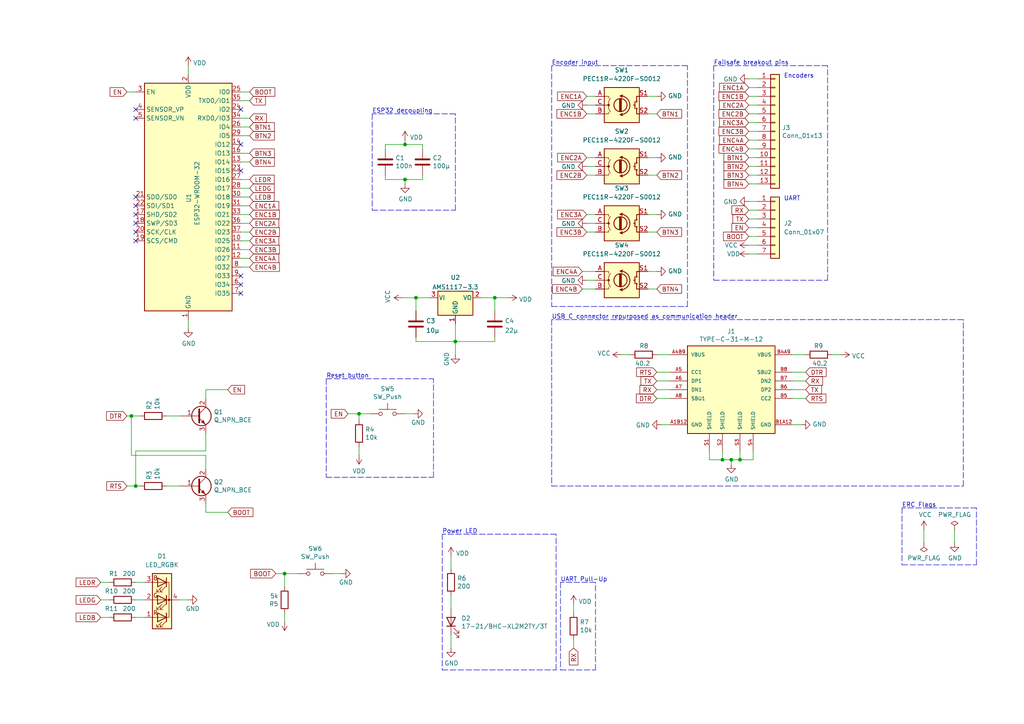
<source format=kicad_sch>
(kicad_sch (version 20211123) (generator eeschema)

  (uuid 98acd83f-4dce-487c-abdd-74c105628a17)

  (paper "A4")

  (title_block
    (title "Heliox Console")
    (date "2021-08-10")
    (rev "v00")
    (comment 4 "Author: GHOSCHT")
  )

  (lib_symbols
    (symbol "Connector_Generic:Conn_01x07" (pin_names (offset 1.016) hide) (in_bom yes) (on_board yes)
      (property "Reference" "J" (id 0) (at 0 10.16 0)
        (effects (font (size 1.27 1.27)))
      )
      (property "Value" "Conn_01x07" (id 1) (at 0 -10.16 0)
        (effects (font (size 1.27 1.27)))
      )
      (property "Footprint" "" (id 2) (at 0 0 0)
        (effects (font (size 1.27 1.27)) hide)
      )
      (property "Datasheet" "~" (id 3) (at 0 0 0)
        (effects (font (size 1.27 1.27)) hide)
      )
      (property "ki_keywords" "connector" (id 4) (at 0 0 0)
        (effects (font (size 1.27 1.27)) hide)
      )
      (property "ki_description" "Generic connector, single row, 01x07, script generated (kicad-library-utils/schlib/autogen/connector/)" (id 5) (at 0 0 0)
        (effects (font (size 1.27 1.27)) hide)
      )
      (property "ki_fp_filters" "Connector*:*_1x??_*" (id 6) (at 0 0 0)
        (effects (font (size 1.27 1.27)) hide)
      )
      (symbol "Conn_01x07_1_1"
        (rectangle (start -1.27 -7.493) (end 0 -7.747)
          (stroke (width 0.1524) (type default) (color 0 0 0 0))
          (fill (type none))
        )
        (rectangle (start -1.27 -4.953) (end 0 -5.207)
          (stroke (width 0.1524) (type default) (color 0 0 0 0))
          (fill (type none))
        )
        (rectangle (start -1.27 -2.413) (end 0 -2.667)
          (stroke (width 0.1524) (type default) (color 0 0 0 0))
          (fill (type none))
        )
        (rectangle (start -1.27 0.127) (end 0 -0.127)
          (stroke (width 0.1524) (type default) (color 0 0 0 0))
          (fill (type none))
        )
        (rectangle (start -1.27 2.667) (end 0 2.413)
          (stroke (width 0.1524) (type default) (color 0 0 0 0))
          (fill (type none))
        )
        (rectangle (start -1.27 5.207) (end 0 4.953)
          (stroke (width 0.1524) (type default) (color 0 0 0 0))
          (fill (type none))
        )
        (rectangle (start -1.27 7.747) (end 0 7.493)
          (stroke (width 0.1524) (type default) (color 0 0 0 0))
          (fill (type none))
        )
        (rectangle (start -1.27 8.89) (end 1.27 -8.89)
          (stroke (width 0.254) (type default) (color 0 0 0 0))
          (fill (type background))
        )
        (pin passive line (at -5.08 7.62 0) (length 3.81)
          (name "Pin_1" (effects (font (size 1.27 1.27))))
          (number "1" (effects (font (size 1.27 1.27))))
        )
        (pin passive line (at -5.08 5.08 0) (length 3.81)
          (name "Pin_2" (effects (font (size 1.27 1.27))))
          (number "2" (effects (font (size 1.27 1.27))))
        )
        (pin passive line (at -5.08 2.54 0) (length 3.81)
          (name "Pin_3" (effects (font (size 1.27 1.27))))
          (number "3" (effects (font (size 1.27 1.27))))
        )
        (pin passive line (at -5.08 0 0) (length 3.81)
          (name "Pin_4" (effects (font (size 1.27 1.27))))
          (number "4" (effects (font (size 1.27 1.27))))
        )
        (pin passive line (at -5.08 -2.54 0) (length 3.81)
          (name "Pin_5" (effects (font (size 1.27 1.27))))
          (number "5" (effects (font (size 1.27 1.27))))
        )
        (pin passive line (at -5.08 -5.08 0) (length 3.81)
          (name "Pin_6" (effects (font (size 1.27 1.27))))
          (number "6" (effects (font (size 1.27 1.27))))
        )
        (pin passive line (at -5.08 -7.62 0) (length 3.81)
          (name "Pin_7" (effects (font (size 1.27 1.27))))
          (number "7" (effects (font (size 1.27 1.27))))
        )
      )
    )
    (symbol "Connector_Generic:Conn_01x13" (pin_names (offset 1.016) hide) (in_bom yes) (on_board yes)
      (property "Reference" "J" (id 0) (at 0 17.78 0)
        (effects (font (size 1.27 1.27)))
      )
      (property "Value" "Conn_01x13" (id 1) (at 0 -17.78 0)
        (effects (font (size 1.27 1.27)))
      )
      (property "Footprint" "" (id 2) (at 0 0 0)
        (effects (font (size 1.27 1.27)) hide)
      )
      (property "Datasheet" "~" (id 3) (at 0 0 0)
        (effects (font (size 1.27 1.27)) hide)
      )
      (property "ki_keywords" "connector" (id 4) (at 0 0 0)
        (effects (font (size 1.27 1.27)) hide)
      )
      (property "ki_description" "Generic connector, single row, 01x13, script generated (kicad-library-utils/schlib/autogen/connector/)" (id 5) (at 0 0 0)
        (effects (font (size 1.27 1.27)) hide)
      )
      (property "ki_fp_filters" "Connector*:*_1x??_*" (id 6) (at 0 0 0)
        (effects (font (size 1.27 1.27)) hide)
      )
      (symbol "Conn_01x13_1_1"
        (rectangle (start -1.27 -15.113) (end 0 -15.367)
          (stroke (width 0.1524) (type default) (color 0 0 0 0))
          (fill (type none))
        )
        (rectangle (start -1.27 -12.573) (end 0 -12.827)
          (stroke (width 0.1524) (type default) (color 0 0 0 0))
          (fill (type none))
        )
        (rectangle (start -1.27 -10.033) (end 0 -10.287)
          (stroke (width 0.1524) (type default) (color 0 0 0 0))
          (fill (type none))
        )
        (rectangle (start -1.27 -7.493) (end 0 -7.747)
          (stroke (width 0.1524) (type default) (color 0 0 0 0))
          (fill (type none))
        )
        (rectangle (start -1.27 -4.953) (end 0 -5.207)
          (stroke (width 0.1524) (type default) (color 0 0 0 0))
          (fill (type none))
        )
        (rectangle (start -1.27 -2.413) (end 0 -2.667)
          (stroke (width 0.1524) (type default) (color 0 0 0 0))
          (fill (type none))
        )
        (rectangle (start -1.27 0.127) (end 0 -0.127)
          (stroke (width 0.1524) (type default) (color 0 0 0 0))
          (fill (type none))
        )
        (rectangle (start -1.27 2.667) (end 0 2.413)
          (stroke (width 0.1524) (type default) (color 0 0 0 0))
          (fill (type none))
        )
        (rectangle (start -1.27 5.207) (end 0 4.953)
          (stroke (width 0.1524) (type default) (color 0 0 0 0))
          (fill (type none))
        )
        (rectangle (start -1.27 7.747) (end 0 7.493)
          (stroke (width 0.1524) (type default) (color 0 0 0 0))
          (fill (type none))
        )
        (rectangle (start -1.27 10.287) (end 0 10.033)
          (stroke (width 0.1524) (type default) (color 0 0 0 0))
          (fill (type none))
        )
        (rectangle (start -1.27 12.827) (end 0 12.573)
          (stroke (width 0.1524) (type default) (color 0 0 0 0))
          (fill (type none))
        )
        (rectangle (start -1.27 15.367) (end 0 15.113)
          (stroke (width 0.1524) (type default) (color 0 0 0 0))
          (fill (type none))
        )
        (rectangle (start -1.27 16.51) (end 1.27 -16.51)
          (stroke (width 0.254) (type default) (color 0 0 0 0))
          (fill (type background))
        )
        (pin passive line (at -5.08 15.24 0) (length 3.81)
          (name "Pin_1" (effects (font (size 1.27 1.27))))
          (number "1" (effects (font (size 1.27 1.27))))
        )
        (pin passive line (at -5.08 -7.62 0) (length 3.81)
          (name "Pin_10" (effects (font (size 1.27 1.27))))
          (number "10" (effects (font (size 1.27 1.27))))
        )
        (pin passive line (at -5.08 -10.16 0) (length 3.81)
          (name "Pin_11" (effects (font (size 1.27 1.27))))
          (number "11" (effects (font (size 1.27 1.27))))
        )
        (pin passive line (at -5.08 -12.7 0) (length 3.81)
          (name "Pin_12" (effects (font (size 1.27 1.27))))
          (number "12" (effects (font (size 1.27 1.27))))
        )
        (pin passive line (at -5.08 -15.24 0) (length 3.81)
          (name "Pin_13" (effects (font (size 1.27 1.27))))
          (number "13" (effects (font (size 1.27 1.27))))
        )
        (pin passive line (at -5.08 12.7 0) (length 3.81)
          (name "Pin_2" (effects (font (size 1.27 1.27))))
          (number "2" (effects (font (size 1.27 1.27))))
        )
        (pin passive line (at -5.08 10.16 0) (length 3.81)
          (name "Pin_3" (effects (font (size 1.27 1.27))))
          (number "3" (effects (font (size 1.27 1.27))))
        )
        (pin passive line (at -5.08 7.62 0) (length 3.81)
          (name "Pin_4" (effects (font (size 1.27 1.27))))
          (number "4" (effects (font (size 1.27 1.27))))
        )
        (pin passive line (at -5.08 5.08 0) (length 3.81)
          (name "Pin_5" (effects (font (size 1.27 1.27))))
          (number "5" (effects (font (size 1.27 1.27))))
        )
        (pin passive line (at -5.08 2.54 0) (length 3.81)
          (name "Pin_6" (effects (font (size 1.27 1.27))))
          (number "6" (effects (font (size 1.27 1.27))))
        )
        (pin passive line (at -5.08 0 0) (length 3.81)
          (name "Pin_7" (effects (font (size 1.27 1.27))))
          (number "7" (effects (font (size 1.27 1.27))))
        )
        (pin passive line (at -5.08 -2.54 0) (length 3.81)
          (name "Pin_8" (effects (font (size 1.27 1.27))))
          (number "8" (effects (font (size 1.27 1.27))))
        )
        (pin passive line (at -5.08 -5.08 0) (length 3.81)
          (name "Pin_9" (effects (font (size 1.27 1.27))))
          (number "9" (effects (font (size 1.27 1.27))))
        )
      )
    )
    (symbol "Device:C" (pin_numbers hide) (pin_names (offset 0.254)) (in_bom yes) (on_board yes)
      (property "Reference" "C" (id 0) (at 0.635 2.54 0)
        (effects (font (size 1.27 1.27)) (justify left))
      )
      (property "Value" "C" (id 1) (at 0.635 -2.54 0)
        (effects (font (size 1.27 1.27)) (justify left))
      )
      (property "Footprint" "" (id 2) (at 0.9652 -3.81 0)
        (effects (font (size 1.27 1.27)) hide)
      )
      (property "Datasheet" "~" (id 3) (at 0 0 0)
        (effects (font (size 1.27 1.27)) hide)
      )
      (property "ki_keywords" "cap capacitor" (id 4) (at 0 0 0)
        (effects (font (size 1.27 1.27)) hide)
      )
      (property "ki_description" "Unpolarized capacitor" (id 5) (at 0 0 0)
        (effects (font (size 1.27 1.27)) hide)
      )
      (property "ki_fp_filters" "C_*" (id 6) (at 0 0 0)
        (effects (font (size 1.27 1.27)) hide)
      )
      (symbol "C_0_1"
        (polyline
          (pts
            (xy -2.032 -0.762)
            (xy 2.032 -0.762)
          )
          (stroke (width 0.508) (type default) (color 0 0 0 0))
          (fill (type none))
        )
        (polyline
          (pts
            (xy -2.032 0.762)
            (xy 2.032 0.762)
          )
          (stroke (width 0.508) (type default) (color 0 0 0 0))
          (fill (type none))
        )
      )
      (symbol "C_1_1"
        (pin passive line (at 0 3.81 270) (length 2.794)
          (name "~" (effects (font (size 1.27 1.27))))
          (number "1" (effects (font (size 1.27 1.27))))
        )
        (pin passive line (at 0 -3.81 90) (length 2.794)
          (name "~" (effects (font (size 1.27 1.27))))
          (number "2" (effects (font (size 1.27 1.27))))
        )
      )
    )
    (symbol "Device:LED" (pin_numbers hide) (pin_names (offset 1.016) hide) (in_bom yes) (on_board yes)
      (property "Reference" "D" (id 0) (at 0 2.54 0)
        (effects (font (size 1.27 1.27)))
      )
      (property "Value" "LED" (id 1) (at 0 -2.54 0)
        (effects (font (size 1.27 1.27)))
      )
      (property "Footprint" "" (id 2) (at 0 0 0)
        (effects (font (size 1.27 1.27)) hide)
      )
      (property "Datasheet" "~" (id 3) (at 0 0 0)
        (effects (font (size 1.27 1.27)) hide)
      )
      (property "ki_keywords" "LED diode" (id 4) (at 0 0 0)
        (effects (font (size 1.27 1.27)) hide)
      )
      (property "ki_description" "Light emitting diode" (id 5) (at 0 0 0)
        (effects (font (size 1.27 1.27)) hide)
      )
      (property "ki_fp_filters" "LED* LED_SMD:* LED_THT:*" (id 6) (at 0 0 0)
        (effects (font (size 1.27 1.27)) hide)
      )
      (symbol "LED_0_1"
        (polyline
          (pts
            (xy -1.27 -1.27)
            (xy -1.27 1.27)
          )
          (stroke (width 0.254) (type default) (color 0 0 0 0))
          (fill (type none))
        )
        (polyline
          (pts
            (xy -1.27 0)
            (xy 1.27 0)
          )
          (stroke (width 0) (type default) (color 0 0 0 0))
          (fill (type none))
        )
        (polyline
          (pts
            (xy 1.27 -1.27)
            (xy 1.27 1.27)
            (xy -1.27 0)
            (xy 1.27 -1.27)
          )
          (stroke (width 0.254) (type default) (color 0 0 0 0))
          (fill (type none))
        )
        (polyline
          (pts
            (xy -3.048 -0.762)
            (xy -4.572 -2.286)
            (xy -3.81 -2.286)
            (xy -4.572 -2.286)
            (xy -4.572 -1.524)
          )
          (stroke (width 0) (type default) (color 0 0 0 0))
          (fill (type none))
        )
        (polyline
          (pts
            (xy -1.778 -0.762)
            (xy -3.302 -2.286)
            (xy -2.54 -2.286)
            (xy -3.302 -2.286)
            (xy -3.302 -1.524)
          )
          (stroke (width 0) (type default) (color 0 0 0 0))
          (fill (type none))
        )
      )
      (symbol "LED_1_1"
        (pin passive line (at -3.81 0 0) (length 2.54)
          (name "K" (effects (font (size 1.27 1.27))))
          (number "1" (effects (font (size 1.27 1.27))))
        )
        (pin passive line (at 3.81 0 180) (length 2.54)
          (name "A" (effects (font (size 1.27 1.27))))
          (number "2" (effects (font (size 1.27 1.27))))
        )
      )
    )
    (symbol "Device:LED_RGBK" (pin_names (offset 0) hide) (in_bom yes) (on_board yes)
      (property "Reference" "D" (id 0) (at 0 9.398 0)
        (effects (font (size 1.27 1.27)))
      )
      (property "Value" "LED_RGBK" (id 1) (at 0 -8.89 0)
        (effects (font (size 1.27 1.27)))
      )
      (property "Footprint" "" (id 2) (at 0 -1.27 0)
        (effects (font (size 1.27 1.27)) hide)
      )
      (property "Datasheet" "~" (id 3) (at 0 -1.27 0)
        (effects (font (size 1.27 1.27)) hide)
      )
      (property "ki_keywords" "LED RGB diode" (id 4) (at 0 0 0)
        (effects (font (size 1.27 1.27)) hide)
      )
      (property "ki_description" "RGB LED, red/green/blue/cathode" (id 5) (at 0 0 0)
        (effects (font (size 1.27 1.27)) hide)
      )
      (property "ki_fp_filters" "LED* LED_SMD:* LED_THT:*" (id 6) (at 0 0 0)
        (effects (font (size 1.27 1.27)) hide)
      )
      (symbol "LED_RGBK_0_0"
        (text "B" (at 1.905 -6.35 0)
          (effects (font (size 1.27 1.27)))
        )
        (text "G" (at 1.905 -1.27 0)
          (effects (font (size 1.27 1.27)))
        )
        (text "R" (at 1.905 3.81 0)
          (effects (font (size 1.27 1.27)))
        )
      )
      (symbol "LED_RGBK_0_1"
        (circle (center -2.032 0) (radius 0.254)
          (stroke (width 0) (type default) (color 0 0 0 0))
          (fill (type outline))
        )
        (polyline
          (pts
            (xy -1.27 -5.08)
            (xy 1.27 -5.08)
          )
          (stroke (width 0) (type default) (color 0 0 0 0))
          (fill (type none))
        )
        (polyline
          (pts
            (xy -1.27 -3.81)
            (xy -1.27 -6.35)
          )
          (stroke (width 0.254) (type default) (color 0 0 0 0))
          (fill (type none))
        )
        (polyline
          (pts
            (xy -1.27 0)
            (xy -2.54 0)
          )
          (stroke (width 0) (type default) (color 0 0 0 0))
          (fill (type none))
        )
        (polyline
          (pts
            (xy -1.27 1.27)
            (xy -1.27 -1.27)
          )
          (stroke (width 0.254) (type default) (color 0 0 0 0))
          (fill (type none))
        )
        (polyline
          (pts
            (xy -1.27 5.08)
            (xy 1.27 5.08)
          )
          (stroke (width 0) (type default) (color 0 0 0 0))
          (fill (type none))
        )
        (polyline
          (pts
            (xy -1.27 6.35)
            (xy -1.27 3.81)
          )
          (stroke (width 0.254) (type default) (color 0 0 0 0))
          (fill (type none))
        )
        (polyline
          (pts
            (xy 1.27 -5.08)
            (xy 2.54 -5.08)
          )
          (stroke (width 0) (type default) (color 0 0 0 0))
          (fill (type none))
        )
        (polyline
          (pts
            (xy 1.27 0)
            (xy -1.27 0)
          )
          (stroke (width 0) (type default) (color 0 0 0 0))
          (fill (type none))
        )
        (polyline
          (pts
            (xy 1.27 0)
            (xy 2.54 0)
          )
          (stroke (width 0) (type default) (color 0 0 0 0))
          (fill (type none))
        )
        (polyline
          (pts
            (xy 1.27 5.08)
            (xy 2.54 5.08)
          )
          (stroke (width 0) (type default) (color 0 0 0 0))
          (fill (type none))
        )
        (polyline
          (pts
            (xy -1.27 1.27)
            (xy -1.27 -1.27)
            (xy -1.27 -1.27)
          )
          (stroke (width 0) (type default) (color 0 0 0 0))
          (fill (type none))
        )
        (polyline
          (pts
            (xy -1.27 6.35)
            (xy -1.27 3.81)
            (xy -1.27 3.81)
          )
          (stroke (width 0) (type default) (color 0 0 0 0))
          (fill (type none))
        )
        (polyline
          (pts
            (xy -1.27 5.08)
            (xy -2.032 5.08)
            (xy -2.032 -5.08)
            (xy -1.016 -5.08)
          )
          (stroke (width 0) (type default) (color 0 0 0 0))
          (fill (type none))
        )
        (polyline
          (pts
            (xy 1.27 -3.81)
            (xy 1.27 -6.35)
            (xy -1.27 -5.08)
            (xy 1.27 -3.81)
          )
          (stroke (width 0.254) (type default) (color 0 0 0 0))
          (fill (type none))
        )
        (polyline
          (pts
            (xy 1.27 1.27)
            (xy 1.27 -1.27)
            (xy -1.27 0)
            (xy 1.27 1.27)
          )
          (stroke (width 0.254) (type default) (color 0 0 0 0))
          (fill (type none))
        )
        (polyline
          (pts
            (xy 1.27 6.35)
            (xy 1.27 3.81)
            (xy -1.27 5.08)
            (xy 1.27 6.35)
          )
          (stroke (width 0.254) (type default) (color 0 0 0 0))
          (fill (type none))
        )
        (polyline
          (pts
            (xy -1.016 -3.81)
            (xy 0.508 -2.286)
            (xy -0.254 -2.286)
            (xy 0.508 -2.286)
            (xy 0.508 -3.048)
          )
          (stroke (width 0) (type default) (color 0 0 0 0))
          (fill (type none))
        )
        (polyline
          (pts
            (xy -1.016 1.27)
            (xy 0.508 2.794)
            (xy -0.254 2.794)
            (xy 0.508 2.794)
            (xy 0.508 2.032)
          )
          (stroke (width 0) (type default) (color 0 0 0 0))
          (fill (type none))
        )
        (polyline
          (pts
            (xy -1.016 6.35)
            (xy 0.508 7.874)
            (xy -0.254 7.874)
            (xy 0.508 7.874)
            (xy 0.508 7.112)
          )
          (stroke (width 0) (type default) (color 0 0 0 0))
          (fill (type none))
        )
        (polyline
          (pts
            (xy 0 -3.81)
            (xy 1.524 -2.286)
            (xy 0.762 -2.286)
            (xy 1.524 -2.286)
            (xy 1.524 -3.048)
          )
          (stroke (width 0) (type default) (color 0 0 0 0))
          (fill (type none))
        )
        (polyline
          (pts
            (xy 0 1.27)
            (xy 1.524 2.794)
            (xy 0.762 2.794)
            (xy 1.524 2.794)
            (xy 1.524 2.032)
          )
          (stroke (width 0) (type default) (color 0 0 0 0))
          (fill (type none))
        )
        (polyline
          (pts
            (xy 0 6.35)
            (xy 1.524 7.874)
            (xy 0.762 7.874)
            (xy 1.524 7.874)
            (xy 1.524 7.112)
          )
          (stroke (width 0) (type default) (color 0 0 0 0))
          (fill (type none))
        )
        (rectangle (start 1.27 -1.27) (end 1.27 1.27)
          (stroke (width 0) (type default) (color 0 0 0 0))
          (fill (type none))
        )
        (rectangle (start 1.27 1.27) (end 1.27 1.27)
          (stroke (width 0) (type default) (color 0 0 0 0))
          (fill (type none))
        )
        (rectangle (start 1.27 3.81) (end 1.27 6.35)
          (stroke (width 0) (type default) (color 0 0 0 0))
          (fill (type none))
        )
        (rectangle (start 1.27 6.35) (end 1.27 6.35)
          (stroke (width 0) (type default) (color 0 0 0 0))
          (fill (type none))
        )
        (rectangle (start 2.794 8.382) (end -2.794 -7.62)
          (stroke (width 0.254) (type default) (color 0 0 0 0))
          (fill (type background))
        )
      )
      (symbol "LED_RGBK_1_1"
        (pin passive line (at 5.08 5.08 180) (length 2.54)
          (name "RA" (effects (font (size 1.27 1.27))))
          (number "1" (effects (font (size 1.27 1.27))))
        )
        (pin passive line (at 5.08 0 180) (length 2.54)
          (name "GA" (effects (font (size 1.27 1.27))))
          (number "2" (effects (font (size 1.27 1.27))))
        )
        (pin passive line (at 5.08 -5.08 180) (length 2.54)
          (name "BA" (effects (font (size 1.27 1.27))))
          (number "3" (effects (font (size 1.27 1.27))))
        )
        (pin passive line (at -5.08 0 0) (length 2.54)
          (name "K" (effects (font (size 1.27 1.27))))
          (number "4" (effects (font (size 1.27 1.27))))
        )
      )
    )
    (symbol "Device:Q_NPN_BCE" (pin_names (offset 0) hide) (in_bom yes) (on_board yes)
      (property "Reference" "Q" (id 0) (at 5.08 1.27 0)
        (effects (font (size 1.27 1.27)) (justify left))
      )
      (property "Value" "Q_NPN_BCE" (id 1) (at 5.08 -1.27 0)
        (effects (font (size 1.27 1.27)) (justify left))
      )
      (property "Footprint" "" (id 2) (at 5.08 2.54 0)
        (effects (font (size 1.27 1.27)) hide)
      )
      (property "Datasheet" "~" (id 3) (at 0 0 0)
        (effects (font (size 1.27 1.27)) hide)
      )
      (property "ki_keywords" "transistor NPN" (id 4) (at 0 0 0)
        (effects (font (size 1.27 1.27)) hide)
      )
      (property "ki_description" "NPN transistor, base/collector/emitter" (id 5) (at 0 0 0)
        (effects (font (size 1.27 1.27)) hide)
      )
      (symbol "Q_NPN_BCE_0_1"
        (polyline
          (pts
            (xy 0.635 0.635)
            (xy 2.54 2.54)
          )
          (stroke (width 0) (type default) (color 0 0 0 0))
          (fill (type none))
        )
        (polyline
          (pts
            (xy 0.635 -0.635)
            (xy 2.54 -2.54)
            (xy 2.54 -2.54)
          )
          (stroke (width 0) (type default) (color 0 0 0 0))
          (fill (type none))
        )
        (polyline
          (pts
            (xy 0.635 1.905)
            (xy 0.635 -1.905)
            (xy 0.635 -1.905)
          )
          (stroke (width 0.508) (type default) (color 0 0 0 0))
          (fill (type none))
        )
        (polyline
          (pts
            (xy 1.27 -1.778)
            (xy 1.778 -1.27)
            (xy 2.286 -2.286)
            (xy 1.27 -1.778)
            (xy 1.27 -1.778)
          )
          (stroke (width 0) (type default) (color 0 0 0 0))
          (fill (type outline))
        )
        (circle (center 1.27 0) (radius 2.8194)
          (stroke (width 0.254) (type default) (color 0 0 0 0))
          (fill (type none))
        )
      )
      (symbol "Q_NPN_BCE_1_1"
        (pin input line (at -5.08 0 0) (length 5.715)
          (name "B" (effects (font (size 1.27 1.27))))
          (number "1" (effects (font (size 1.27 1.27))))
        )
        (pin passive line (at 2.54 5.08 270) (length 2.54)
          (name "C" (effects (font (size 1.27 1.27))))
          (number "2" (effects (font (size 1.27 1.27))))
        )
        (pin passive line (at 2.54 -5.08 90) (length 2.54)
          (name "E" (effects (font (size 1.27 1.27))))
          (number "3" (effects (font (size 1.27 1.27))))
        )
      )
    )
    (symbol "Device:R" (pin_numbers hide) (pin_names (offset 0)) (in_bom yes) (on_board yes)
      (property "Reference" "R" (id 0) (at 2.032 0 90)
        (effects (font (size 1.27 1.27)))
      )
      (property "Value" "R" (id 1) (at 0 0 90)
        (effects (font (size 1.27 1.27)))
      )
      (property "Footprint" "" (id 2) (at -1.778 0 90)
        (effects (font (size 1.27 1.27)) hide)
      )
      (property "Datasheet" "~" (id 3) (at 0 0 0)
        (effects (font (size 1.27 1.27)) hide)
      )
      (property "ki_keywords" "R res resistor" (id 4) (at 0 0 0)
        (effects (font (size 1.27 1.27)) hide)
      )
      (property "ki_description" "Resistor" (id 5) (at 0 0 0)
        (effects (font (size 1.27 1.27)) hide)
      )
      (property "ki_fp_filters" "R_*" (id 6) (at 0 0 0)
        (effects (font (size 1.27 1.27)) hide)
      )
      (symbol "R_0_1"
        (rectangle (start -1.016 -2.54) (end 1.016 2.54)
          (stroke (width 0.254) (type default) (color 0 0 0 0))
          (fill (type none))
        )
      )
      (symbol "R_1_1"
        (pin passive line (at 0 3.81 270) (length 1.27)
          (name "~" (effects (font (size 1.27 1.27))))
          (number "1" (effects (font (size 1.27 1.27))))
        )
        (pin passive line (at 0 -3.81 90) (length 1.27)
          (name "~" (effects (font (size 1.27 1.27))))
          (number "2" (effects (font (size 1.27 1.27))))
        )
      )
    )
    (symbol "Device:RotaryEncoder_Switch" (pin_names (offset 0.254) hide) (in_bom yes) (on_board yes)
      (property "Reference" "SW" (id 0) (at 0 6.604 0)
        (effects (font (size 1.27 1.27)))
      )
      (property "Value" "RotaryEncoder_Switch" (id 1) (at 0 -6.604 0)
        (effects (font (size 1.27 1.27)))
      )
      (property "Footprint" "" (id 2) (at -3.81 4.064 0)
        (effects (font (size 1.27 1.27)) hide)
      )
      (property "Datasheet" "~" (id 3) (at 0 6.604 0)
        (effects (font (size 1.27 1.27)) hide)
      )
      (property "ki_keywords" "rotary switch encoder switch push button" (id 4) (at 0 0 0)
        (effects (font (size 1.27 1.27)) hide)
      )
      (property "ki_description" "Rotary encoder, dual channel, incremental quadrate outputs, with switch" (id 5) (at 0 0 0)
        (effects (font (size 1.27 1.27)) hide)
      )
      (property "ki_fp_filters" "RotaryEncoder*Switch*" (id 6) (at 0 0 0)
        (effects (font (size 1.27 1.27)) hide)
      )
      (symbol "RotaryEncoder_Switch_0_1"
        (rectangle (start -5.08 5.08) (end 5.08 -5.08)
          (stroke (width 0.254) (type default) (color 0 0 0 0))
          (fill (type background))
        )
        (circle (center -3.81 0) (radius 0.254)
          (stroke (width 0) (type default) (color 0 0 0 0))
          (fill (type outline))
        )
        (arc (start -0.381 -2.794) (mid 2.3622 -0.0635) (end -0.381 2.667)
          (stroke (width 0.254) (type default) (color 0 0 0 0))
          (fill (type none))
        )
        (circle (center -0.381 0) (radius 1.905)
          (stroke (width 0.254) (type default) (color 0 0 0 0))
          (fill (type none))
        )
        (polyline
          (pts
            (xy -0.635 -1.778)
            (xy -0.635 1.778)
          )
          (stroke (width 0.254) (type default) (color 0 0 0 0))
          (fill (type none))
        )
        (polyline
          (pts
            (xy -0.381 -1.778)
            (xy -0.381 1.778)
          )
          (stroke (width 0.254) (type default) (color 0 0 0 0))
          (fill (type none))
        )
        (polyline
          (pts
            (xy -0.127 1.778)
            (xy -0.127 -1.778)
          )
          (stroke (width 0.254) (type default) (color 0 0 0 0))
          (fill (type none))
        )
        (polyline
          (pts
            (xy 3.81 0)
            (xy 3.429 0)
          )
          (stroke (width 0.254) (type default) (color 0 0 0 0))
          (fill (type none))
        )
        (polyline
          (pts
            (xy 3.81 1.016)
            (xy 3.81 -1.016)
          )
          (stroke (width 0.254) (type default) (color 0 0 0 0))
          (fill (type none))
        )
        (polyline
          (pts
            (xy -5.08 -2.54)
            (xy -3.81 -2.54)
            (xy -3.81 -2.032)
          )
          (stroke (width 0) (type default) (color 0 0 0 0))
          (fill (type none))
        )
        (polyline
          (pts
            (xy -5.08 2.54)
            (xy -3.81 2.54)
            (xy -3.81 2.032)
          )
          (stroke (width 0) (type default) (color 0 0 0 0))
          (fill (type none))
        )
        (polyline
          (pts
            (xy 0.254 -3.048)
            (xy -0.508 -2.794)
            (xy 0.127 -2.413)
          )
          (stroke (width 0.254) (type default) (color 0 0 0 0))
          (fill (type none))
        )
        (polyline
          (pts
            (xy 0.254 2.921)
            (xy -0.508 2.667)
            (xy 0.127 2.286)
          )
          (stroke (width 0.254) (type default) (color 0 0 0 0))
          (fill (type none))
        )
        (polyline
          (pts
            (xy 5.08 -2.54)
            (xy 4.318 -2.54)
            (xy 4.318 -1.016)
          )
          (stroke (width 0.254) (type default) (color 0 0 0 0))
          (fill (type none))
        )
        (polyline
          (pts
            (xy 5.08 2.54)
            (xy 4.318 2.54)
            (xy 4.318 1.016)
          )
          (stroke (width 0.254) (type default) (color 0 0 0 0))
          (fill (type none))
        )
        (polyline
          (pts
            (xy -5.08 0)
            (xy -3.81 0)
            (xy -3.81 -1.016)
            (xy -3.302 -2.032)
          )
          (stroke (width 0) (type default) (color 0 0 0 0))
          (fill (type none))
        )
        (polyline
          (pts
            (xy -4.318 0)
            (xy -3.81 0)
            (xy -3.81 1.016)
            (xy -3.302 2.032)
          )
          (stroke (width 0) (type default) (color 0 0 0 0))
          (fill (type none))
        )
        (circle (center 4.318 -1.016) (radius 0.127)
          (stroke (width 0.254) (type default) (color 0 0 0 0))
          (fill (type none))
        )
        (circle (center 4.318 1.016) (radius 0.127)
          (stroke (width 0.254) (type default) (color 0 0 0 0))
          (fill (type none))
        )
      )
      (symbol "RotaryEncoder_Switch_1_1"
        (pin passive line (at -7.62 2.54 0) (length 2.54)
          (name "A" (effects (font (size 1.27 1.27))))
          (number "A" (effects (font (size 1.27 1.27))))
        )
        (pin passive line (at -7.62 -2.54 0) (length 2.54)
          (name "B" (effects (font (size 1.27 1.27))))
          (number "B" (effects (font (size 1.27 1.27))))
        )
        (pin passive line (at -7.62 0 0) (length 2.54)
          (name "C" (effects (font (size 1.27 1.27))))
          (number "C" (effects (font (size 1.27 1.27))))
        )
        (pin passive line (at 7.62 2.54 180) (length 2.54)
          (name "S1" (effects (font (size 1.27 1.27))))
          (number "S1" (effects (font (size 1.27 1.27))))
        )
        (pin passive line (at 7.62 -2.54 180) (length 2.54)
          (name "S2" (effects (font (size 1.27 1.27))))
          (number "S2" (effects (font (size 1.27 1.27))))
        )
      )
    )
    (symbol "RF_Module:ESP32-WROOM-32" (in_bom yes) (on_board yes)
      (property "Reference" "U" (id 0) (at -12.7 34.29 0)
        (effects (font (size 1.27 1.27)) (justify left))
      )
      (property "Value" "ESP32-WROOM-32" (id 1) (at 1.27 34.29 0)
        (effects (font (size 1.27 1.27)) (justify left))
      )
      (property "Footprint" "RF_Module:ESP32-WROOM-32" (id 2) (at 0 -38.1 0)
        (effects (font (size 1.27 1.27)) hide)
      )
      (property "Datasheet" "https://www.espressif.com/sites/default/files/documentation/esp32-wroom-32_datasheet_en.pdf" (id 3) (at -7.62 1.27 0)
        (effects (font (size 1.27 1.27)) hide)
      )
      (property "ki_keywords" "RF Radio BT ESP ESP32 Espressif onboard PCB antenna" (id 4) (at 0 0 0)
        (effects (font (size 1.27 1.27)) hide)
      )
      (property "ki_description" "RF Module, ESP32-D0WDQ6 SoC, Wi-Fi 802.11b/g/n, Bluetooth, BLE, 32-bit, 2.7-3.6V, onboard antenna, SMD" (id 5) (at 0 0 0)
        (effects (font (size 1.27 1.27)) hide)
      )
      (property "ki_fp_filters" "ESP32?WROOM?32*" (id 6) (at 0 0 0)
        (effects (font (size 1.27 1.27)) hide)
      )
      (symbol "ESP32-WROOM-32_0_1"
        (rectangle (start -12.7 33.02) (end 12.7 -33.02)
          (stroke (width 0.254) (type default) (color 0 0 0 0))
          (fill (type background))
        )
      )
      (symbol "ESP32-WROOM-32_1_1"
        (pin power_in line (at 0 -35.56 90) (length 2.54)
          (name "GND" (effects (font (size 1.27 1.27))))
          (number "1" (effects (font (size 1.27 1.27))))
        )
        (pin bidirectional line (at 15.24 -12.7 180) (length 2.54)
          (name "IO25" (effects (font (size 1.27 1.27))))
          (number "10" (effects (font (size 1.27 1.27))))
        )
        (pin bidirectional line (at 15.24 -15.24 180) (length 2.54)
          (name "IO26" (effects (font (size 1.27 1.27))))
          (number "11" (effects (font (size 1.27 1.27))))
        )
        (pin bidirectional line (at 15.24 -17.78 180) (length 2.54)
          (name "IO27" (effects (font (size 1.27 1.27))))
          (number "12" (effects (font (size 1.27 1.27))))
        )
        (pin bidirectional line (at 15.24 10.16 180) (length 2.54)
          (name "IO14" (effects (font (size 1.27 1.27))))
          (number "13" (effects (font (size 1.27 1.27))))
        )
        (pin bidirectional line (at 15.24 15.24 180) (length 2.54)
          (name "IO12" (effects (font (size 1.27 1.27))))
          (number "14" (effects (font (size 1.27 1.27))))
        )
        (pin passive line (at 0 -35.56 90) (length 2.54) hide
          (name "GND" (effects (font (size 1.27 1.27))))
          (number "15" (effects (font (size 1.27 1.27))))
        )
        (pin bidirectional line (at 15.24 12.7 180) (length 2.54)
          (name "IO13" (effects (font (size 1.27 1.27))))
          (number "16" (effects (font (size 1.27 1.27))))
        )
        (pin bidirectional line (at -15.24 -5.08 0) (length 2.54)
          (name "SHD/SD2" (effects (font (size 1.27 1.27))))
          (number "17" (effects (font (size 1.27 1.27))))
        )
        (pin bidirectional line (at -15.24 -7.62 0) (length 2.54)
          (name "SWP/SD3" (effects (font (size 1.27 1.27))))
          (number "18" (effects (font (size 1.27 1.27))))
        )
        (pin bidirectional line (at -15.24 -12.7 0) (length 2.54)
          (name "SCS/CMD" (effects (font (size 1.27 1.27))))
          (number "19" (effects (font (size 1.27 1.27))))
        )
        (pin power_in line (at 0 35.56 270) (length 2.54)
          (name "VDD" (effects (font (size 1.27 1.27))))
          (number "2" (effects (font (size 1.27 1.27))))
        )
        (pin bidirectional line (at -15.24 -10.16 0) (length 2.54)
          (name "SCK/CLK" (effects (font (size 1.27 1.27))))
          (number "20" (effects (font (size 1.27 1.27))))
        )
        (pin bidirectional line (at -15.24 0 0) (length 2.54)
          (name "SDO/SD0" (effects (font (size 1.27 1.27))))
          (number "21" (effects (font (size 1.27 1.27))))
        )
        (pin bidirectional line (at -15.24 -2.54 0) (length 2.54)
          (name "SDI/SD1" (effects (font (size 1.27 1.27))))
          (number "22" (effects (font (size 1.27 1.27))))
        )
        (pin bidirectional line (at 15.24 7.62 180) (length 2.54)
          (name "IO15" (effects (font (size 1.27 1.27))))
          (number "23" (effects (font (size 1.27 1.27))))
        )
        (pin bidirectional line (at 15.24 25.4 180) (length 2.54)
          (name "IO2" (effects (font (size 1.27 1.27))))
          (number "24" (effects (font (size 1.27 1.27))))
        )
        (pin bidirectional line (at 15.24 30.48 180) (length 2.54)
          (name "IO0" (effects (font (size 1.27 1.27))))
          (number "25" (effects (font (size 1.27 1.27))))
        )
        (pin bidirectional line (at 15.24 20.32 180) (length 2.54)
          (name "IO4" (effects (font (size 1.27 1.27))))
          (number "26" (effects (font (size 1.27 1.27))))
        )
        (pin bidirectional line (at 15.24 5.08 180) (length 2.54)
          (name "IO16" (effects (font (size 1.27 1.27))))
          (number "27" (effects (font (size 1.27 1.27))))
        )
        (pin bidirectional line (at 15.24 2.54 180) (length 2.54)
          (name "IO17" (effects (font (size 1.27 1.27))))
          (number "28" (effects (font (size 1.27 1.27))))
        )
        (pin bidirectional line (at 15.24 17.78 180) (length 2.54)
          (name "IO5" (effects (font (size 1.27 1.27))))
          (number "29" (effects (font (size 1.27 1.27))))
        )
        (pin input line (at -15.24 30.48 0) (length 2.54)
          (name "EN" (effects (font (size 1.27 1.27))))
          (number "3" (effects (font (size 1.27 1.27))))
        )
        (pin bidirectional line (at 15.24 0 180) (length 2.54)
          (name "IO18" (effects (font (size 1.27 1.27))))
          (number "30" (effects (font (size 1.27 1.27))))
        )
        (pin bidirectional line (at 15.24 -2.54 180) (length 2.54)
          (name "IO19" (effects (font (size 1.27 1.27))))
          (number "31" (effects (font (size 1.27 1.27))))
        )
        (pin no_connect line (at -12.7 -27.94 0) (length 2.54) hide
          (name "NC" (effects (font (size 1.27 1.27))))
          (number "32" (effects (font (size 1.27 1.27))))
        )
        (pin bidirectional line (at 15.24 -5.08 180) (length 2.54)
          (name "IO21" (effects (font (size 1.27 1.27))))
          (number "33" (effects (font (size 1.27 1.27))))
        )
        (pin bidirectional line (at 15.24 22.86 180) (length 2.54)
          (name "RXD0/IO3" (effects (font (size 1.27 1.27))))
          (number "34" (effects (font (size 1.27 1.27))))
        )
        (pin bidirectional line (at 15.24 27.94 180) (length 2.54)
          (name "TXD0/IO1" (effects (font (size 1.27 1.27))))
          (number "35" (effects (font (size 1.27 1.27))))
        )
        (pin bidirectional line (at 15.24 -7.62 180) (length 2.54)
          (name "IO22" (effects (font (size 1.27 1.27))))
          (number "36" (effects (font (size 1.27 1.27))))
        )
        (pin bidirectional line (at 15.24 -10.16 180) (length 2.54)
          (name "IO23" (effects (font (size 1.27 1.27))))
          (number "37" (effects (font (size 1.27 1.27))))
        )
        (pin passive line (at 0 -35.56 90) (length 2.54) hide
          (name "GND" (effects (font (size 1.27 1.27))))
          (number "38" (effects (font (size 1.27 1.27))))
        )
        (pin passive line (at 0 -35.56 90) (length 2.54) hide
          (name "GND" (effects (font (size 1.27 1.27))))
          (number "39" (effects (font (size 1.27 1.27))))
        )
        (pin input line (at -15.24 25.4 0) (length 2.54)
          (name "SENSOR_VP" (effects (font (size 1.27 1.27))))
          (number "4" (effects (font (size 1.27 1.27))))
        )
        (pin input line (at -15.24 22.86 0) (length 2.54)
          (name "SENSOR_VN" (effects (font (size 1.27 1.27))))
          (number "5" (effects (font (size 1.27 1.27))))
        )
        (pin input line (at 15.24 -25.4 180) (length 2.54)
          (name "IO34" (effects (font (size 1.27 1.27))))
          (number "6" (effects (font (size 1.27 1.27))))
        )
        (pin input line (at 15.24 -27.94 180) (length 2.54)
          (name "IO35" (effects (font (size 1.27 1.27))))
          (number "7" (effects (font (size 1.27 1.27))))
        )
        (pin bidirectional line (at 15.24 -20.32 180) (length 2.54)
          (name "IO32" (effects (font (size 1.27 1.27))))
          (number "8" (effects (font (size 1.27 1.27))))
        )
        (pin bidirectional line (at 15.24 -22.86 180) (length 2.54)
          (name "IO33" (effects (font (size 1.27 1.27))))
          (number "9" (effects (font (size 1.27 1.27))))
        )
      )
    )
    (symbol "Regulator_Linear:AMS1117-3.3" (pin_names (offset 0.254)) (in_bom yes) (on_board yes)
      (property "Reference" "U" (id 0) (at -3.81 3.175 0)
        (effects (font (size 1.27 1.27)))
      )
      (property "Value" "AMS1117-3.3" (id 1) (at 0 3.175 0)
        (effects (font (size 1.27 1.27)) (justify left))
      )
      (property "Footprint" "Package_TO_SOT_SMD:SOT-223-3_TabPin2" (id 2) (at 0 5.08 0)
        (effects (font (size 1.27 1.27)) hide)
      )
      (property "Datasheet" "http://www.advanced-monolithic.com/pdf/ds1117.pdf" (id 3) (at 2.54 -6.35 0)
        (effects (font (size 1.27 1.27)) hide)
      )
      (property "ki_keywords" "linear regulator ldo fixed positive" (id 4) (at 0 0 0)
        (effects (font (size 1.27 1.27)) hide)
      )
      (property "ki_description" "1A Low Dropout regulator, positive, 3.3V fixed output, SOT-223" (id 5) (at 0 0 0)
        (effects (font (size 1.27 1.27)) hide)
      )
      (property "ki_fp_filters" "SOT?223*TabPin2*" (id 6) (at 0 0 0)
        (effects (font (size 1.27 1.27)) hide)
      )
      (symbol "AMS1117-3.3_0_1"
        (rectangle (start -5.08 -5.08) (end 5.08 1.905)
          (stroke (width 0.254) (type default) (color 0 0 0 0))
          (fill (type background))
        )
      )
      (symbol "AMS1117-3.3_1_1"
        (pin power_in line (at 0 -7.62 90) (length 2.54)
          (name "GND" (effects (font (size 1.27 1.27))))
          (number "1" (effects (font (size 1.27 1.27))))
        )
        (pin power_out line (at 7.62 0 180) (length 2.54)
          (name "VO" (effects (font (size 1.27 1.27))))
          (number "2" (effects (font (size 1.27 1.27))))
        )
        (pin power_in line (at -7.62 0 0) (length 2.54)
          (name "VI" (effects (font (size 1.27 1.27))))
          (number "3" (effects (font (size 1.27 1.27))))
        )
      )
    )
    (symbol "Switch:SW_Push" (pin_numbers hide) (pin_names (offset 1.016) hide) (in_bom yes) (on_board yes)
      (property "Reference" "SW" (id 0) (at 1.27 2.54 0)
        (effects (font (size 1.27 1.27)) (justify left))
      )
      (property "Value" "SW_Push" (id 1) (at 0 -1.524 0)
        (effects (font (size 1.27 1.27)))
      )
      (property "Footprint" "" (id 2) (at 0 5.08 0)
        (effects (font (size 1.27 1.27)) hide)
      )
      (property "Datasheet" "~" (id 3) (at 0 5.08 0)
        (effects (font (size 1.27 1.27)) hide)
      )
      (property "ki_keywords" "switch normally-open pushbutton push-button" (id 4) (at 0 0 0)
        (effects (font (size 1.27 1.27)) hide)
      )
      (property "ki_description" "Push button switch, generic, two pins" (id 5) (at 0 0 0)
        (effects (font (size 1.27 1.27)) hide)
      )
      (symbol "SW_Push_0_1"
        (circle (center -2.032 0) (radius 0.508)
          (stroke (width 0) (type default) (color 0 0 0 0))
          (fill (type none))
        )
        (polyline
          (pts
            (xy 0 1.27)
            (xy 0 3.048)
          )
          (stroke (width 0) (type default) (color 0 0 0 0))
          (fill (type none))
        )
        (polyline
          (pts
            (xy 2.54 1.27)
            (xy -2.54 1.27)
          )
          (stroke (width 0) (type default) (color 0 0 0 0))
          (fill (type none))
        )
        (circle (center 2.032 0) (radius 0.508)
          (stroke (width 0) (type default) (color 0 0 0 0))
          (fill (type none))
        )
        (pin passive line (at -5.08 0 0) (length 2.54)
          (name "1" (effects (font (size 1.27 1.27))))
          (number "1" (effects (font (size 1.27 1.27))))
        )
        (pin passive line (at 5.08 0 180) (length 2.54)
          (name "2" (effects (font (size 1.27 1.27))))
          (number "2" (effects (font (size 1.27 1.27))))
        )
      )
    )
    (symbol "TYPE-C-31-M-12:TYPE-C-31-M-12" (pin_names (offset 1.016)) (in_bom yes) (on_board yes)
      (property "Reference" "J" (id 0) (at -1.27 15.24 0)
        (effects (font (size 1.27 1.27)) (justify left bottom))
      )
      (property "Value" "TYPE-C-31-M-12" (id 1) (at -10.16 13.208 0)
        (effects (font (size 1.27 1.27)) (justify left bottom))
      )
      (property "Footprint" "HRO_TYPE-C-31-M-12" (id 2) (at 0 0 0)
        (effects (font (size 1.27 1.27)) (justify left bottom) hide)
      )
      (property "Datasheet" "" (id 3) (at 0 0 0)
        (effects (font (size 1.27 1.27)) (justify left bottom) hide)
      )
      (property "MAXIMUM_PACKAGE_HEIGHT" "3.31mm" (id 4) (at 0 0 0)
        (effects (font (size 1.27 1.27)) (justify left bottom) hide)
      )
      (property "STANDARD" "Manufacturer Recommendations" (id 5) (at 0 0 0)
        (effects (font (size 1.27 1.27)) (justify left bottom) hide)
      )
      (property "PARTREV" "A" (id 6) (at 0 0 0)
        (effects (font (size 1.27 1.27)) (justify left bottom) hide)
      )
      (property "MANUFACTURER" "HRO Electronics" (id 7) (at 0 0 0)
        (effects (font (size 1.27 1.27)) (justify left bottom) hide)
      )
      (property "ki_locked" "" (id 8) (at 0 0 0)
        (effects (font (size 1.27 1.27)))
      )
      (symbol "TYPE-C-31-M-12_0_0"
        (rectangle (start -12.7 -12.7) (end 12.7 12.7)
          (stroke (width 0.254) (type default) (color 0 0 0 0))
          (fill (type background))
        )
        (pin power_in line (at -17.78 -10.16 0) (length 5.08)
          (name "GND" (effects (font (size 1.016 1.016))))
          (number "A1B12" (effects (font (size 1.016 1.016))))
        )
        (pin power_in line (at -17.78 10.16 0) (length 5.08)
          (name "VBUS" (effects (font (size 1.016 1.016))))
          (number "A4B9" (effects (font (size 1.016 1.016))))
        )
        (pin bidirectional line (at -17.78 5.08 0) (length 5.08)
          (name "CC1" (effects (font (size 1.016 1.016))))
          (number "A5" (effects (font (size 1.016 1.016))))
        )
        (pin bidirectional line (at -17.78 2.54 0) (length 5.08)
          (name "DP1" (effects (font (size 1.016 1.016))))
          (number "A6" (effects (font (size 1.016 1.016))))
        )
        (pin bidirectional line (at -17.78 0 0) (length 5.08)
          (name "DN1" (effects (font (size 1.016 1.016))))
          (number "A7" (effects (font (size 1.016 1.016))))
        )
        (pin bidirectional line (at -17.78 -2.54 0) (length 5.08)
          (name "SBU1" (effects (font (size 1.016 1.016))))
          (number "A8" (effects (font (size 1.016 1.016))))
        )
        (pin power_in line (at 17.78 -10.16 180) (length 5.08)
          (name "GND" (effects (font (size 1.016 1.016))))
          (number "B1A12" (effects (font (size 1.016 1.016))))
        )
        (pin power_in line (at 17.78 10.16 180) (length 5.08)
          (name "VBUS" (effects (font (size 1.016 1.016))))
          (number "B4A9" (effects (font (size 1.016 1.016))))
        )
        (pin bidirectional line (at 17.78 -2.54 180) (length 5.08)
          (name "CC2" (effects (font (size 1.016 1.016))))
          (number "B5" (effects (font (size 1.016 1.016))))
        )
        (pin bidirectional line (at 17.78 0 180) (length 5.08)
          (name "DP2" (effects (font (size 1.016 1.016))))
          (number "B6" (effects (font (size 1.016 1.016))))
        )
        (pin bidirectional line (at 17.78 2.54 180) (length 5.08)
          (name "DN2" (effects (font (size 1.016 1.016))))
          (number "B7" (effects (font (size 1.016 1.016))))
        )
        (pin bidirectional line (at 17.78 5.08 180) (length 5.08)
          (name "SBU2" (effects (font (size 1.016 1.016))))
          (number "B8" (effects (font (size 1.016 1.016))))
        )
        (pin passive line (at -6.35 -17.78 90) (length 5.08)
          (name "SHIELD" (effects (font (size 1.016 1.016))))
          (number "S1" (effects (font (size 1.016 1.016))))
        )
        (pin passive line (at -2.54 -17.78 90) (length 5.08)
          (name "SHIELD" (effects (font (size 1.016 1.016))))
          (number "S2" (effects (font (size 1.016 1.016))))
        )
        (pin passive line (at 2.54 -17.78 90) (length 5.08)
          (name "SHIELD" (effects (font (size 1.016 1.016))))
          (number "S3" (effects (font (size 1.016 1.016))))
        )
        (pin passive line (at 6.35 -17.78 90) (length 5.08)
          (name "SHIELD" (effects (font (size 1.016 1.016))))
          (number "S4" (effects (font (size 1.016 1.016))))
        )
      )
    )
    (symbol "power:GND" (power) (pin_names (offset 0)) (in_bom yes) (on_board yes)
      (property "Reference" "#PWR" (id 0) (at 0 -6.35 0)
        (effects (font (size 1.27 1.27)) hide)
      )
      (property "Value" "GND" (id 1) (at 0 -3.81 0)
        (effects (font (size 1.27 1.27)))
      )
      (property "Footprint" "" (id 2) (at 0 0 0)
        (effects (font (size 1.27 1.27)) hide)
      )
      (property "Datasheet" "" (id 3) (at 0 0 0)
        (effects (font (size 1.27 1.27)) hide)
      )
      (property "ki_keywords" "power-flag" (id 4) (at 0 0 0)
        (effects (font (size 1.27 1.27)) hide)
      )
      (property "ki_description" "Power symbol creates a global label with name \"GND\" , ground" (id 5) (at 0 0 0)
        (effects (font (size 1.27 1.27)) hide)
      )
      (symbol "GND_0_1"
        (polyline
          (pts
            (xy 0 0)
            (xy 0 -1.27)
            (xy 1.27 -1.27)
            (xy 0 -2.54)
            (xy -1.27 -1.27)
            (xy 0 -1.27)
          )
          (stroke (width 0) (type default) (color 0 0 0 0))
          (fill (type none))
        )
      )
      (symbol "GND_1_1"
        (pin power_in line (at 0 0 270) (length 0) hide
          (name "GND" (effects (font (size 1.27 1.27))))
          (number "1" (effects (font (size 1.27 1.27))))
        )
      )
    )
    (symbol "power:PWR_FLAG" (power) (pin_numbers hide) (pin_names (offset 0) hide) (in_bom yes) (on_board yes)
      (property "Reference" "#FLG" (id 0) (at 0 1.905 0)
        (effects (font (size 1.27 1.27)) hide)
      )
      (property "Value" "PWR_FLAG" (id 1) (at 0 3.81 0)
        (effects (font (size 1.27 1.27)))
      )
      (property "Footprint" "" (id 2) (at 0 0 0)
        (effects (font (size 1.27 1.27)) hide)
      )
      (property "Datasheet" "~" (id 3) (at 0 0 0)
        (effects (font (size 1.27 1.27)) hide)
      )
      (property "ki_keywords" "power-flag" (id 4) (at 0 0 0)
        (effects (font (size 1.27 1.27)) hide)
      )
      (property "ki_description" "Special symbol for telling ERC where power comes from" (id 5) (at 0 0 0)
        (effects (font (size 1.27 1.27)) hide)
      )
      (symbol "PWR_FLAG_0_0"
        (pin power_out line (at 0 0 90) (length 0)
          (name "pwr" (effects (font (size 1.27 1.27))))
          (number "1" (effects (font (size 1.27 1.27))))
        )
      )
      (symbol "PWR_FLAG_0_1"
        (polyline
          (pts
            (xy 0 0)
            (xy 0 1.27)
            (xy -1.016 1.905)
            (xy 0 2.54)
            (xy 1.016 1.905)
            (xy 0 1.27)
          )
          (stroke (width 0) (type default) (color 0 0 0 0))
          (fill (type none))
        )
      )
    )
    (symbol "power:VCC" (power) (pin_names (offset 0)) (in_bom yes) (on_board yes)
      (property "Reference" "#PWR" (id 0) (at 0 -3.81 0)
        (effects (font (size 1.27 1.27)) hide)
      )
      (property "Value" "VCC" (id 1) (at 0 3.81 0)
        (effects (font (size 1.27 1.27)))
      )
      (property "Footprint" "" (id 2) (at 0 0 0)
        (effects (font (size 1.27 1.27)) hide)
      )
      (property "Datasheet" "" (id 3) (at 0 0 0)
        (effects (font (size 1.27 1.27)) hide)
      )
      (property "ki_keywords" "power-flag" (id 4) (at 0 0 0)
        (effects (font (size 1.27 1.27)) hide)
      )
      (property "ki_description" "Power symbol creates a global label with name \"VCC\"" (id 5) (at 0 0 0)
        (effects (font (size 1.27 1.27)) hide)
      )
      (symbol "VCC_0_1"
        (polyline
          (pts
            (xy -0.762 1.27)
            (xy 0 2.54)
          )
          (stroke (width 0) (type default) (color 0 0 0 0))
          (fill (type none))
        )
        (polyline
          (pts
            (xy 0 0)
            (xy 0 2.54)
          )
          (stroke (width 0) (type default) (color 0 0 0 0))
          (fill (type none))
        )
        (polyline
          (pts
            (xy 0 2.54)
            (xy 0.762 1.27)
          )
          (stroke (width 0) (type default) (color 0 0 0 0))
          (fill (type none))
        )
      )
      (symbol "VCC_1_1"
        (pin power_in line (at 0 0 90) (length 0) hide
          (name "VCC" (effects (font (size 1.27 1.27))))
          (number "1" (effects (font (size 1.27 1.27))))
        )
      )
    )
    (symbol "power:VDD" (power) (pin_names (offset 0)) (in_bom yes) (on_board yes)
      (property "Reference" "#PWR" (id 0) (at 0 -3.81 0)
        (effects (font (size 1.27 1.27)) hide)
      )
      (property "Value" "VDD" (id 1) (at 0 3.81 0)
        (effects (font (size 1.27 1.27)))
      )
      (property "Footprint" "" (id 2) (at 0 0 0)
        (effects (font (size 1.27 1.27)) hide)
      )
      (property "Datasheet" "" (id 3) (at 0 0 0)
        (effects (font (size 1.27 1.27)) hide)
      )
      (property "ki_keywords" "power-flag" (id 4) (at 0 0 0)
        (effects (font (size 1.27 1.27)) hide)
      )
      (property "ki_description" "Power symbol creates a global label with name \"VDD\"" (id 5) (at 0 0 0)
        (effects (font (size 1.27 1.27)) hide)
      )
      (symbol "VDD_0_1"
        (polyline
          (pts
            (xy -0.762 1.27)
            (xy 0 2.54)
          )
          (stroke (width 0) (type default) (color 0 0 0 0))
          (fill (type none))
        )
        (polyline
          (pts
            (xy 0 0)
            (xy 0 2.54)
          )
          (stroke (width 0) (type default) (color 0 0 0 0))
          (fill (type none))
        )
        (polyline
          (pts
            (xy 0 2.54)
            (xy 0.762 1.27)
          )
          (stroke (width 0) (type default) (color 0 0 0 0))
          (fill (type none))
        )
      )
      (symbol "VDD_1_1"
        (pin power_in line (at 0 0 90) (length 0) hide
          (name "VDD" (effects (font (size 1.27 1.27))))
          (number "1" (effects (font (size 1.27 1.27))))
        )
      )
    )
  )

  (junction (at 82.55 166.37) (diameter 0) (color 0 0 0 0)
    (uuid 02b6e651-d384-4f04-84a9-3519ce5127b2)
  )
  (junction (at 104.14 120.015) (diameter 0) (color 0 0 0 0)
    (uuid 19c164af-3718-4d08-96f5-4954d2b0358a)
  )
  (junction (at 143.51 86.36) (diameter 0) (color 0 0 0 0)
    (uuid 1a73b331-918f-4992-9b74-c94781e79349)
  )
  (junction (at 38.1 120.65) (diameter 0) (color 0 0 0 0)
    (uuid 3355c719-b230-4335-b644-39419e869c74)
  )
  (junction (at 117.475 41.91) (diameter 0) (color 0 0 0 0)
    (uuid 34bf004f-da78-469b-9728-3a66aaa3a5ad)
  )
  (junction (at 117.475 52.07) (diameter 0) (color 0 0 0 0)
    (uuid 42283e29-fd28-41f1-adf9-d989a0364d26)
  )
  (junction (at 214.63 133.35) (diameter 0) (color 0 0 0 0)
    (uuid 4774346b-c926-42c1-86c0-3123ea91637b)
  )
  (junction (at 209.55 133.35) (diameter 0) (color 0 0 0 0)
    (uuid 59212164-bb65-4463-9fb7-7fc202060e6d)
  )
  (junction (at 212.09 133.35) (diameter 0) (color 0 0 0 0)
    (uuid 69caeb27-a84f-4005-a955-2a09e462a644)
  )
  (junction (at 120.65 86.36) (diameter 0) (color 0 0 0 0)
    (uuid a1554c7a-bc7c-4bc1-8177-278dc0d40511)
  )
  (junction (at 132.08 99.06) (diameter 0) (color 0 0 0 0)
    (uuid b2b39b97-8e46-46fb-bf24-5dcca57640f3)
  )
  (junction (at 39.37 140.97) (diameter 0) (color 0 0 0 0)
    (uuid e66a30ce-e256-4d3e-a76d-ab7faf5ec518)
  )

  (no_connect (at 69.85 41.91) (uuid 5823e11b-b9e0-4244-8371-4459a5f9a7cf))
  (no_connect (at 69.85 49.53) (uuid 5823e11b-b9e0-4244-8371-4459a5f9a7cf))
  (no_connect (at 39.37 31.75) (uuid 59818e06-d4b9-4bc0-9491-2328afae06df))
  (no_connect (at 39.37 57.15) (uuid 6e344678-e751-4f17-9459-2ae5207f10a9))
  (no_connect (at 39.37 69.85) (uuid 6e7fd5f9-82c0-45ff-a403-c930e84340e2))
  (no_connect (at 39.37 62.23) (uuid 7652fc6c-b756-4138-8981-5b35db1b608c))
  (no_connect (at 39.37 64.77) (uuid 7652fc6c-b756-4138-8981-5b35db1b608d))
  (no_connect (at 69.85 82.55) (uuid 7e159be9-3a94-4464-b137-1a0ac2f6f51f))
  (no_connect (at 69.85 80.01) (uuid 7e159be9-3a94-4464-b137-1a0ac2f6f520))
  (no_connect (at 69.85 85.09) (uuid 7e159be9-3a94-4464-b137-1a0ac2f6f521))
  (no_connect (at 69.85 31.75) (uuid 81df9a71-9abf-464f-927d-364ddc97f96b))
  (no_connect (at 39.37 67.31) (uuid a6fa7d41-148e-46a6-824a-afc345091146))
  (no_connect (at 39.37 34.29) (uuid b9298e30-fed3-4ab8-ad2b-5d2918a75050))
  (no_connect (at 39.37 59.69) (uuid d726ff02-1ce8-4396-9ca3-0c1660ac705e))

  (wire (pts (xy 143.51 97.79) (xy 143.51 99.06))
    (stroke (width 0) (type default) (color 0 0 0 0))
    (uuid 00e782cf-932d-40be-97cf-72d7d76fdcc2)
  )
  (wire (pts (xy 187.96 67.31) (xy 190.5 67.31))
    (stroke (width 0) (type default) (color 0 0 0 0))
    (uuid 04a5aac8-1112-4901-a179-bdd873a14cdf)
  )
  (wire (pts (xy 39.37 173.99) (xy 41.91 173.99))
    (stroke (width 0) (type default) (color 0 0 0 0))
    (uuid 05eb9805-5624-471f-9d01-0839c897b213)
  )
  (polyline (pts (xy 160.02 140.97) (xy 279.4 140.97))
    (stroke (width 0) (type default) (color 0 0 0 0))
    (uuid 06635ba7-d097-4781-a022-3b86d8a6f937)
  )

  (wire (pts (xy 48.26 140.97) (xy 52.07 140.97))
    (stroke (width 0) (type default) (color 0 0 0 0))
    (uuid 0725d5cc-2021-4cdf-99b9-e1c385db5128)
  )
  (wire (pts (xy 170.18 62.23) (xy 172.72 62.23))
    (stroke (width 0) (type default) (color 0 0 0 0))
    (uuid 07ff8114-6ade-4a47-9937-3284804b29af)
  )
  (wire (pts (xy 111.76 41.91) (xy 111.76 43.18))
    (stroke (width 0) (type default) (color 0 0 0 0))
    (uuid 0d720acb-51b5-4254-9e3d-0c06cc9b9baf)
  )
  (wire (pts (xy 111.76 41.91) (xy 117.475 41.91))
    (stroke (width 0) (type default) (color 0 0 0 0))
    (uuid 0e582d86-21f1-4cff-9842-62cdaf284437)
  )
  (wire (pts (xy 170.18 33.02) (xy 172.72 33.02))
    (stroke (width 0) (type default) (color 0 0 0 0))
    (uuid 1018de53-b21a-4bac-a6cd-5bc271fa2b10)
  )
  (wire (pts (xy 212.09 133.35) (xy 214.63 133.35))
    (stroke (width 0) (type default) (color 0 0 0 0))
    (uuid 104269ac-5dba-4f19-8e47-c309aa443ca5)
  )
  (wire (pts (xy 111.76 50.8) (xy 111.76 52.07))
    (stroke (width 0) (type default) (color 0 0 0 0))
    (uuid 151d4f9e-33e2-4de0-a550-9afe14aafe95)
  )
  (polyline (pts (xy 162.56 168.91) (xy 162.56 194.31))
    (stroke (width 0) (type default) (color 0 0 0 0))
    (uuid 175f684d-92dc-4084-af1e-22bc5bc50d25)
  )

  (wire (pts (xy 48.26 120.65) (xy 52.07 120.65))
    (stroke (width 0) (type default) (color 0 0 0 0))
    (uuid 19821a59-293a-4dc3-ad21-274341f77e7d)
  )
  (wire (pts (xy 168.91 83.82) (xy 172.72 83.82))
    (stroke (width 0) (type default) (color 0 0 0 0))
    (uuid 1a4f302e-e55b-48e6-859c-474a661622df)
  )
  (wire (pts (xy 36.83 26.67) (xy 39.37 26.67))
    (stroke (width 0) (type default) (color 0 0 0 0))
    (uuid 1b1505d9-34b5-43ab-ae6f-b8f8fab89468)
  )
  (wire (pts (xy 69.85 26.67) (xy 72.39 26.67))
    (stroke (width 0) (type default) (color 0 0 0 0))
    (uuid 1b1a3d5e-90ff-4584-8e26-140ef6a86a59)
  )
  (wire (pts (xy 69.85 44.45) (xy 72.39 44.45))
    (stroke (width 0) (type default) (color 0 0 0 0))
    (uuid 1d1d2375-2f4e-4c53-8d6e-9bd2289024e0)
  )
  (wire (pts (xy 104.14 120.015) (xy 104.14 121.92))
    (stroke (width 0) (type default) (color 0 0 0 0))
    (uuid 1d7f07e7-fab1-4688-9aa4-97298d42e8b8)
  )
  (wire (pts (xy 38.1 132.08) (xy 59.69 132.08))
    (stroke (width 0) (type default) (color 0 0 0 0))
    (uuid 1d7fc820-bdb2-4eb4-afbf-2937977edd6d)
  )
  (wire (pts (xy 180.34 102.87) (xy 182.88 102.87))
    (stroke (width 0) (type default) (color 0 0 0 0))
    (uuid 2081b41d-bcc7-4dce-af2e-6ec83666e1ff)
  )
  (wire (pts (xy 100.965 120.015) (xy 104.14 120.015))
    (stroke (width 0) (type default) (color 0 0 0 0))
    (uuid 2160af26-730a-4ba1-b250-49ad590240ff)
  )
  (polyline (pts (xy 261.62 147.32) (xy 261.62 163.83))
    (stroke (width 0) (type default) (color 0 0 0 0))
    (uuid 2181e380-afb5-46aa-9873-fe866920f495)
  )

  (wire (pts (xy 209.55 133.35) (xy 212.09 133.35))
    (stroke (width 0) (type default) (color 0 0 0 0))
    (uuid 2201b82c-1a62-452e-8a7f-2783b0376479)
  )
  (wire (pts (xy 229.87 102.87) (xy 233.68 102.87))
    (stroke (width 0) (type default) (color 0 0 0 0))
    (uuid 23ba4a6c-f61a-46f3-ac75-8bb5e52597b6)
  )
  (wire (pts (xy 217.17 38.1) (xy 219.71 38.1))
    (stroke (width 0) (type default) (color 0 0 0 0))
    (uuid 23efcb6d-8ec4-4aca-be11-e554fe558b16)
  )
  (wire (pts (xy 69.85 69.85) (xy 72.39 69.85))
    (stroke (width 0) (type default) (color 0 0 0 0))
    (uuid 241ab08a-c091-44be-a5c6-b29d82cbbc2b)
  )
  (wire (pts (xy 69.85 62.23) (xy 72.39 62.23))
    (stroke (width 0) (type default) (color 0 0 0 0))
    (uuid 26e4f687-5f30-4d42-8b27-748933452cfc)
  )
  (wire (pts (xy 170.18 81.28) (xy 172.72 81.28))
    (stroke (width 0) (type default) (color 0 0 0 0))
    (uuid 27957a79-6714-4aff-bd8b-cbe672079691)
  )
  (wire (pts (xy 217.17 73.66) (xy 219.71 73.66))
    (stroke (width 0) (type default) (color 0 0 0 0))
    (uuid 2a2d87e6-4c9b-4686-99ad-cc9cc88e17ae)
  )
  (wire (pts (xy 122.555 52.07) (xy 117.475 52.07))
    (stroke (width 0) (type default) (color 0 0 0 0))
    (uuid 2aad654e-b7db-4770-bea5-a5404fbcc626)
  )
  (polyline (pts (xy 132.08 60.96) (xy 132.08 33.02))
    (stroke (width 0) (type default) (color 0 0 0 0))
    (uuid 2b8f9035-c4ba-4acb-8c8e-2b186e0ff025)
  )

  (wire (pts (xy 39.37 140.97) (xy 40.64 140.97))
    (stroke (width 0) (type default) (color 0 0 0 0))
    (uuid 2cf31a9b-831a-427f-a9c4-11db4a2b0275)
  )
  (polyline (pts (xy 240.03 81.28) (xy 240.03 19.05))
    (stroke (width 0) (type default) (color 0 0 0 0))
    (uuid 2efbe33a-99c9-4197-b60c-834ea1cf0245)
  )

  (wire (pts (xy 191.77 123.19) (xy 194.31 123.19))
    (stroke (width 0) (type default) (color 0 0 0 0))
    (uuid 2f3f8f55-0391-4353-b782-738a428e203b)
  )
  (polyline (pts (xy 283.21 147.32) (xy 261.62 147.32))
    (stroke (width 0) (type default) (color 0 0 0 0))
    (uuid 2fa7e6e2-5bcc-4ad4-aca1-defba6cdf2ec)
  )

  (wire (pts (xy 69.85 39.37) (xy 72.39 39.37))
    (stroke (width 0) (type default) (color 0 0 0 0))
    (uuid 30345d0d-1da4-4ef9-b3b5-bc068bc245dd)
  )
  (wire (pts (xy 69.85 46.99) (xy 72.39 46.99))
    (stroke (width 0) (type default) (color 0 0 0 0))
    (uuid 3452486e-6108-494d-ba74-e2621e1563b3)
  )
  (wire (pts (xy 96.52 166.37) (xy 99.06 166.37))
    (stroke (width 0) (type default) (color 0 0 0 0))
    (uuid 355b58a8-54e9-49c6-926a-98337f74e0f5)
  )
  (wire (pts (xy 194.31 110.49) (xy 190.5 110.49))
    (stroke (width 0) (type default) (color 0 0 0 0))
    (uuid 37dfc896-ff8a-4d5e-abe8-f27414b5229d)
  )
  (polyline (pts (xy 128.27 194.31) (xy 161.29 194.31))
    (stroke (width 0) (type default) (color 0 0 0 0))
    (uuid 388a3f5e-c9ec-480a-8991-70bef30c1dce)
  )

  (wire (pts (xy 217.17 45.72) (xy 219.71 45.72))
    (stroke (width 0) (type default) (color 0 0 0 0))
    (uuid 3e0671c1-f2ef-45b4-988d-838d04aad51b)
  )
  (wire (pts (xy 82.55 166.37) (xy 82.55 170.18))
    (stroke (width 0) (type default) (color 0 0 0 0))
    (uuid 3f2ab877-a8e5-4661-adaa-ff4a98b3f930)
  )
  (polyline (pts (xy 207.01 81.28) (xy 240.03 81.28))
    (stroke (width 0) (type default) (color 0 0 0 0))
    (uuid 3fc01b66-bea8-4161-a0cd-64ccb6650850)
  )

  (wire (pts (xy 120.65 97.79) (xy 120.65 99.06))
    (stroke (width 0) (type default) (color 0 0 0 0))
    (uuid 40b47d88-049c-4926-a53d-ad790d5d4dcb)
  )
  (wire (pts (xy 217.17 40.64) (xy 219.71 40.64))
    (stroke (width 0) (type default) (color 0 0 0 0))
    (uuid 41c3adcb-a72d-4356-8c6d-e410ec1f8f65)
  )
  (polyline (pts (xy 160.02 88.9) (xy 199.39 88.9))
    (stroke (width 0) (type default) (color 0 0 0 0))
    (uuid 432d960b-6637-4fd0-91fa-3db7aaaf03ce)
  )

  (wire (pts (xy 39.37 130.81) (xy 39.37 140.97))
    (stroke (width 0) (type default) (color 0 0 0 0))
    (uuid 44aacf1b-4bfb-4ac7-869c-80161381c9b6)
  )
  (polyline (pts (xy 94.615 109.855) (xy 94.615 138.43))
    (stroke (width 0) (type default) (color 0 0 0 0))
    (uuid 459e73be-4418-4de9-ab78-55db838e9621)
  )
  (polyline (pts (xy 207.01 19.05) (xy 207.01 81.28))
    (stroke (width 0) (type default) (color 0 0 0 0))
    (uuid 463a98a6-c840-4c43-aadd-a2b65a06bb9c)
  )

  (wire (pts (xy 29.21 173.99) (xy 31.75 173.99))
    (stroke (width 0) (type default) (color 0 0 0 0))
    (uuid 4d79b752-47bd-477f-8854-fa4ae0d53dc5)
  )
  (wire (pts (xy 117.475 52.07) (xy 111.76 52.07))
    (stroke (width 0) (type default) (color 0 0 0 0))
    (uuid 4ea202ae-7354-4a1a-912f-3d9a953ff743)
  )
  (wire (pts (xy 117.475 41.91) (xy 122.555 41.91))
    (stroke (width 0) (type default) (color 0 0 0 0))
    (uuid 50aabd18-8b37-46ae-97b2-42d04825a59a)
  )
  (wire (pts (xy 217.17 35.56) (xy 219.71 35.56))
    (stroke (width 0) (type default) (color 0 0 0 0))
    (uuid 53d8a1c4-faa1-42d9-9d55-a4f8e19a9185)
  )
  (wire (pts (xy 214.63 133.35) (xy 218.44 133.35))
    (stroke (width 0) (type default) (color 0 0 0 0))
    (uuid 54449d3e-36c5-4d72-8873-775d0e757463)
  )
  (wire (pts (xy 38.1 120.65) (xy 40.64 120.65))
    (stroke (width 0) (type default) (color 0 0 0 0))
    (uuid 54734cc6-73c6-48de-a942-584b6da12773)
  )
  (wire (pts (xy 190.5 115.57) (xy 194.31 115.57))
    (stroke (width 0) (type default) (color 0 0 0 0))
    (uuid 552ac155-5e0f-4ef9-864f-4b7cdc2bb59a)
  )
  (wire (pts (xy 217.17 27.94) (xy 219.71 27.94))
    (stroke (width 0) (type default) (color 0 0 0 0))
    (uuid 55dc0c3b-4b09-48ae-9653-037a7a1a614c)
  )
  (wire (pts (xy 229.87 115.57) (xy 233.68 115.57))
    (stroke (width 0) (type default) (color 0 0 0 0))
    (uuid 564b0903-4ce3-47ae-a24f-bd9d83070287)
  )
  (wire (pts (xy 36.83 140.97) (xy 39.37 140.97))
    (stroke (width 0) (type default) (color 0 0 0 0))
    (uuid 566d05b5-7a44-43a3-878f-f383f4ab0963)
  )
  (wire (pts (xy 217.17 50.8) (xy 219.71 50.8))
    (stroke (width 0) (type default) (color 0 0 0 0))
    (uuid 56de2da2-e2f7-4ac1-9e8d-b16468a1e976)
  )
  (wire (pts (xy 69.85 67.31) (xy 72.39 67.31))
    (stroke (width 0) (type default) (color 0 0 0 0))
    (uuid 5714f684-d966-4f9b-be82-ead6519817ec)
  )
  (wire (pts (xy 143.51 99.06) (xy 132.08 99.06))
    (stroke (width 0) (type default) (color 0 0 0 0))
    (uuid 575034f7-c51c-4924-8e66-7f66e75fed1c)
  )
  (wire (pts (xy 217.17 68.58) (xy 219.71 68.58))
    (stroke (width 0) (type default) (color 0 0 0 0))
    (uuid 57e041b3-bd22-4a02-acdf-8c5617783d96)
  )
  (wire (pts (xy 217.17 25.4) (xy 219.71 25.4))
    (stroke (width 0) (type default) (color 0 0 0 0))
    (uuid 5b8b4af2-2ffc-440e-8c83-01bfbdf39f89)
  )
  (wire (pts (xy 54.61 19.05) (xy 54.61 21.59))
    (stroke (width 0) (type default) (color 0 0 0 0))
    (uuid 5c15ce3e-b822-434e-9649-e012dab833ed)
  )
  (wire (pts (xy 38.1 120.65) (xy 38.1 132.08))
    (stroke (width 0) (type default) (color 0 0 0 0))
    (uuid 5d0bd6ee-fb68-4a69-80a0-987c4bd825bf)
  )
  (wire (pts (xy 122.555 41.91) (xy 122.555 43.18))
    (stroke (width 0) (type default) (color 0 0 0 0))
    (uuid 5feeffa0-11b1-4156-b622-a21cddfec960)
  )
  (wire (pts (xy 217.17 71.12) (xy 219.71 71.12))
    (stroke (width 0) (type default) (color 0 0 0 0))
    (uuid 61929a27-48c7-4fc9-9a5e-7920f9d747b6)
  )
  (wire (pts (xy 39.37 168.91) (xy 41.91 168.91))
    (stroke (width 0) (type default) (color 0 0 0 0))
    (uuid 66727a6d-d941-42a1-9066-a95c3c230d15)
  )
  (wire (pts (xy 130.81 172.72) (xy 130.81 176.53))
    (stroke (width 0) (type default) (color 0 0 0 0))
    (uuid 66b878fa-70b1-47d9-8029-c3a82ec39c9f)
  )
  (polyline (pts (xy 279.4 140.97) (xy 279.4 92.71))
    (stroke (width 0) (type default) (color 0 0 0 0))
    (uuid 6810f8bb-968f-4e47-9fed-0f7961f3892e)
  )
  (polyline (pts (xy 161.29 194.31) (xy 161.29 154.94))
    (stroke (width 0) (type default) (color 0 0 0 0))
    (uuid 69e379d7-c147-4684-9356-f8f942a45487)
  )

  (wire (pts (xy 39.37 130.81) (xy 59.69 130.81))
    (stroke (width 0) (type default) (color 0 0 0 0))
    (uuid 6be776b9-ebd1-4fb3-a15a-501f1a1df113)
  )
  (wire (pts (xy 190.5 102.87) (xy 194.31 102.87))
    (stroke (width 0) (type default) (color 0 0 0 0))
    (uuid 6d32de7f-8511-4acc-ae00-a355e28677f8)
  )
  (wire (pts (xy 194.31 113.03) (xy 190.5 113.03))
    (stroke (width 0) (type default) (color 0 0 0 0))
    (uuid 71603e6b-1b75-4ff3-8ad7-2e5cbf2cf1c6)
  )
  (wire (pts (xy 187.96 45.72) (xy 190.5 45.72))
    (stroke (width 0) (type default) (color 0 0 0 0))
    (uuid 72dd23f1-236e-46ae-86cf-37bc8dbc65b8)
  )
  (polyline (pts (xy 94.615 138.43) (xy 125.73 138.43))
    (stroke (width 0) (type default) (color 0 0 0 0))
    (uuid 73680713-cc66-4292-a662-ac71868e8783)
  )
  (polyline (pts (xy 160.02 92.71) (xy 160.02 140.97))
    (stroke (width 0) (type default) (color 0 0 0 0))
    (uuid 770e16bd-86e7-43bf-9e1d-8ff51ab2621d)
  )

  (wire (pts (xy 229.87 123.19) (xy 232.41 123.19))
    (stroke (width 0) (type default) (color 0 0 0 0))
    (uuid 78ea8e87-2092-46f7-b255-0658f2855a81)
  )
  (polyline (pts (xy 199.39 88.9) (xy 199.39 19.05))
    (stroke (width 0) (type default) (color 0 0 0 0))
    (uuid 7ab95859-ffa3-4d44-a4c0-7ecfe8cda1e4)
  )

  (wire (pts (xy 267.97 153.67) (xy 267.97 157.48))
    (stroke (width 0) (type default) (color 0 0 0 0))
    (uuid 7b296396-04b4-414e-b6f3-a3db163ebb35)
  )
  (wire (pts (xy 122.555 50.8) (xy 122.555 52.07))
    (stroke (width 0) (type default) (color 0 0 0 0))
    (uuid 7bea6411-e501-4e5a-a793-dd84fbbd89d6)
  )
  (wire (pts (xy 212.09 133.35) (xy 212.09 134.62))
    (stroke (width 0) (type default) (color 0 0 0 0))
    (uuid 7c9c8fbf-83c8-4463-803c-a3967b810f93)
  )
  (wire (pts (xy 29.21 179.07) (xy 31.75 179.07))
    (stroke (width 0) (type default) (color 0 0 0 0))
    (uuid 7cb184b2-37d7-4a96-baa0-d9b7972d5f85)
  )
  (wire (pts (xy 117.475 52.07) (xy 117.475 53.34))
    (stroke (width 0) (type default) (color 0 0 0 0))
    (uuid 7d44ec3f-89f8-43a6-97b8-3d60207b86e7)
  )
  (wire (pts (xy 69.85 29.21) (xy 72.39 29.21))
    (stroke (width 0) (type default) (color 0 0 0 0))
    (uuid 804f9b29-52d7-48f4-ba09-2e79b6aaf19d)
  )
  (wire (pts (xy 209.55 130.81) (xy 209.55 133.35))
    (stroke (width 0) (type default) (color 0 0 0 0))
    (uuid 8104374f-d3e6-4b3f-87b3-de22aeb23ff7)
  )
  (wire (pts (xy 217.17 53.34) (xy 219.71 53.34))
    (stroke (width 0) (type default) (color 0 0 0 0))
    (uuid 814c3dd6-023c-4918-b968-2004afc98760)
  )
  (polyline (pts (xy 161.29 154.94) (xy 128.27 154.94))
    (stroke (width 0) (type default) (color 0 0 0 0))
    (uuid 849e3ba5-e1f4-4104-89c8-ca129f41a761)
  )

  (wire (pts (xy 117.475 120.015) (xy 120.015 120.015))
    (stroke (width 0) (type default) (color 0 0 0 0))
    (uuid 8598c9c3-41a3-486e-bccf-06aacf54b57b)
  )
  (wire (pts (xy 143.51 86.36) (xy 147.32 86.36))
    (stroke (width 0) (type default) (color 0 0 0 0))
    (uuid 86f257ce-d0df-4477-bf79-4fda8433bc78)
  )
  (polyline (pts (xy 132.08 33.02) (xy 107.95 33.02))
    (stroke (width 0) (type default) (color 0 0 0 0))
    (uuid 878f3e7b-0ec7-49f3-a539-191245faa2fb)
  )

  (wire (pts (xy 217.17 58.42) (xy 219.71 58.42))
    (stroke (width 0) (type default) (color 0 0 0 0))
    (uuid 87a7e425-0205-4f01-b4ef-e19f8ff3bbbc)
  )
  (wire (pts (xy 69.85 59.69) (xy 72.39 59.69))
    (stroke (width 0) (type default) (color 0 0 0 0))
    (uuid 8b76649d-7fed-4f0e-a7b1-ddc035221d62)
  )
  (wire (pts (xy 69.85 72.39) (xy 72.39 72.39))
    (stroke (width 0) (type default) (color 0 0 0 0))
    (uuid 8eac87d2-5f52-4500-906e-336bd9434bc4)
  )
  (wire (pts (xy 120.65 86.36) (xy 124.46 86.36))
    (stroke (width 0) (type default) (color 0 0 0 0))
    (uuid 924eb556-fea6-44d2-84fd-2db294e34087)
  )
  (wire (pts (xy 214.63 130.81) (xy 214.63 133.35))
    (stroke (width 0) (type default) (color 0 0 0 0))
    (uuid 9291c528-baa9-455a-b63d-b146522fcd3e)
  )
  (wire (pts (xy 143.51 86.36) (xy 143.51 90.17))
    (stroke (width 0) (type default) (color 0 0 0 0))
    (uuid 94ffc7e6-23e1-4639-b469-12d961ee1187)
  )
  (wire (pts (xy 170.18 30.48) (xy 172.72 30.48))
    (stroke (width 0) (type default) (color 0 0 0 0))
    (uuid 961ed273-6a40-4663-a656-d790fdb9297c)
  )
  (wire (pts (xy 166.37 175.26) (xy 166.37 177.8))
    (stroke (width 0) (type default) (color 0 0 0 0))
    (uuid 97e53290-f54f-4ae0-82ad-698f29139566)
  )
  (wire (pts (xy 132.08 93.98) (xy 132.08 99.06))
    (stroke (width 0) (type default) (color 0 0 0 0))
    (uuid 98acc672-4f4f-4e93-9b2d-708cf7231d3d)
  )
  (wire (pts (xy 59.69 115.57) (xy 59.69 113.03))
    (stroke (width 0) (type default) (color 0 0 0 0))
    (uuid 99833874-101b-40f2-bdeb-5ccf4f232561)
  )
  (wire (pts (xy 39.37 179.07) (xy 41.91 179.07))
    (stroke (width 0) (type default) (color 0 0 0 0))
    (uuid 9b327f36-ca2c-4332-8506-2f521ce02e84)
  )
  (polyline (pts (xy 261.62 163.83) (xy 283.21 163.83))
    (stroke (width 0) (type default) (color 0 0 0 0))
    (uuid 9ee7e134-58c7-48a4-aacd-ea934ccd1d08)
  )

  (wire (pts (xy 116.84 86.36) (xy 120.65 86.36))
    (stroke (width 0) (type default) (color 0 0 0 0))
    (uuid 9fa9a0aa-9a22-4105-bf71-cc4cd696905e)
  )
  (wire (pts (xy 82.55 180.34) (xy 82.55 177.8))
    (stroke (width 0) (type default) (color 0 0 0 0))
    (uuid a3a8d24f-79c0-4cc7-bc7a-049ae001e182)
  )
  (wire (pts (xy 217.17 43.18) (xy 219.71 43.18))
    (stroke (width 0) (type default) (color 0 0 0 0))
    (uuid a610a0d9-979e-464c-94be-773417d1318f)
  )
  (wire (pts (xy 80.01 166.37) (xy 82.55 166.37))
    (stroke (width 0) (type default) (color 0 0 0 0))
    (uuid a69ef97b-d17a-4c46-ac95-d9ca97265d15)
  )
  (polyline (pts (xy 94.615 109.855) (xy 125.73 109.855))
    (stroke (width 0) (type default) (color 0 0 0 0))
    (uuid a6f6ac81-9f32-4dc8-8ab5-c9ca71e9f2f4)
  )

  (wire (pts (xy 69.85 54.61) (xy 72.39 54.61))
    (stroke (width 0) (type default) (color 0 0 0 0))
    (uuid a7622bf3-f647-4ec0-8518-96d20f552f21)
  )
  (wire (pts (xy 130.81 161.29) (xy 130.81 165.1))
    (stroke (width 0) (type default) (color 0 0 0 0))
    (uuid a81e601f-3012-4821-85c9-ecf65186937a)
  )
  (wire (pts (xy 243.84 102.87) (xy 241.3 102.87))
    (stroke (width 0) (type default) (color 0 0 0 0))
    (uuid a8370372-03cb-421c-8d25-5ce9e0742dff)
  )
  (wire (pts (xy 217.17 33.02) (xy 219.71 33.02))
    (stroke (width 0) (type default) (color 0 0 0 0))
    (uuid a8962eda-0d23-4bc3-8c77-e73285b2c80e)
  )
  (wire (pts (xy 276.86 153.67) (xy 276.86 157.48))
    (stroke (width 0) (type default) (color 0 0 0 0))
    (uuid a8bd3a0a-95ee-4f9b-a7fb-b371ffcf508e)
  )
  (polyline (pts (xy 172.72 168.91) (xy 162.56 168.91))
    (stroke (width 0) (type default) (color 0 0 0 0))
    (uuid acaacc33-1ae6-4e63-864f-e76088bebd63)
  )

  (wire (pts (xy 69.85 77.47) (xy 72.39 77.47))
    (stroke (width 0) (type default) (color 0 0 0 0))
    (uuid ae3ca960-7b5c-4cce-91f2-667deb0cefc5)
  )
  (wire (pts (xy 36.83 120.65) (xy 38.1 120.65))
    (stroke (width 0) (type default) (color 0 0 0 0))
    (uuid af441a5e-2732-405a-8dfe-50ec188a8d66)
  )
  (wire (pts (xy 59.69 132.08) (xy 59.69 135.89))
    (stroke (width 0) (type default) (color 0 0 0 0))
    (uuid b04046ee-ec7c-4481-a4a0-25814adfd3f2)
  )
  (wire (pts (xy 170.18 48.26) (xy 172.72 48.26))
    (stroke (width 0) (type default) (color 0 0 0 0))
    (uuid b0bfcb28-831a-4843-90d6-e8cc424182e6)
  )
  (polyline (pts (xy 199.39 19.05) (xy 160.02 19.05))
    (stroke (width 0) (type default) (color 0 0 0 0))
    (uuid b15504b5-b71f-4c44-b6c2-f1f7c9e67a67)
  )

  (wire (pts (xy 170.18 45.72) (xy 172.72 45.72))
    (stroke (width 0) (type default) (color 0 0 0 0))
    (uuid b2769e87-8792-4f37-91ab-57c34ade5d57)
  )
  (wire (pts (xy 217.17 30.48) (xy 219.71 30.48))
    (stroke (width 0) (type default) (color 0 0 0 0))
    (uuid b587d136-548e-40dd-8ab2-601b2ed3655c)
  )
  (wire (pts (xy 130.81 184.15) (xy 130.81 187.96))
    (stroke (width 0) (type default) (color 0 0 0 0))
    (uuid b6740d20-5f29-48ad-b5ce-1521e5e5040d)
  )
  (polyline (pts (xy 107.95 33.02) (xy 107.95 60.96))
    (stroke (width 0) (type default) (color 0 0 0 0))
    (uuid b95006bc-3d89-42e0-acb4-a4f1e8af0467)
  )

  (wire (pts (xy 52.07 173.99) (xy 54.61 173.99))
    (stroke (width 0) (type default) (color 0 0 0 0))
    (uuid b9b32fe4-e899-4ae6-825a-af55d575573c)
  )
  (polyline (pts (xy 283.21 163.83) (xy 283.21 147.32))
    (stroke (width 0) (type default) (color 0 0 0 0))
    (uuid bb9da278-e0bd-4d3e-81df-ad81aeba7e0a)
  )

  (wire (pts (xy 59.69 125.73) (xy 59.69 130.81))
    (stroke (width 0) (type default) (color 0 0 0 0))
    (uuid bc31f6a5-73b0-4e66-914a-b67447e9c0a3)
  )
  (polyline (pts (xy 160.02 19.05) (xy 160.02 88.9))
    (stroke (width 0) (type default) (color 0 0 0 0))
    (uuid bcaff328-7ebc-4d36-8851-5fab66b9ba2e)
  )

  (wire (pts (xy 187.96 62.23) (xy 190.5 62.23))
    (stroke (width 0) (type default) (color 0 0 0 0))
    (uuid bfbb8af5-1fac-45d3-98ff-2a1f170042a0)
  )
  (wire (pts (xy 82.55 166.37) (xy 86.36 166.37))
    (stroke (width 0) (type default) (color 0 0 0 0))
    (uuid bfcc0245-dcae-4f3f-8374-ef60af39d6b8)
  )
  (wire (pts (xy 29.21 168.91) (xy 31.75 168.91))
    (stroke (width 0) (type default) (color 0 0 0 0))
    (uuid c11562e9-a013-45f8-9dd8-2e3fef9fe415)
  )
  (wire (pts (xy 170.18 27.94) (xy 172.72 27.94))
    (stroke (width 0) (type default) (color 0 0 0 0))
    (uuid c2386823-3fb5-4165-ab2c-17f69221afec)
  )
  (wire (pts (xy 59.69 146.05) (xy 59.69 148.59))
    (stroke (width 0) (type default) (color 0 0 0 0))
    (uuid c448f0a1-035d-4dd7-abcd-4ea04bfec289)
  )
  (polyline (pts (xy 128.27 154.94) (xy 128.27 194.31))
    (stroke (width 0) (type default) (color 0 0 0 0))
    (uuid c4ea86f1-5497-4214-b269-61b5d6dee570)
  )

  (wire (pts (xy 190.5 107.95) (xy 194.31 107.95))
    (stroke (width 0) (type default) (color 0 0 0 0))
    (uuid c57f6a70-42f5-459f-8ae0-8600524da64f)
  )
  (wire (pts (xy 139.7 86.36) (xy 143.51 86.36))
    (stroke (width 0) (type default) (color 0 0 0 0))
    (uuid c6d9c829-8d57-4fea-be4f-ee26f43504a1)
  )
  (polyline (pts (xy 162.56 194.31) (xy 172.72 194.31))
    (stroke (width 0) (type default) (color 0 0 0 0))
    (uuid c807a8a4-7a90-42eb-87eb-fa69ba44a99d)
  )

  (wire (pts (xy 187.96 27.94) (xy 190.5 27.94))
    (stroke (width 0) (type default) (color 0 0 0 0))
    (uuid c9f9c7ad-c209-47be-b4f4-550fb4a4c282)
  )
  (wire (pts (xy 187.96 33.02) (xy 190.5 33.02))
    (stroke (width 0) (type default) (color 0 0 0 0))
    (uuid cbc530fe-7379-421e-8d71-3b0c90b76c4d)
  )
  (polyline (pts (xy 279.4 92.71) (xy 160.02 92.71))
    (stroke (width 0) (type default) (color 0 0 0 0))
    (uuid cc40ca83-cb0a-42a4-b584-e6b6e0f62922)
  )

  (wire (pts (xy 69.85 64.77) (xy 72.39 64.77))
    (stroke (width 0) (type default) (color 0 0 0 0))
    (uuid ce548849-0a83-45e1-9be8-0d031b89f733)
  )
  (wire (pts (xy 170.18 67.31) (xy 172.72 67.31))
    (stroke (width 0) (type default) (color 0 0 0 0))
    (uuid ce9cbc84-bed1-4826-b94f-22b9061d9fa8)
  )
  (polyline (pts (xy 125.73 138.43) (xy 125.73 109.855))
    (stroke (width 0) (type default) (color 0 0 0 0))
    (uuid cec03a8b-b92b-40c6-8194-f4e0e16fc3a3)
  )

  (wire (pts (xy 229.87 110.49) (xy 233.68 110.49))
    (stroke (width 0) (type default) (color 0 0 0 0))
    (uuid d143a012-0f3a-4f86-8663-6125a8733aa3)
  )
  (wire (pts (xy 104.14 120.015) (xy 107.315 120.015))
    (stroke (width 0) (type default) (color 0 0 0 0))
    (uuid d1eec8b4-85d7-4e9f-93e8-deb3f71a095e)
  )
  (wire (pts (xy 217.17 66.04) (xy 219.71 66.04))
    (stroke (width 0) (type default) (color 0 0 0 0))
    (uuid d225a392-4933-4a8f-be17-4004d6dba492)
  )
  (wire (pts (xy 120.65 86.36) (xy 120.65 90.17))
    (stroke (width 0) (type default) (color 0 0 0 0))
    (uuid d2c5021d-2fe2-4d41-a076-c70e3ffb6f6a)
  )
  (wire (pts (xy 69.85 74.93) (xy 72.39 74.93))
    (stroke (width 0) (type default) (color 0 0 0 0))
    (uuid d367bd1f-027b-4fce-901a-770ce547bd1d)
  )
  (wire (pts (xy 132.08 99.06) (xy 132.08 102.87))
    (stroke (width 0) (type default) (color 0 0 0 0))
    (uuid dbb8d0ea-4844-44b4-9775-3fb5378e1987)
  )
  (wire (pts (xy 170.18 64.77) (xy 172.72 64.77))
    (stroke (width 0) (type default) (color 0 0 0 0))
    (uuid dd92716d-554b-412d-afd4-a023cea02220)
  )
  (wire (pts (xy 69.85 36.83) (xy 72.39 36.83))
    (stroke (width 0) (type default) (color 0 0 0 0))
    (uuid dfa440e3-0ae4-4b38-b951-52f0aa9212cf)
  )
  (wire (pts (xy 217.17 60.96) (xy 219.71 60.96))
    (stroke (width 0) (type default) (color 0 0 0 0))
    (uuid e368db61-38e3-4f92-af08-af136685e32e)
  )
  (wire (pts (xy 69.85 34.29) (xy 72.39 34.29))
    (stroke (width 0) (type default) (color 0 0 0 0))
    (uuid e37b6a8e-be0d-4239-92ee-58b90a3be960)
  )
  (wire (pts (xy 59.69 113.03) (xy 66.04 113.03))
    (stroke (width 0) (type default) (color 0 0 0 0))
    (uuid e42ed2a3-0bab-44e7-bb1f-438952859e37)
  )
  (wire (pts (xy 168.91 78.74) (xy 172.72 78.74))
    (stroke (width 0) (type default) (color 0 0 0 0))
    (uuid e4703cf2-0569-4599-9f63-0116d8c6d7c9)
  )
  (wire (pts (xy 69.85 57.15) (xy 72.39 57.15))
    (stroke (width 0) (type default) (color 0 0 0 0))
    (uuid e5621a25-8f8a-4b01-bc7e-373971c4b2a5)
  )
  (wire (pts (xy 170.18 50.8) (xy 172.72 50.8))
    (stroke (width 0) (type default) (color 0 0 0 0))
    (uuid e5a79bbb-0627-4286-9018-5991991e75fe)
  )
  (polyline (pts (xy 107.95 60.96) (xy 132.08 60.96))
    (stroke (width 0) (type default) (color 0 0 0 0))
    (uuid e6eef4ae-b681-4ea5-b4de-a73673785b0e)
  )

  (wire (pts (xy 205.74 133.35) (xy 209.55 133.35))
    (stroke (width 0) (type default) (color 0 0 0 0))
    (uuid e73ada26-e7a9-4ff4-b789-f83e10fbc4d9)
  )
  (wire (pts (xy 117.475 40.64) (xy 117.475 41.91))
    (stroke (width 0) (type default) (color 0 0 0 0))
    (uuid e94ba1c1-8654-49c1-b50e-2d128e05922a)
  )
  (polyline (pts (xy 240.03 19.05) (xy 207.01 19.05))
    (stroke (width 0) (type default) (color 0 0 0 0))
    (uuid eae3074b-06fa-4283-9b95-9d8ed2a99c88)
  )

  (wire (pts (xy 120.65 99.06) (xy 132.08 99.06))
    (stroke (width 0) (type default) (color 0 0 0 0))
    (uuid ebb5e93b-b65f-4a55-a2d7-921f182df04d)
  )
  (wire (pts (xy 54.61 92.71) (xy 54.61 95.25))
    (stroke (width 0) (type default) (color 0 0 0 0))
    (uuid ecf7ea1c-3678-4c03-8e01-b50ad17637e9)
  )
  (wire (pts (xy 217.17 48.26) (xy 219.71 48.26))
    (stroke (width 0) (type default) (color 0 0 0 0))
    (uuid ed4bcce3-7dee-474a-adf1-9afad53aaa31)
  )
  (wire (pts (xy 205.74 130.81) (xy 205.74 133.35))
    (stroke (width 0) (type default) (color 0 0 0 0))
    (uuid f0e4c73d-2462-4ea0-8c82-c6fa79aa5e3d)
  )
  (wire (pts (xy 187.96 83.82) (xy 190.5 83.82))
    (stroke (width 0) (type default) (color 0 0 0 0))
    (uuid f36ee92b-76f3-4c2c-9c28-c672d2a50006)
  )
  (wire (pts (xy 218.44 133.35) (xy 218.44 130.81))
    (stroke (width 0) (type default) (color 0 0 0 0))
    (uuid f411b778-3c7a-434c-b87b-ffb4ee5ec880)
  )
  (wire (pts (xy 229.87 113.03) (xy 233.68 113.03))
    (stroke (width 0) (type default) (color 0 0 0 0))
    (uuid f4661b6f-92d4-4987-8195-5a11c19bb69a)
  )
  (wire (pts (xy 104.14 129.54) (xy 104.14 132.08))
    (stroke (width 0) (type default) (color 0 0 0 0))
    (uuid f536f752-f5ae-457e-8389-7f0b4194cd8c)
  )
  (wire (pts (xy 166.37 185.42) (xy 166.37 187.96))
    (stroke (width 0) (type default) (color 0 0 0 0))
    (uuid f62d1166-c9ab-4ebc-9562-26936a629d37)
  )
  (wire (pts (xy 187.96 78.74) (xy 190.5 78.74))
    (stroke (width 0) (type default) (color 0 0 0 0))
    (uuid f6490548-b7e4-4db9-9464-04615d08e1df)
  )
  (wire (pts (xy 187.96 50.8) (xy 190.5 50.8))
    (stroke (width 0) (type default) (color 0 0 0 0))
    (uuid f6cd1647-e68a-4b8e-97a4-61a69eeda3a4)
  )
  (wire (pts (xy 217.17 63.5) (xy 219.71 63.5))
    (stroke (width 0) (type default) (color 0 0 0 0))
    (uuid f75b000d-af85-4fbc-841b-9fbd3bceb804)
  )
  (wire (pts (xy 233.68 107.95) (xy 229.87 107.95))
    (stroke (width 0) (type default) (color 0 0 0 0))
    (uuid f8d28331-eeae-4d87-867f-0a521759c2f1)
  )
  (wire (pts (xy 59.69 148.59) (xy 66.04 148.59))
    (stroke (width 0) (type default) (color 0 0 0 0))
    (uuid f8e6ffd3-12c0-46ae-8265-68c95da02886)
  )
  (wire (pts (xy 217.17 22.86) (xy 219.71 22.86))
    (stroke (width 0) (type default) (color 0 0 0 0))
    (uuid face4225-6d13-4696-a888-67e8ea6ff7b5)
  )
  (wire (pts (xy 69.85 52.07) (xy 72.39 52.07))
    (stroke (width 0) (type default) (color 0 0 0 0))
    (uuid fd8b90bb-b725-418b-b186-f28136f888e1)
  )
  (polyline (pts (xy 172.72 194.31) (xy 172.72 168.91))
    (stroke (width 0) (type default) (color 0 0 0 0))
    (uuid fe177b4b-eaf9-487f-b818-c6e6a2fa9026)
  )

  (text "Power LED" (at 128.27 154.94 0)
    (effects (font (size 1.27 1.27)) (justify left bottom))
    (uuid 049e975c-5ae0-4214-b3e7-8f7b53133432)
  )
  (text "USB C connector repurposed as communication header"
    (at 160.02 92.71 0)
    (effects (font (size 1.27 1.27)) (justify left bottom))
    (uuid 1e274cb5-c962-4a53-8b36-4d13c695142a)
  )
  (text "Failsafe breakout pins" (at 207.01 19.05 0)
    (effects (font (size 1.27 1.27)) (justify left bottom))
    (uuid 65c3cdd2-d3ab-437b-b7c1-dfe82fa4b6ac)
  )
  (text "Reset button" (at 94.615 109.855 0)
    (effects (font (size 1.27 1.27)) (justify left bottom))
    (uuid 69ccc710-e139-4999-b3c9-f7161f498604)
  )
  (text "Encoder input" (at 160.02 19.05 0)
    (effects (font (size 1.27 1.27)) (justify left bottom))
    (uuid 72512e8d-09f3-45cb-89ef-65ffc65a782e)
  )
  (text "UART" (at 227.33 58.42 0)
    (effects (font (size 1.27 1.27)) (justify left bottom))
    (uuid 753da117-cdbb-4875-8cbe-66f2d8655da1)
  )
  (text "ESP32 decoupling" (at 107.95 33.02 0)
    (effects (font (size 1.27 1.27)) (justify left bottom))
    (uuid a8db902e-a5fb-4c72-9c00-e768964dc3f3)
  )
  (text "ERC Flags" (at 261.62 147.32 0)
    (effects (font (size 1.27 1.27)) (justify left bottom))
    (uuid adc9ad58-4e97-4736-bf55-f60d08aad150)
  )
  (text "UART Pull-Up" (at 162.56 168.91 0)
    (effects (font (size 1.27 1.27)) (justify left bottom))
    (uuid ccfd6da1-ffd3-46a3-8d01-fdbf92d22de5)
  )
  (text "Encoders" (at 227.33 22.86 0)
    (effects (font (size 1.27 1.27)) (justify left bottom))
    (uuid e2ee08f8-0826-4774-8bc6-1fc2262737fa)
  )

  (global_label "ENC3B" (shape input) (at 170.18 67.31 180) (fields_autoplaced)
    (effects (font (size 1.27 1.27)) (justify right))
    (uuid 0c1b381f-5231-4376-826b-8cab8af0d6d0)
    (property "Intersheet References" "${INTERSHEET_REFS}" (id 0) (at 0 0 0)
      (effects (font (size 1.27 1.27)) hide)
    )
  )
  (global_label "TX" (shape input) (at 233.68 113.03 0) (fields_autoplaced)
    (effects (font (size 1.27 1.27)) (justify left))
    (uuid 0c34b40d-6542-4963-90c4-65c830c0b217)
    (property "Intersheet References" "${INTERSHEET_REFS}" (id 0) (at 238.1813 112.9506 0)
      (effects (font (size 1.27 1.27)) (justify left) hide)
    )
  )
  (global_label "RX" (shape input) (at 166.37 187.96 270) (fields_autoplaced)
    (effects (font (size 1.27 1.27)) (justify right))
    (uuid 0d534b72-5306-46c6-9563-49def60cf8fb)
    (property "Intersheet References" "${INTERSHEET_REFS}" (id 0) (at -33.02 -88.9 0)
      (effects (font (size 1.27 1.27)) hide)
    )
  )
  (global_label "EN" (shape input) (at 66.04 113.03 0) (fields_autoplaced)
    (effects (font (size 1.27 1.27)) (justify left))
    (uuid 1390cdb6-1683-4199-a6fe-535e5a59dd77)
    (property "Intersheet References" "${INTERSHEET_REFS}" (id 0) (at 70.8437 113.1094 0)
      (effects (font (size 1.27 1.27)) (justify left) hide)
    )
  )
  (global_label "BTN3" (shape input) (at 72.39 44.45 0) (fields_autoplaced)
    (effects (font (size 1.27 1.27)) (justify left))
    (uuid 15e6efc4-fab4-457b-b717-ca5c5056fbed)
    (property "Intersheet References" "${INTERSHEET_REFS}" (id 0) (at -2.54 -16.51 0)
      (effects (font (size 1.27 1.27)) hide)
    )
  )
  (global_label "BOOT" (shape input) (at 72.39 26.67 0) (fields_autoplaced)
    (effects (font (size 1.27 1.27)) (justify left))
    (uuid 28af1b81-9078-40d9-ba23-67f0a624528d)
    (property "Intersheet References" "${INTERSHEET_REFS}" (id 0) (at 79.6128 26.5906 0)
      (effects (font (size 1.27 1.27)) (justify left) hide)
    )
  )
  (global_label "EN" (shape input) (at 100.965 120.015 180) (fields_autoplaced)
    (effects (font (size 1.27 1.27)) (justify right))
    (uuid 2b777bc2-9444-47a6-a29c-6ff0d39163a6)
    (property "Intersheet References" "${INTERSHEET_REFS}" (id 0) (at 96.1613 119.9356 0)
      (effects (font (size 1.27 1.27)) (justify right) hide)
    )
  )
  (global_label "BTN1" (shape input) (at 190.5 33.02 0) (fields_autoplaced)
    (effects (font (size 1.27 1.27)) (justify left))
    (uuid 33f55e3e-26c8-4cec-ba95-ecc2d9f6b297)
    (property "Intersheet References" "${INTERSHEET_REFS}" (id 0) (at 0 0 0)
      (effects (font (size 1.27 1.27)) hide)
    )
  )
  (global_label "RX" (shape input) (at 190.5 113.03 180) (fields_autoplaced)
    (effects (font (size 1.27 1.27)) (justify right))
    (uuid 3e52b8be-522d-4642-9f36-96c3d2c6d0e2)
    (property "Intersheet References" "${INTERSHEET_REFS}" (id 0) (at 185.6963 112.9506 0)
      (effects (font (size 1.27 1.27)) (justify right) hide)
    )
  )
  (global_label "ENC1B" (shape input) (at 217.17 27.94 180) (fields_autoplaced)
    (effects (font (size 1.27 1.27)) (justify right))
    (uuid 480eb99c-9266-45d8-97d6-7b2f976623d9)
    (property "Intersheet References" "${INTERSHEET_REFS}" (id 0) (at 0 0 0)
      (effects (font (size 1.27 1.27)) hide)
    )
  )
  (global_label "BTN1" (shape input) (at 72.39 36.83 0) (fields_autoplaced)
    (effects (font (size 1.27 1.27)) (justify left))
    (uuid 49b9c29c-5195-432e-9f86-83c15c1fae09)
    (property "Intersheet References" "${INTERSHEET_REFS}" (id 0) (at -2.54 -19.05 0)
      (effects (font (size 1.27 1.27)) hide)
    )
  )
  (global_label "LEDG" (shape input) (at 72.39 54.61 0) (fields_autoplaced)
    (effects (font (size 1.27 1.27)) (justify left))
    (uuid 53fa5be1-43ec-4809-a11d-0b8b7a4838ed)
    (property "Intersheet References" "${INTERSHEET_REFS}" (id 0) (at 79.4313 54.5306 0)
      (effects (font (size 1.27 1.27)) (justify left) hide)
    )
  )
  (global_label "ENC3B" (shape input) (at 217.17 38.1 180) (fields_autoplaced)
    (effects (font (size 1.27 1.27)) (justify right))
    (uuid 57947a75-5c7d-4f96-95ee-48e466b9bd93)
    (property "Intersheet References" "${INTERSHEET_REFS}" (id 0) (at 0 0 0)
      (effects (font (size 1.27 1.27)) hide)
    )
  )
  (global_label "LEDB" (shape input) (at 29.21 179.07 180) (fields_autoplaced)
    (effects (font (size 1.27 1.27)) (justify right))
    (uuid 5dbe46a1-b4ca-4683-ad6d-89c7a9d43760)
    (property "Intersheet References" "${INTERSHEET_REFS}" (id 0) (at 22.1687 179.1494 0)
      (effects (font (size 1.27 1.27)) (justify right) hide)
    )
  )
  (global_label "TX" (shape input) (at 190.5 110.49 180) (fields_autoplaced)
    (effects (font (size 1.27 1.27)) (justify right))
    (uuid 60925861-cf2f-48d8-8b24-99c5bfa1434c)
    (property "Intersheet References" "${INTERSHEET_REFS}" (id 0) (at 185.9987 110.4106 0)
      (effects (font (size 1.27 1.27)) (justify right) hide)
    )
  )
  (global_label "RTS" (shape input) (at 36.83 140.97 180) (fields_autoplaced)
    (effects (font (size 1.27 1.27)) (justify right))
    (uuid 62420eab-8c6a-48b6-911c-b21491fd7e94)
    (property "Intersheet References" "${INTERSHEET_REFS}" (id 0) (at 31.0587 141.0494 0)
      (effects (font (size 1.27 1.27)) (justify right) hide)
    )
  )
  (global_label "BTN4" (shape input) (at 217.17 53.34 180) (fields_autoplaced)
    (effects (font (size 1.27 1.27)) (justify right))
    (uuid 65a21f4a-5930-4369-a65b-ff4d4af4af23)
    (property "Intersheet References" "${INTERSHEET_REFS}" (id 0) (at 0 0 0)
      (effects (font (size 1.27 1.27)) hide)
    )
  )
  (global_label "DTR" (shape input) (at 233.68 107.95 0) (fields_autoplaced)
    (effects (font (size 1.27 1.27)) (justify left))
    (uuid 681e539d-a6cb-4a7d-8f67-5055a3dc992b)
    (property "Intersheet References" "${INTERSHEET_REFS}" (id 0) (at 239.5118 107.8706 0)
      (effects (font (size 1.27 1.27)) (justify left) hide)
    )
  )
  (global_label "ENC1B" (shape input) (at 72.39 62.23 0) (fields_autoplaced)
    (effects (font (size 1.27 1.27)) (justify left))
    (uuid 69a36ba8-718f-4524-a6de-605810be3590)
    (property "Intersheet References" "${INTERSHEET_REFS}" (id 0) (at -2.54 -21.59 0)
      (effects (font (size 1.27 1.27)) hide)
    )
  )
  (global_label "ENC2B" (shape input) (at 170.18 50.8 180) (fields_autoplaced)
    (effects (font (size 1.27 1.27)) (justify right))
    (uuid 6a3848e5-2c70-43e7-9b4b-85b615c6cc0f)
    (property "Intersheet References" "${INTERSHEET_REFS}" (id 0) (at 0 0 0)
      (effects (font (size 1.27 1.27)) hide)
    )
  )
  (global_label "ENC4A" (shape input) (at 217.17 40.64 180) (fields_autoplaced)
    (effects (font (size 1.27 1.27)) (justify right))
    (uuid 6a9d8caf-e439-4210-8333-4920de80446e)
    (property "Intersheet References" "${INTERSHEET_REFS}" (id 0) (at 0 0 0)
      (effects (font (size 1.27 1.27)) hide)
    )
  )
  (global_label "BOOT" (shape input) (at 80.01 166.37 180) (fields_autoplaced)
    (effects (font (size 1.27 1.27)) (justify right))
    (uuid 6beb0759-28e0-401a-a0ce-51c4537b327f)
    (property "Intersheet References" "${INTERSHEET_REFS}" (id 0) (at 72.7872 166.4494 0)
      (effects (font (size 1.27 1.27)) (justify right) hide)
    )
  )
  (global_label "BTN1" (shape input) (at 217.17 45.72 180) (fields_autoplaced)
    (effects (font (size 1.27 1.27)) (justify right))
    (uuid 6cc4b6d0-98f3-43dc-b49b-fc5b49b83bac)
    (property "Intersheet References" "${INTERSHEET_REFS}" (id 0) (at 0 0 0)
      (effects (font (size 1.27 1.27)) hide)
    )
  )
  (global_label "BTN4" (shape input) (at 190.5 83.82 0) (fields_autoplaced)
    (effects (font (size 1.27 1.27)) (justify left))
    (uuid 706a40cb-1513-4cf3-830b-5d97eb347347)
    (property "Intersheet References" "${INTERSHEET_REFS}" (id 0) (at 0 0 0)
      (effects (font (size 1.27 1.27)) hide)
    )
  )
  (global_label "LEDG" (shape input) (at 29.21 173.99 180) (fields_autoplaced)
    (effects (font (size 1.27 1.27)) (justify right))
    (uuid 706c68e7-b84a-411a-8fbe-508383342e7d)
    (property "Intersheet References" "${INTERSHEET_REFS}" (id 0) (at 22.1687 174.0694 0)
      (effects (font (size 1.27 1.27)) (justify right) hide)
    )
  )
  (global_label "RX" (shape input) (at 217.17 60.96 180) (fields_autoplaced)
    (effects (font (size 1.27 1.27)) (justify right))
    (uuid 70723b7b-4ebf-4f90-9210-96ef8d162195)
    (property "Intersheet References" "${INTERSHEET_REFS}" (id 0) (at 0 0 0)
      (effects (font (size 1.27 1.27)) hide)
    )
  )
  (global_label "LEDR" (shape input) (at 29.21 168.91 180) (fields_autoplaced)
    (effects (font (size 1.27 1.27)) (justify right))
    (uuid 75624972-bfb7-4a32-a70b-1d513c36caea)
    (property "Intersheet References" "${INTERSHEET_REFS}" (id 0) (at 22.1687 168.9894 0)
      (effects (font (size 1.27 1.27)) (justify right) hide)
    )
  )
  (global_label "RX" (shape input) (at 72.39 34.29 0) (fields_autoplaced)
    (effects (font (size 1.27 1.27)) (justify left))
    (uuid 78c41949-10c8-4e91-a8a8-81b551fd7970)
    (property "Intersheet References" "${INTERSHEET_REFS}" (id 0) (at 2.54 -38.1 0)
      (effects (font (size 1.27 1.27)) hide)
    )
  )
  (global_label "BTN2" (shape input) (at 190.5 50.8 0) (fields_autoplaced)
    (effects (font (size 1.27 1.27)) (justify left))
    (uuid 829c06f1-fb75-4b63-bb5a-e244955425e5)
    (property "Intersheet References" "${INTERSHEET_REFS}" (id 0) (at 0 0 0)
      (effects (font (size 1.27 1.27)) hide)
    )
  )
  (global_label "BTN2" (shape input) (at 72.39 39.37 0) (fields_autoplaced)
    (effects (font (size 1.27 1.27)) (justify left))
    (uuid 8e3cc772-46d9-49ba-baa1-91d6b05711b2)
    (property "Intersheet References" "${INTERSHEET_REFS}" (id 0) (at -2.54 -19.05 0)
      (effects (font (size 1.27 1.27)) hide)
    )
  )
  (global_label "EN" (shape input) (at 36.83 26.67 180) (fields_autoplaced)
    (effects (font (size 1.27 1.27)) (justify right))
    (uuid 9243768c-3a50-4f45-a257-bec2d7cf9426)
    (property "Intersheet References" "${INTERSHEET_REFS}" (id 0) (at 32.0263 26.5906 0)
      (effects (font (size 1.27 1.27)) (justify right) hide)
    )
  )
  (global_label "ENC1A" (shape input) (at 217.17 25.4 180) (fields_autoplaced)
    (effects (font (size 1.27 1.27)) (justify right))
    (uuid 92df04f6-20c5-4386-ad26-99cb4f0f7979)
    (property "Intersheet References" "${INTERSHEET_REFS}" (id 0) (at 0 0 0)
      (effects (font (size 1.27 1.27)) hide)
    )
  )
  (global_label "ENC4B" (shape input) (at 72.39 77.47 0) (fields_autoplaced)
    (effects (font (size 1.27 1.27)) (justify left))
    (uuid 95b69894-32a8-4ea0-aabe-bf075e1a1422)
    (property "Intersheet References" "${INTERSHEET_REFS}" (id 0) (at -2.54 41.91 0)
      (effects (font (size 1.27 1.27)) hide)
    )
  )
  (global_label "ENC2A" (shape input) (at 72.39 64.77 0) (fields_autoplaced)
    (effects (font (size 1.27 1.27)) (justify left))
    (uuid 9890c014-2ca5-4264-8917-7452e9fba441)
    (property "Intersheet References" "${INTERSHEET_REFS}" (id 0) (at -2.54 -21.59 0)
      (effects (font (size 1.27 1.27)) hide)
    )
  )
  (global_label "ENC1B" (shape input) (at 170.18 33.02 180) (fields_autoplaced)
    (effects (font (size 1.27 1.27)) (justify right))
    (uuid 9dfce55e-34e8-4834-89ca-4dfe94d9b52a)
    (property "Intersheet References" "${INTERSHEET_REFS}" (id 0) (at 0 0 0)
      (effects (font (size 1.27 1.27)) hide)
    )
  )
  (global_label "BTN2" (shape input) (at 217.17 48.26 180) (fields_autoplaced)
    (effects (font (size 1.27 1.27)) (justify right))
    (uuid a01c8d92-4bf5-4c57-8ebd-db748781b05d)
    (property "Intersheet References" "${INTERSHEET_REFS}" (id 0) (at 0 0 0)
      (effects (font (size 1.27 1.27)) hide)
    )
  )
  (global_label "ENC2A" (shape input) (at 170.18 45.72 180) (fields_autoplaced)
    (effects (font (size 1.27 1.27)) (justify right))
    (uuid a07e48a3-ea9d-48cf-95d9-4a1e15c7c619)
    (property "Intersheet References" "${INTERSHEET_REFS}" (id 0) (at 0 0 0)
      (effects (font (size 1.27 1.27)) hide)
    )
  )
  (global_label "ENC3A" (shape input) (at 217.17 35.56 180) (fields_autoplaced)
    (effects (font (size 1.27 1.27)) (justify right))
    (uuid a19f0989-83c0-427f-be2b-b263b3881f22)
    (property "Intersheet References" "${INTERSHEET_REFS}" (id 0) (at 0 0 0)
      (effects (font (size 1.27 1.27)) hide)
    )
  )
  (global_label "ENC4A" (shape input) (at 72.39 74.93 0) (fields_autoplaced)
    (effects (font (size 1.27 1.27)) (justify left))
    (uuid aec09357-340e-4d9e-a548-e160b4a05f11)
    (property "Intersheet References" "${INTERSHEET_REFS}" (id 0) (at -2.54 41.91 0)
      (effects (font (size 1.27 1.27)) hide)
    )
  )
  (global_label "ENC3A" (shape input) (at 72.39 69.85 0) (fields_autoplaced)
    (effects (font (size 1.27 1.27)) (justify left))
    (uuid af4f311a-25bd-4fd5-bd42-6ad78a014136)
    (property "Intersheet References" "${INTERSHEET_REFS}" (id 0) (at -2.54 -21.59 0)
      (effects (font (size 1.27 1.27)) hide)
    )
  )
  (global_label "BTN3" (shape input) (at 190.5 67.31 0) (fields_autoplaced)
    (effects (font (size 1.27 1.27)) (justify left))
    (uuid b2df7e23-0dd8-482e-8080-2db0d01dddd6)
    (property "Intersheet References" "${INTERSHEET_REFS}" (id 0) (at 0 0 0)
      (effects (font (size 1.27 1.27)) hide)
    )
  )
  (global_label "ENC2A" (shape input) (at 217.17 30.48 180) (fields_autoplaced)
    (effects (font (size 1.27 1.27)) (justify right))
    (uuid b34588a8-1417-4351-ab8d-184680f43c1f)
    (property "Intersheet References" "${INTERSHEET_REFS}" (id 0) (at 0 0 0)
      (effects (font (size 1.27 1.27)) hide)
    )
  )
  (global_label "ENC4B" (shape input) (at 168.91 83.82 180) (fields_autoplaced)
    (effects (font (size 1.27 1.27)) (justify right))
    (uuid bbd034af-0ee2-4f7a-be24-a1395acab0ff)
    (property "Intersheet References" "${INTERSHEET_REFS}" (id 0) (at 0 0 0)
      (effects (font (size 1.27 1.27)) hide)
    )
  )
  (global_label "LEDR" (shape input) (at 72.39 52.07 0) (fields_autoplaced)
    (effects (font (size 1.27 1.27)) (justify left))
    (uuid bc78a333-d429-464e-ad1a-072873672607)
    (property "Intersheet References" "${INTERSHEET_REFS}" (id 0) (at 79.4313 51.9906 0)
      (effects (font (size 1.27 1.27)) (justify left) hide)
    )
  )
  (global_label "ENC1A" (shape input) (at 170.18 27.94 180) (fields_autoplaced)
    (effects (font (size 1.27 1.27)) (justify right))
    (uuid bcba04ca-883d-4f1b-b822-354fed7a03ca)
    (property "Intersheet References" "${INTERSHEET_REFS}" (id 0) (at 0 0 0)
      (effects (font (size 1.27 1.27)) hide)
    )
  )
  (global_label "DTR" (shape input) (at 36.83 120.65 180) (fields_autoplaced)
    (effects (font (size 1.27 1.27)) (justify right))
    (uuid bea21957-6468-44eb-bb73-12f5925af4ed)
    (property "Intersheet References" "${INTERSHEET_REFS}" (id 0) (at 30.9982 120.7294 0)
      (effects (font (size 1.27 1.27)) (justify right) hide)
    )
  )
  (global_label "ENC4B" (shape input) (at 217.17 43.18 180) (fields_autoplaced)
    (effects (font (size 1.27 1.27)) (justify right))
    (uuid bed1afee-f25a-48fb-a27f-3a8515d23e2c)
    (property "Intersheet References" "${INTERSHEET_REFS}" (id 0) (at 0 0 0)
      (effects (font (size 1.27 1.27)) hide)
    )
  )
  (global_label "EN" (shape input) (at 217.17 66.04 180) (fields_autoplaced)
    (effects (font (size 1.27 1.27)) (justify right))
    (uuid c4bed4a3-dc38-4c46-9d0f-27c9c4c3a9c1)
    (property "Intersheet References" "${INTERSHEET_REFS}" (id 0) (at 212.3663 65.9606 0)
      (effects (font (size 1.27 1.27)) (justify right) hide)
    )
  )
  (global_label "ENC2B" (shape input) (at 72.39 67.31 0) (fields_autoplaced)
    (effects (font (size 1.27 1.27)) (justify left))
    (uuid c8ca489f-14b2-4bc9-a5db-9fc4825ae195)
    (property "Intersheet References" "${INTERSHEET_REFS}" (id 0) (at -2.54 -21.59 0)
      (effects (font (size 1.27 1.27)) hide)
    )
  )
  (global_label "ENC3A" (shape input) (at 170.18 62.23 180) (fields_autoplaced)
    (effects (font (size 1.27 1.27)) (justify right))
    (uuid cdcb0e1c-02d4-4d34-a7af-ba2faf63d926)
    (property "Intersheet References" "${INTERSHEET_REFS}" (id 0) (at 0 0 0)
      (effects (font (size 1.27 1.27)) hide)
    )
  )
  (global_label "ENC1A" (shape input) (at 72.39 59.69 0) (fields_autoplaced)
    (effects (font (size 1.27 1.27)) (justify left))
    (uuid d16af667-b270-46e8-912a-b03575b8fe1d)
    (property "Intersheet References" "${INTERSHEET_REFS}" (id 0) (at -2.54 -21.59 0)
      (effects (font (size 1.27 1.27)) hide)
    )
  )
  (global_label "LEDB" (shape input) (at 72.39 57.15 0) (fields_autoplaced)
    (effects (font (size 1.27 1.27)) (justify left))
    (uuid d2c4f278-3b8a-4b91-8160-a23d1576f50c)
    (property "Intersheet References" "${INTERSHEET_REFS}" (id 0) (at 79.4313 57.0706 0)
      (effects (font (size 1.27 1.27)) (justify left) hide)
    )
  )
  (global_label "BOOT" (shape input) (at 66.04 148.59 0) (fields_autoplaced)
    (effects (font (size 1.27 1.27)) (justify left))
    (uuid d7fd31c4-bc70-4cd9-ad69-8692287d6529)
    (property "Intersheet References" "${INTERSHEET_REFS}" (id 0) (at 73.2628 148.5106 0)
      (effects (font (size 1.27 1.27)) (justify left) hide)
    )
  )
  (global_label "RTS" (shape input) (at 233.68 115.57 0) (fields_autoplaced)
    (effects (font (size 1.27 1.27)) (justify left))
    (uuid d8fbbcd7-4256-43eb-8e2e-bb6b0d490f8f)
    (property "Intersheet References" "${INTERSHEET_REFS}" (id 0) (at 239.4513 115.4906 0)
      (effects (font (size 1.27 1.27)) (justify left) hide)
    )
  )
  (global_label "TX" (shape input) (at 72.39 29.21 0) (fields_autoplaced)
    (effects (font (size 1.27 1.27)) (justify left))
    (uuid dc158bf1-f43f-49b5-8e0e-023204696efb)
    (property "Intersheet References" "${INTERSHEET_REFS}" (id 0) (at 2.54 -45.72 0)
      (effects (font (size 1.27 1.27)) hide)
    )
  )
  (global_label "ENC4A" (shape input) (at 168.91 78.74 180) (fields_autoplaced)
    (effects (font (size 1.27 1.27)) (justify right))
    (uuid df8e897a-e5af-4e5f-8b21-82f3d45477ad)
    (property "Intersheet References" "${INTERSHEET_REFS}" (id 0) (at 0 0 0)
      (effects (font (size 1.27 1.27)) hide)
    )
  )
  (global_label "BOOT" (shape input) (at 217.17 68.58 180) (fields_autoplaced)
    (effects (font (size 1.27 1.27)) (justify right))
    (uuid e22916f6-ce35-496d-b7b1-1208e8e8071e)
    (property "Intersheet References" "${INTERSHEET_REFS}" (id 0) (at 209.9472 68.6594 0)
      (effects (font (size 1.27 1.27)) (justify right) hide)
    )
  )
  (global_label "RX" (shape input) (at 233.68 110.49 0) (fields_autoplaced)
    (effects (font (size 1.27 1.27)) (justify left))
    (uuid e331be11-4a74-4e89-9fbe-fb72897df7d5)
    (property "Intersheet References" "${INTERSHEET_REFS}" (id 0) (at 238.4837 110.4106 0)
      (effects (font (size 1.27 1.27)) (justify left) hide)
    )
  )
  (global_label "DTR" (shape input) (at 190.5 115.57 180) (fields_autoplaced)
    (effects (font (size 1.27 1.27)) (justify right))
    (uuid e44df168-56b6-46f5-a334-6291f631d5a5)
    (property "Intersheet References" "${INTERSHEET_REFS}" (id 0) (at 184.6682 115.4906 0)
      (effects (font (size 1.27 1.27)) (justify right) hide)
    )
  )
  (global_label "ENC3B" (shape input) (at 72.39 72.39 0) (fields_autoplaced)
    (effects (font (size 1.27 1.27)) (justify left))
    (uuid e714b526-f3ac-41ec-a2c6-adbbd0e66c67)
    (property "Intersheet References" "${INTERSHEET_REFS}" (id 0) (at -2.54 -21.59 0)
      (effects (font (size 1.27 1.27)) hide)
    )
  )
  (global_label "TX" (shape input) (at 217.17 63.5 180) (fields_autoplaced)
    (effects (font (size 1.27 1.27)) (justify right))
    (uuid e9627f10-51f2-4979-8156-38d53605c200)
    (property "Intersheet References" "${INTERSHEET_REFS}" (id 0) (at 0 0 0)
      (effects (font (size 1.27 1.27)) hide)
    )
  )
  (global_label "ENC2B" (shape input) (at 217.17 33.02 180) (fields_autoplaced)
    (effects (font (size 1.27 1.27)) (justify right))
    (uuid eaade86d-3c8c-4725-9ce7-b89a7b63c24f)
    (property "Intersheet References" "${INTERSHEET_REFS}" (id 0) (at 0 0 0)
      (effects (font (size 1.27 1.27)) hide)
    )
  )
  (global_label "BTN4" (shape input) (at 72.39 46.99 0) (fields_autoplaced)
    (effects (font (size 1.27 1.27)) (justify left))
    (uuid f06e73b0-8b0b-4067-b157-25d31fdea40f)
    (property "Intersheet References" "${INTERSHEET_REFS}" (id 0) (at -2.54 -16.51 0)
      (effects (font (size 1.27 1.27)) hide)
    )
  )
  (global_label "BTN3" (shape input) (at 217.17 50.8 180) (fields_autoplaced)
    (effects (font (size 1.27 1.27)) (justify right))
    (uuid f59ffd4f-f6e8-44fa-b9e6-d14e1ebe0672)
    (property "Intersheet References" "${INTERSHEET_REFS}" (id 0) (at 0 0 0)
      (effects (font (size 1.27 1.27)) hide)
    )
  )
  (global_label "RTS" (shape input) (at 190.5 107.95 180) (fields_autoplaced)
    (effects (font (size 1.27 1.27)) (justify right))
    (uuid fbac5ce7-6987-43b5-9d55-090687662ee0)
    (property "Intersheet References" "${INTERSHEET_REFS}" (id 0) (at 184.7287 107.8706 0)
      (effects (font (size 1.27 1.27)) (justify right) hide)
    )
  )

  (symbol (lib_id "power:GND") (at 190.5 27.94 90) (unit 1)
    (in_bom yes) (on_board yes)
    (uuid 00000000-0000-0000-0000-0000611d8308)
    (property "Reference" "#PWR015" (id 0) (at 196.85 27.94 0)
      (effects (font (size 1.27 1.27)) hide)
    )
    (property "Value" "GND" (id 1) (at 193.7512 27.813 90)
      (effects (font (size 1.27 1.27)) (justify right))
    )
    (property "Footprint" "" (id 2) (at 190.5 27.94 0)
      (effects (font (size 1.27 1.27)) hide)
    )
    (property "Datasheet" "" (id 3) (at 190.5 27.94 0)
      (effects (font (size 1.27 1.27)) hide)
    )
    (pin "1" (uuid 3c9546d9-ed46-4965-8bb9-16764ff3aa29))
  )

  (symbol (lib_id "power:GND") (at 190.5 45.72 90) (unit 1)
    (in_bom yes) (on_board yes)
    (uuid 00000000-0000-0000-0000-0000611d8fd0)
    (property "Reference" "#PWR016" (id 0) (at 196.85 45.72 0)
      (effects (font (size 1.27 1.27)) hide)
    )
    (property "Value" "GND" (id 1) (at 193.7512 45.593 90)
      (effects (font (size 1.27 1.27)) (justify right))
    )
    (property "Footprint" "" (id 2) (at 190.5 45.72 0)
      (effects (font (size 1.27 1.27)) hide)
    )
    (property "Datasheet" "" (id 3) (at 190.5 45.72 0)
      (effects (font (size 1.27 1.27)) hide)
    )
    (pin "1" (uuid 744c1863-a226-4dae-acc3-8b7124fe8509))
  )

  (symbol (lib_id "power:GND") (at 190.5 62.23 90) (unit 1)
    (in_bom yes) (on_board yes)
    (uuid 00000000-0000-0000-0000-0000611d963f)
    (property "Reference" "#PWR017" (id 0) (at 196.85 62.23 0)
      (effects (font (size 1.27 1.27)) hide)
    )
    (property "Value" "GND" (id 1) (at 193.7512 62.103 90)
      (effects (font (size 1.27 1.27)) (justify right))
    )
    (property "Footprint" "" (id 2) (at 190.5 62.23 0)
      (effects (font (size 1.27 1.27)) hide)
    )
    (property "Datasheet" "" (id 3) (at 190.5 62.23 0)
      (effects (font (size 1.27 1.27)) hide)
    )
    (pin "1" (uuid a13b51fa-fdcb-46ec-b195-fb79161b56d6))
  )

  (symbol (lib_id "power:GND") (at 190.5 78.74 90) (unit 1)
    (in_bom yes) (on_board yes)
    (uuid 00000000-0000-0000-0000-0000611d9c98)
    (property "Reference" "#PWR018" (id 0) (at 196.85 78.74 0)
      (effects (font (size 1.27 1.27)) hide)
    )
    (property "Value" "GND" (id 1) (at 193.7512 78.613 90)
      (effects (font (size 1.27 1.27)) (justify right))
    )
    (property "Footprint" "" (id 2) (at 190.5 78.74 0)
      (effects (font (size 1.27 1.27)) hide)
    )
    (property "Datasheet" "" (id 3) (at 190.5 78.74 0)
      (effects (font (size 1.27 1.27)) hide)
    )
    (pin "1" (uuid 460273ec-fd34-4f8c-bc26-3884504cee7d))
  )

  (symbol (lib_id "power:GND") (at 170.18 30.48 270) (unit 1)
    (in_bom yes) (on_board yes)
    (uuid 00000000-0000-0000-0000-0000611da2ae)
    (property "Reference" "#PWR011" (id 0) (at 163.83 30.48 0)
      (effects (font (size 1.27 1.27)) hide)
    )
    (property "Value" "GND" (id 1) (at 166.9288 30.607 90)
      (effects (font (size 1.27 1.27)) (justify right))
    )
    (property "Footprint" "" (id 2) (at 170.18 30.48 0)
      (effects (font (size 1.27 1.27)) hide)
    )
    (property "Datasheet" "" (id 3) (at 170.18 30.48 0)
      (effects (font (size 1.27 1.27)) hide)
    )
    (pin "1" (uuid 497f4ea1-a848-47a5-bc54-c47fc3fd0b0d))
  )

  (symbol (lib_id "power:GND") (at 170.18 48.26 270) (unit 1)
    (in_bom yes) (on_board yes)
    (uuid 00000000-0000-0000-0000-0000611da9d0)
    (property "Reference" "#PWR012" (id 0) (at 163.83 48.26 0)
      (effects (font (size 1.27 1.27)) hide)
    )
    (property "Value" "GND" (id 1) (at 166.9288 48.387 90)
      (effects (font (size 1.27 1.27)) (justify right))
    )
    (property "Footprint" "" (id 2) (at 170.18 48.26 0)
      (effects (font (size 1.27 1.27)) hide)
    )
    (property "Datasheet" "" (id 3) (at 170.18 48.26 0)
      (effects (font (size 1.27 1.27)) hide)
    )
    (pin "1" (uuid 23c2eddd-3206-4af6-bf12-38fdee15eebc))
  )

  (symbol (lib_id "power:GND") (at 170.18 64.77 270) (unit 1)
    (in_bom yes) (on_board yes)
    (uuid 00000000-0000-0000-0000-0000611daf5d)
    (property "Reference" "#PWR013" (id 0) (at 163.83 64.77 0)
      (effects (font (size 1.27 1.27)) hide)
    )
    (property "Value" "GND" (id 1) (at 166.9288 64.897 90)
      (effects (font (size 1.27 1.27)) (justify right))
    )
    (property "Footprint" "" (id 2) (at 170.18 64.77 0)
      (effects (font (size 1.27 1.27)) hide)
    )
    (property "Datasheet" "" (id 3) (at 170.18 64.77 0)
      (effects (font (size 1.27 1.27)) hide)
    )
    (pin "1" (uuid bb7cf0ed-f422-4f38-98ef-380029286022))
  )

  (symbol (lib_id "power:GND") (at 170.18 81.28 270) (unit 1)
    (in_bom yes) (on_board yes)
    (uuid 00000000-0000-0000-0000-0000611db327)
    (property "Reference" "#PWR014" (id 0) (at 163.83 81.28 0)
      (effects (font (size 1.27 1.27)) hide)
    )
    (property "Value" "GND" (id 1) (at 166.9288 81.407 90)
      (effects (font (size 1.27 1.27)) (justify right))
    )
    (property "Footprint" "" (id 2) (at 170.18 81.28 0)
      (effects (font (size 1.27 1.27)) hide)
    )
    (property "Datasheet" "" (id 3) (at 170.18 81.28 0)
      (effects (font (size 1.27 1.27)) hide)
    )
    (pin "1" (uuid d043f0ec-4475-4f96-a40d-0c9c39a2ce03))
  )

  (symbol (lib_id "power:VCC") (at 267.97 153.67 0) (unit 1)
    (in_bom yes) (on_board yes)
    (uuid 00000000-0000-0000-0000-00006125e759)
    (property "Reference" "#PWR0101" (id 0) (at 267.97 157.48 0)
      (effects (font (size 1.27 1.27)) hide)
    )
    (property "Value" "VCC" (id 1) (at 268.351 149.2758 0))
    (property "Footprint" "" (id 2) (at 267.97 153.67 0)
      (effects (font (size 1.27 1.27)) hide)
    )
    (property "Datasheet" "" (id 3) (at 267.97 153.67 0)
      (effects (font (size 1.27 1.27)) hide)
    )
    (pin "1" (uuid 8385b95d-6b99-4dcf-a51f-c892e4cb3fe0))
  )

  (symbol (lib_id "power:GND") (at 276.86 157.48 0) (unit 1)
    (in_bom yes) (on_board yes)
    (uuid 00000000-0000-0000-0000-00006125f0d6)
    (property "Reference" "#PWR0102" (id 0) (at 276.86 163.83 0)
      (effects (font (size 1.27 1.27)) hide)
    )
    (property "Value" "GND" (id 1) (at 276.987 161.8742 0))
    (property "Footprint" "" (id 2) (at 276.86 157.48 0)
      (effects (font (size 1.27 1.27)) hide)
    )
    (property "Datasheet" "" (id 3) (at 276.86 157.48 0)
      (effects (font (size 1.27 1.27)) hide)
    )
    (pin "1" (uuid 80ad2401-0cc2-4773-8b95-9854c9898111))
  )

  (symbol (lib_id "power:PWR_FLAG") (at 267.97 157.48 180) (unit 1)
    (in_bom yes) (on_board yes)
    (uuid 00000000-0000-0000-0000-000061261172)
    (property "Reference" "#FLG0101" (id 0) (at 267.97 159.385 0)
      (effects (font (size 1.27 1.27)) hide)
    )
    (property "Value" "PWR_FLAG" (id 1) (at 267.97 161.8742 0))
    (property "Footprint" "" (id 2) (at 267.97 157.48 0)
      (effects (font (size 1.27 1.27)) hide)
    )
    (property "Datasheet" "~" (id 3) (at 267.97 157.48 0)
      (effects (font (size 1.27 1.27)) hide)
    )
    (pin "1" (uuid 807d2dca-2ba0-4d1c-9044-da7be67b7f7c))
  )

  (symbol (lib_id "power:PWR_FLAG") (at 276.86 153.67 0) (unit 1)
    (in_bom yes) (on_board yes)
    (uuid 00000000-0000-0000-0000-000061261da9)
    (property "Reference" "#FLG0102" (id 0) (at 276.86 151.765 0)
      (effects (font (size 1.27 1.27)) hide)
    )
    (property "Value" "PWR_FLAG" (id 1) (at 276.86 149.2758 0))
    (property "Footprint" "" (id 2) (at 276.86 153.67 0)
      (effects (font (size 1.27 1.27)) hide)
    )
    (property "Datasheet" "~" (id 3) (at 276.86 153.67 0)
      (effects (font (size 1.27 1.27)) hide)
    )
    (pin "1" (uuid 82796308-70cf-4709-8b8e-621197a28226))
  )

  (symbol (lib_id "Connector_Generic:Conn_01x13") (at 224.79 38.1 0) (unit 1)
    (in_bom yes) (on_board yes)
    (uuid 00000000-0000-0000-0000-000061285557)
    (property "Reference" "J3" (id 0) (at 226.822 37.0332 0)
      (effects (font (size 1.27 1.27)) (justify left))
    )
    (property "Value" "Conn_01x13" (id 1) (at 226.822 39.3446 0)
      (effects (font (size 1.27 1.27)) (justify left))
    )
    (property "Footprint" "Connector_PinHeader_2.54mm:PinHeader_1x13_P2.54mm_Vertical" (id 2) (at 224.79 38.1 0)
      (effects (font (size 1.27 1.27)) hide)
    )
    (property "Datasheet" "~" (id 3) (at 224.79 38.1 0)
      (effects (font (size 1.27 1.27)) hide)
    )
    (pin "1" (uuid cb82d996-e8e4-423d-8035-5a7e84b36965))
    (pin "10" (uuid c36f0f8b-d3bd-45d6-8c25-41ac86b01ec2))
    (pin "11" (uuid 16a4c256-7ea1-4039-8721-53abc67725b0))
    (pin "12" (uuid 6f348a51-b004-40e5-a836-d27f0e72ebd2))
    (pin "13" (uuid 66682d92-5a71-4931-83d9-4968250116ed))
    (pin "2" (uuid 8623dfc6-b353-4ff7-a4e7-7fe683728554))
    (pin "3" (uuid e87b4830-627a-4421-b462-2707037949a1))
    (pin "4" (uuid f474392f-e6c0-4ac7-80cc-bd4c070a1f3a))
    (pin "5" (uuid cb170be4-6646-4604-bb80-ca25644c53eb))
    (pin "6" (uuid 2f213343-7fb2-4c06-9854-368e2c6660df))
    (pin "7" (uuid 096ddb04-3d17-49eb-a070-ed1628a31427))
    (pin "8" (uuid 36f83275-2117-4859-9125-ce462d22d119))
    (pin "9" (uuid 27b02a66-b861-4880-8732-467a38165937))
  )

  (symbol (lib_id "power:GND") (at 217.17 22.86 270) (unit 1)
    (in_bom yes) (on_board yes)
    (uuid 00000000-0000-0000-0000-000061289c4f)
    (property "Reference" "#PWR021" (id 0) (at 210.82 22.86 0)
      (effects (font (size 1.27 1.27)) hide)
    )
    (property "Value" "GND" (id 1) (at 213.9188 22.987 90)
      (effects (font (size 1.27 1.27)) (justify right))
    )
    (property "Footprint" "" (id 2) (at 217.17 22.86 0)
      (effects (font (size 1.27 1.27)) hide)
    )
    (property "Datasheet" "" (id 3) (at 217.17 22.86 0)
      (effects (font (size 1.27 1.27)) hide)
    )
    (pin "1" (uuid 9dc23e08-4eeb-44b7-beaf-d86c87054197))
  )

  (symbol (lib_id "power:GND") (at 217.17 58.42 270) (unit 1)
    (in_bom yes) (on_board yes)
    (uuid 00000000-0000-0000-0000-0000613043f8)
    (property "Reference" "#PWR022" (id 0) (at 210.82 58.42 0)
      (effects (font (size 1.27 1.27)) hide)
    )
    (property "Value" "GND" (id 1) (at 213.9188 58.547 90)
      (effects (font (size 1.27 1.27)) (justify right))
    )
    (property "Footprint" "" (id 2) (at 217.17 58.42 0)
      (effects (font (size 1.27 1.27)) hide)
    )
    (property "Datasheet" "" (id 3) (at 217.17 58.42 0)
      (effects (font (size 1.27 1.27)) hide)
    )
    (pin "1" (uuid b76b058e-0734-45c5-a3a1-6d1f41218cc9))
  )

  (symbol (lib_id "Device:R") (at 35.56 179.07 270) (unit 1)
    (in_bom yes) (on_board yes)
    (uuid 008878ae-a62f-4198-9cc4-0cf1889ef10f)
    (property "Reference" "R11" (id 0) (at 34.29 176.53 90)
      (effects (font (size 1.27 1.27)) (justify right))
    )
    (property "Value" "200" (id 1) (at 39.37 176.53 90)
      (effects (font (size 1.27 1.27)) (justify right))
    )
    (property "Footprint" "Resistor_SMD:R_0805_2012Metric_Pad1.20x1.40mm_HandSolder" (id 2) (at 35.56 177.292 90)
      (effects (font (size 1.27 1.27)) hide)
    )
    (property "Datasheet" "~" (id 3) (at 35.56 179.07 0)
      (effects (font (size 1.27 1.27)) hide)
    )
    (pin "1" (uuid 2b73b26d-207b-47f1-9760-eaee27021ff4))
    (pin "2" (uuid e78f7dd6-b849-4b1c-9884-a6012c0ac1dd))
  )

  (symbol (lib_id "power:GND") (at 132.08 102.87 0) (unit 1)
    (in_bom yes) (on_board yes)
    (uuid 01fa393e-1dc8-4451-a726-9e7f5942c2be)
    (property "Reference" "#PWR023" (id 0) (at 132.08 109.22 0)
      (effects (font (size 1.27 1.27)) hide)
    )
    (property "Value" "GND" (id 1) (at 129.54 104.14 90))
    (property "Footprint" "" (id 2) (at 132.08 102.87 0)
      (effects (font (size 1.27 1.27)) hide)
    )
    (property "Datasheet" "" (id 3) (at 132.08 102.87 0)
      (effects (font (size 1.27 1.27)) hide)
    )
    (pin "1" (uuid 77b1b7e4-f50f-46e9-87fa-5b5e5f2cffc8))
  )

  (symbol (lib_id "Device:R") (at 130.81 168.91 180) (unit 1)
    (in_bom yes) (on_board yes)
    (uuid 04b92e0a-09e1-4c68-9a42-6ef048f66c67)
    (property "Reference" "R6" (id 0) (at 132.588 167.7416 0)
      (effects (font (size 1.27 1.27)) (justify right))
    )
    (property "Value" "200" (id 1) (at 132.588 170.053 0)
      (effects (font (size 1.27 1.27)) (justify right))
    )
    (property "Footprint" "Resistor_SMD:R_0805_2012Metric_Pad1.20x1.40mm_HandSolder" (id 2) (at 132.588 168.91 90)
      (effects (font (size 1.27 1.27)) hide)
    )
    (property "Datasheet" "~" (id 3) (at 130.81 168.91 0)
      (effects (font (size 1.27 1.27)) hide)
    )
    (pin "1" (uuid 64dc090e-9b39-4f6c-b34f-f8549ac55154))
    (pin "2" (uuid be07678e-6fff-43b2-a322-6fbf3e5bac3b))
  )

  (symbol (lib_id "Device:R") (at 82.55 173.99 180) (unit 1)
    (in_bom yes) (on_board yes)
    (uuid 066fa8df-f77f-4478-9347-a28db3b431aa)
    (property "Reference" "R5" (id 0) (at 80.772 175.1584 0)
      (effects (font (size 1.27 1.27)) (justify left))
    )
    (property "Value" "5k" (id 1) (at 80.772 172.847 0)
      (effects (font (size 1.27 1.27)) (justify left))
    )
    (property "Footprint" "Resistor_SMD:R_0805_2012Metric_Pad1.20x1.40mm_HandSolder" (id 2) (at 84.328 173.99 90)
      (effects (font (size 1.27 1.27)) hide)
    )
    (property "Datasheet" "~" (id 3) (at 82.55 173.99 0)
      (effects (font (size 1.27 1.27)) hide)
    )
    (pin "1" (uuid 271e995d-5610-42a5-bec6-0747d56a2f10))
    (pin "2" (uuid c1be5caf-1453-4b32-ac4d-23dd4ddec9cd))
  )

  (symbol (lib_id "Regulator_Linear:AMS1117-3.3") (at 132.08 86.36 0) (unit 1)
    (in_bom yes) (on_board yes) (fields_autoplaced)
    (uuid 06b7f3a1-03f6-4816-b030-04b586bd1e33)
    (property "Reference" "U2" (id 0) (at 132.08 80.4885 0))
    (property "Value" "AMS1117-3.3" (id 1) (at 132.08 83.2636 0))
    (property "Footprint" "Package_TO_SOT_SMD:SOT-223-3_TabPin2" (id 2) (at 132.08 81.28 0)
      (effects (font (size 1.27 1.27)) hide)
    )
    (property "Datasheet" "http://www.advanced-monolithic.com/pdf/ds1117.pdf" (id 3) (at 134.62 92.71 0)
      (effects (font (size 1.27 1.27)) hide)
    )
    (property "LCSC" "https://lcsc.com/product-detail/Linear-Voltage-Regulators-LDO_KEXIN-AMS1117-3-3_C369933.html" (id 4) (at 132.08 86.36 0)
      (effects (font (size 1.27 1.27)) hide)
    )
    (pin "1" (uuid e4c322a8-3bee-4627-af7f-14fab3486cb6))
    (pin "2" (uuid 2debc875-7530-4bb2-8d2e-a0c28f93635b))
    (pin "3" (uuid 7e72275b-194d-4275-92aa-5c2cb3e30ed8))
  )

  (symbol (lib_id "power:VDD") (at 117.475 40.64 0) (unit 1)
    (in_bom yes) (on_board yes) (fields_autoplaced)
    (uuid 0956707a-906e-488a-a42c-95df5ba36f5e)
    (property "Reference" "#PWR02" (id 0) (at 117.475 44.45 0)
      (effects (font (size 1.27 1.27)) hide)
    )
    (property "Value" "VDD" (id 1) (at 118.872 39.849 0)
      (effects (font (size 1.27 1.27)) (justify left))
    )
    (property "Footprint" "" (id 2) (at 117.475 40.64 0)
      (effects (font (size 1.27 1.27)) hide)
    )
    (property "Datasheet" "" (id 3) (at 117.475 40.64 0)
      (effects (font (size 1.27 1.27)) hide)
    )
    (pin "1" (uuid 4702d856-2c3c-4c21-af24-81325d735bf0))
  )

  (symbol (lib_id "Device:C") (at 111.76 46.99 0) (unit 1)
    (in_bom yes) (on_board yes)
    (uuid 0b0de52a-d05c-487f-897a-fc10f0dc3e82)
    (property "Reference" "C1" (id 0) (at 114.681 45.8216 0)
      (effects (font (size 1.27 1.27)) (justify left))
    )
    (property "Value" "100n" (id 1) (at 114.681 48.133 0)
      (effects (font (size 1.27 1.27)) (justify left))
    )
    (property "Footprint" "Capacitor_SMD:C_0805_2012Metric_Pad1.18x1.45mm_HandSolder" (id 2) (at 112.7252 50.8 0)
      (effects (font (size 1.27 1.27)) hide)
    )
    (property "Datasheet" "~" (id 3) (at 111.76 46.99 0)
      (effects (font (size 1.27 1.27)) hide)
    )
    (pin "1" (uuid 166a4076-e854-4eab-bf74-13b2b47fc57f))
    (pin "2" (uuid 2059c11e-b455-4aa7-a55d-e0b4b0651634))
  )

  (symbol (lib_id "Device:R") (at 44.45 140.97 90) (unit 1)
    (in_bom yes) (on_board yes)
    (uuid 0c78ed10-eda7-4b81-be2c-1169789d4781)
    (property "Reference" "R3" (id 0) (at 43.2816 139.192 0)
      (effects (font (size 1.27 1.27)) (justify left))
    )
    (property "Value" "10k" (id 1) (at 45.593 139.192 0)
      (effects (font (size 1.27 1.27)) (justify left))
    )
    (property "Footprint" "Resistor_SMD:R_0805_2012Metric_Pad1.20x1.40mm_HandSolder" (id 2) (at 44.45 142.748 90)
      (effects (font (size 1.27 1.27)) hide)
    )
    (property "Datasheet" "~" (id 3) (at 44.45 140.97 0)
      (effects (font (size 1.27 1.27)) hide)
    )
    (pin "1" (uuid c1858317-3ebd-4dab-b43b-7ea873ed61d8))
    (pin "2" (uuid 64c6b567-6f34-481a-af3b-20efa7fb7043))
  )

  (symbol (lib_id "Switch:SW_Push") (at 112.395 120.015 0) (unit 1)
    (in_bom yes) (on_board yes)
    (uuid 0e0de454-975e-415c-bbc4-dbe8b12cbc00)
    (property "Reference" "SW5" (id 0) (at 112.395 112.776 0))
    (property "Value" "SW_Push" (id 1) (at 112.395 115.0874 0))
    (property "Footprint" "SKRKAEE020:SKRKAEE020" (id 2) (at 112.395 114.935 0)
      (effects (font (size 1.27 1.27)) hide)
    )
    (property "Datasheet" "~" (id 3) (at 112.395 114.935 0)
      (effects (font (size 1.27 1.27)) hide)
    )
    (pin "1" (uuid 0b29cd93-4054-4334-9a45-7f5c468b8d26))
    (pin "2" (uuid 8669bf45-c794-4a86-87bc-21f11a43d625))
  )

  (symbol (lib_id "power:GND") (at 212.09 134.62 0) (unit 1)
    (in_bom yes) (on_board yes)
    (uuid 12ffa311-de3c-4951-ae45-11927106bd99)
    (property "Reference" "#PWR028" (id 0) (at 212.09 140.97 0)
      (effects (font (size 1.27 1.27)) hide)
    )
    (property "Value" "GND" (id 1) (at 212.217 139.0142 0))
    (property "Footprint" "" (id 2) (at 212.09 134.62 0)
      (effects (font (size 1.27 1.27)) hide)
    )
    (property "Datasheet" "" (id 3) (at 212.09 134.62 0)
      (effects (font (size 1.27 1.27)) hide)
    )
    (pin "1" (uuid 060b28df-a145-4373-9f5c-a9b5ae8b3d3f))
  )

  (symbol (lib_id "Device:RotaryEncoder_Switch") (at 180.34 48.26 0) (unit 1)
    (in_bom yes) (on_board yes) (fields_autoplaced)
    (uuid 182eb1b9-6ad4-402f-b1fa-9160fed9bc3f)
    (property "Reference" "SW2" (id 0) (at 180.34 38.1 0))
    (property "Value" "PEC11R-4220F-S0012" (id 1) (at 180.34 40.64 0))
    (property "Footprint" "" (id 2) (at 176.53 44.196 0)
      (effects (font (size 1.27 1.27)) hide)
    )
    (property "Datasheet" "~" (id 3) (at 180.34 41.656 0)
      (effects (font (size 1.27 1.27)) hide)
    )
    (pin "A" (uuid 1ed59160-6c6d-4d9f-9f08-2bc8c736547a))
    (pin "B" (uuid a36233eb-dc53-4cdd-9e3c-61c4591060af))
    (pin "C" (uuid 44295afd-5a12-4e91-94d0-b15fe584e586))
    (pin "S1" (uuid a6212eb6-c911-4565-a1ab-5ad127a8a6da))
    (pin "S2" (uuid 3f21e3fb-de54-4dea-a429-6a0b68ad143b))
  )

  (symbol (lib_id "Switch:SW_Push") (at 91.44 166.37 0) (unit 1)
    (in_bom yes) (on_board yes)
    (uuid 1cf64655-4bd4-4424-8319-9f46849829c7)
    (property "Reference" "SW6" (id 0) (at 91.44 159.131 0))
    (property "Value" "SW_Push" (id 1) (at 91.44 161.4424 0))
    (property "Footprint" "SKRKAEE020:SKRKAEE020" (id 2) (at 91.44 161.29 0)
      (effects (font (size 1.27 1.27)) hide)
    )
    (property "Datasheet" "~" (id 3) (at 91.44 161.29 0)
      (effects (font (size 1.27 1.27)) hide)
    )
    (pin "1" (uuid 4479e792-6813-4cfc-a3d1-ba7c872c27e8))
    (pin "2" (uuid 5dd36d47-2d3a-4c82-b52d-759e6fffd175))
  )

  (symbol (lib_id "Device:R") (at 186.69 102.87 90) (unit 1)
    (in_bom yes) (on_board yes)
    (uuid 2020712d-4954-44bb-969a-7bf5816bd95c)
    (property "Reference" "R8" (id 0) (at 185.42 100.33 90)
      (effects (font (size 1.27 1.27)) (justify right))
    )
    (property "Value" "40.2" (id 1) (at 184.15 105.41 90)
      (effects (font (size 1.27 1.27)) (justify right))
    )
    (property "Footprint" "Resistor_SMD:R_0805_2012Metric_Pad1.20x1.40mm_HandSolder" (id 2) (at 186.69 104.648 90)
      (effects (font (size 1.27 1.27)) hide)
    )
    (property "Datasheet" "~" (id 3) (at 186.69 102.87 0)
      (effects (font (size 1.27 1.27)) hide)
    )
    (pin "1" (uuid 5e6884aa-6054-45a8-a0c8-566f67cc4cb9))
    (pin "2" (uuid da4ac114-fdbe-455e-b1ea-88f4e2774a4d))
  )

  (symbol (lib_id "power:VCC") (at 217.17 71.12 90) (unit 1)
    (in_bom yes) (on_board yes)
    (uuid 2447deaf-10bd-40b2-817b-aeb90f5c1bbc)
    (property "Reference" "#PWR0103" (id 0) (at 220.98 71.12 0)
      (effects (font (size 1.27 1.27)) hide)
    )
    (property "Value" "VCC" (id 1) (at 212.09 71.12 90))
    (property "Footprint" "" (id 2) (at 217.17 71.12 0)
      (effects (font (size 1.27 1.27)) hide)
    )
    (property "Datasheet" "" (id 3) (at 217.17 71.12 0)
      (effects (font (size 1.27 1.27)) hide)
    )
    (pin "1" (uuid f8f1380c-3cc0-415b-9f0b-f7fcfb76444b))
  )

  (symbol (lib_id "power:GND") (at 54.61 173.99 90) (unit 1)
    (in_bom yes) (on_board yes)
    (uuid 2ce43629-6615-48a3-9e6b-196f5c69693c)
    (property "Reference" "#PWR01" (id 0) (at 60.96 173.99 0)
      (effects (font (size 1.27 1.27)) hide)
    )
    (property "Value" "GND" (id 1) (at 55.88 176.53 90))
    (property "Footprint" "" (id 2) (at 54.61 173.99 0)
      (effects (font (size 1.27 1.27)) hide)
    )
    (property "Datasheet" "" (id 3) (at 54.61 173.99 0)
      (effects (font (size 1.27 1.27)) hide)
    )
    (pin "1" (uuid 79406feb-aacf-46c7-9d8e-f3949ed6ed87))
  )

  (symbol (lib_id "Device:RotaryEncoder_Switch") (at 180.34 81.28 0) (unit 1)
    (in_bom yes) (on_board yes) (fields_autoplaced)
    (uuid 2f5cfeb0-0d4c-454f-96f5-83453509ba4f)
    (property "Reference" "SW4" (id 0) (at 180.34 71.12 0))
    (property "Value" "PEC11R-4220F-S0012" (id 1) (at 180.34 73.66 0))
    (property "Footprint" "" (id 2) (at 176.53 77.216 0)
      (effects (font (size 1.27 1.27)) hide)
    )
    (property "Datasheet" "~" (id 3) (at 180.34 74.676 0)
      (effects (font (size 1.27 1.27)) hide)
    )
    (pin "A" (uuid 743d4339-d88f-4d9f-a311-83e98342a0ab))
    (pin "B" (uuid 0e4e6a1e-4775-4583-8cf6-eefb8e767ae3))
    (pin "C" (uuid 405e3457-efee-44f3-ad15-be4180a34c7e))
    (pin "S1" (uuid b5368a30-36eb-4bb3-a391-f217945be57c))
    (pin "S2" (uuid abd28339-5ca2-4a26-94f6-1ad81319d8ce))
  )

  (symbol (lib_id "power:VDD") (at 54.61 19.05 0) (unit 1)
    (in_bom yes) (on_board yes) (fields_autoplaced)
    (uuid 384cdab4-9677-463d-9157-3fa6eba67505)
    (property "Reference" "#PWR04" (id 0) (at 54.61 22.86 0)
      (effects (font (size 1.27 1.27)) hide)
    )
    (property "Value" "VDD" (id 1) (at 56.007 18.259 0)
      (effects (font (size 1.27 1.27)) (justify left))
    )
    (property "Footprint" "" (id 2) (at 54.61 19.05 0)
      (effects (font (size 1.27 1.27)) hide)
    )
    (property "Datasheet" "" (id 3) (at 54.61 19.05 0)
      (effects (font (size 1.27 1.27)) hide)
    )
    (pin "1" (uuid 400eddca-ab84-4015-8992-3a9c816d5e98))
  )

  (symbol (lib_id "Device:R") (at 104.14 125.73 0) (unit 1)
    (in_bom yes) (on_board yes)
    (uuid 3ea4c58b-3707-40e7-a941-a7bc56890e1d)
    (property "Reference" "R4" (id 0) (at 105.918 124.5616 0)
      (effects (font (size 1.27 1.27)) (justify left))
    )
    (property "Value" "10k" (id 1) (at 105.918 126.873 0)
      (effects (font (size 1.27 1.27)) (justify left))
    )
    (property "Footprint" "Resistor_SMD:R_0805_2012Metric_Pad1.20x1.40mm_HandSolder" (id 2) (at 102.362 125.73 90)
      (effects (font (size 1.27 1.27)) hide)
    )
    (property "Datasheet" "~" (id 3) (at 104.14 125.73 0)
      (effects (font (size 1.27 1.27)) hide)
    )
    (pin "1" (uuid 5046c770-587d-454a-a8c4-4f0ca2da91a0))
    (pin "2" (uuid 346cd661-5442-4a65-9321-b06f19c319d6))
  )

  (symbol (lib_id "Device:C") (at 143.51 93.98 0) (unit 1)
    (in_bom yes) (on_board yes) (fields_autoplaced)
    (uuid 423d1784-3fb6-4167-b1d9-66ce2c362de5)
    (property "Reference" "C4" (id 0) (at 146.431 93.0715 0)
      (effects (font (size 1.27 1.27)) (justify left))
    )
    (property "Value" "22µ" (id 1) (at 146.431 95.8466 0)
      (effects (font (size 1.27 1.27)) (justify left))
    )
    (property "Footprint" "" (id 2) (at 144.4752 97.79 0)
      (effects (font (size 1.27 1.27)) hide)
    )
    (property "Datasheet" "~" (id 3) (at 143.51 93.98 0)
      (effects (font (size 1.27 1.27)) hide)
    )
    (pin "1" (uuid f7d83dd7-6c45-41a7-a7a7-49b77048d595))
    (pin "2" (uuid 2e352d1a-dd91-4f84-946a-6b2520ac7778))
  )

  (symbol (lib_id "Device:R") (at 237.49 102.87 270) (unit 1)
    (in_bom yes) (on_board yes)
    (uuid 4e6fc568-820a-47bf-8384-22a167cdb134)
    (property "Reference" "R9" (id 0) (at 238.76 100.33 90)
      (effects (font (size 1.27 1.27)) (justify right))
    )
    (property "Value" "40.2" (id 1) (at 240.03 105.41 90)
      (effects (font (size 1.27 1.27)) (justify right))
    )
    (property "Footprint" "Resistor_SMD:R_0805_2012Metric_Pad1.20x1.40mm_HandSolder" (id 2) (at 237.49 101.092 90)
      (effects (font (size 1.27 1.27)) hide)
    )
    (property "Datasheet" "~" (id 3) (at 237.49 102.87 0)
      (effects (font (size 1.27 1.27)) hide)
    )
    (pin "1" (uuid ca42cc89-51dc-417d-9d74-d88fa5ac4fcc))
    (pin "2" (uuid a4a903f5-4fe5-4035-93b4-6eb7d151bc50))
  )

  (symbol (lib_id "Device:R") (at 166.37 181.61 0) (unit 1)
    (in_bom yes) (on_board yes)
    (uuid 4eb68e8c-27d2-4b5c-8628-8473e6b5eb59)
    (property "Reference" "R7" (id 0) (at 168.148 180.4416 0)
      (effects (font (size 1.27 1.27)) (justify left))
    )
    (property "Value" "10k" (id 1) (at 168.148 182.753 0)
      (effects (font (size 1.27 1.27)) (justify left))
    )
    (property "Footprint" "Resistor_SMD:R_0805_2012Metric_Pad1.20x1.40mm_HandSolder" (id 2) (at 164.592 181.61 90)
      (effects (font (size 1.27 1.27)) hide)
    )
    (property "Datasheet" "~" (id 3) (at 166.37 181.61 0)
      (effects (font (size 1.27 1.27)) hide)
    )
    (pin "1" (uuid 9c2cf084-f7aa-4dcd-ac68-1a07cfd9bfef))
    (pin "2" (uuid 9bfe94a7-f032-4094-ae3e-b890b5337ff4))
  )

  (symbol (lib_id "power:VDD") (at 82.55 180.34 180) (unit 1)
    (in_bom yes) (on_board yes) (fields_autoplaced)
    (uuid 53a21a95-ba9d-4c3d-8e34-7ad601c01afe)
    (property "Reference" "#PWR07" (id 0) (at 82.55 176.53 0)
      (effects (font (size 1.27 1.27)) hide)
    )
    (property "Value" "VDD" (id 1) (at 81.153 181.131 0)
      (effects (font (size 1.27 1.27)) (justify left))
    )
    (property "Footprint" "" (id 2) (at 82.55 180.34 0)
      (effects (font (size 1.27 1.27)) hide)
    )
    (property "Datasheet" "" (id 3) (at 82.55 180.34 0)
      (effects (font (size 1.27 1.27)) hide)
    )
    (pin "1" (uuid 73350896-9f39-4072-aa2c-ead913d847b5))
  )

  (symbol (lib_id "power:VDD") (at 104.14 132.08 180) (unit 1)
    (in_bom yes) (on_board yes) (fields_autoplaced)
    (uuid 5944419d-602b-4d5a-95bb-cbcb670450ca)
    (property "Reference" "#PWR06" (id 0) (at 104.14 128.27 0)
      (effects (font (size 1.27 1.27)) hide)
    )
    (property "Value" "VDD" (id 1) (at 104.14 136.6425 0))
    (property "Footprint" "" (id 2) (at 104.14 132.08 0)
      (effects (font (size 1.27 1.27)) hide)
    )
    (property "Datasheet" "" (id 3) (at 104.14 132.08 0)
      (effects (font (size 1.27 1.27)) hide)
    )
    (pin "1" (uuid 8f1928bb-28c1-4983-9c80-200eab881a6f))
  )

  (symbol (lib_id "power:GND") (at 99.06 166.37 90) (unit 1)
    (in_bom yes) (on_board yes)
    (uuid 5b72eca2-c17e-4c3b-99a9-e6a46779abdb)
    (property "Reference" "#PWR020" (id 0) (at 105.41 166.37 0)
      (effects (font (size 1.27 1.27)) hide)
    )
    (property "Value" "GND" (id 1) (at 100.33 168.91 90))
    (property "Footprint" "" (id 2) (at 99.06 166.37 0)
      (effects (font (size 1.27 1.27)) hide)
    )
    (property "Datasheet" "" (id 3) (at 99.06 166.37 0)
      (effects (font (size 1.27 1.27)) hide)
    )
    (pin "1" (uuid 689bd659-b71e-4ec5-bbce-ff054e6525d9))
  )

  (symbol (lib_id "Device:R") (at 35.56 168.91 270) (unit 1)
    (in_bom yes) (on_board yes)
    (uuid 5cdb0c07-413b-4f22-93cc-f4356bb701a1)
    (property "Reference" "R1" (id 0) (at 34.29 166.37 90)
      (effects (font (size 1.27 1.27)) (justify right))
    )
    (property "Value" "200" (id 1) (at 39.37 166.37 90)
      (effects (font (size 1.27 1.27)) (justify right))
    )
    (property "Footprint" "Resistor_SMD:R_0805_2012Metric_Pad1.20x1.40mm_HandSolder" (id 2) (at 35.56 167.132 90)
      (effects (font (size 1.27 1.27)) hide)
    )
    (property "Datasheet" "~" (id 3) (at 35.56 168.91 0)
      (effects (font (size 1.27 1.27)) hide)
    )
    (pin "1" (uuid 084a0973-18a7-45a4-8551-8ac1eaf12efc))
    (pin "2" (uuid 191c8830-06c4-4079-806c-f1c3975ac315))
  )

  (symbol (lib_id "power:GND") (at 130.81 187.96 0) (unit 1)
    (in_bom yes) (on_board yes)
    (uuid 66a3ba55-7f2f-4a97-aeec-63ea3041c8d6)
    (property "Reference" "#PWR010" (id 0) (at 130.81 194.31 0)
      (effects (font (size 1.27 1.27)) hide)
    )
    (property "Value" "GND" (id 1) (at 130.937 192.3542 0))
    (property "Footprint" "" (id 2) (at 130.81 187.96 0)
      (effects (font (size 1.27 1.27)) hide)
    )
    (property "Datasheet" "" (id 3) (at 130.81 187.96 0)
      (effects (font (size 1.27 1.27)) hide)
    )
    (pin "1" (uuid cba30bbc-aad0-49c5-a578-f0128a580279))
  )

  (symbol (lib_id "Device:R") (at 44.45 120.65 90) (unit 1)
    (in_bom yes) (on_board yes)
    (uuid 6cdc5bbd-bc8d-46ac-a385-b458b224ce28)
    (property "Reference" "R2" (id 0) (at 43.2816 118.872 0)
      (effects (font (size 1.27 1.27)) (justify left))
    )
    (property "Value" "10k" (id 1) (at 45.593 118.872 0)
      (effects (font (size 1.27 1.27)) (justify left))
    )
    (property "Footprint" "Resistor_SMD:R_0805_2012Metric_Pad1.20x1.40mm_HandSolder" (id 2) (at 44.45 122.428 90)
      (effects (font (size 1.27 1.27)) hide)
    )
    (property "Datasheet" "~" (id 3) (at 44.45 120.65 0)
      (effects (font (size 1.27 1.27)) hide)
    )
    (pin "1" (uuid cea1e2b2-ef12-45b9-96ae-60bc763f23cb))
    (pin "2" (uuid 508e580d-be76-40a5-8be7-c469efe22593))
  )

  (symbol (lib_id "power:VDD") (at 147.32 86.36 270) (unit 1)
    (in_bom yes) (on_board yes) (fields_autoplaced)
    (uuid 6f873429-6071-4256-9332-a164eb4d85cb)
    (property "Reference" "#PWR024" (id 0) (at 143.51 86.36 0)
      (effects (font (size 1.27 1.27)) hide)
    )
    (property "Value" "VDD" (id 1) (at 150.495 86.839 90)
      (effects (font (size 1.27 1.27)) (justify left))
    )
    (property "Footprint" "" (id 2) (at 147.32 86.36 0)
      (effects (font (size 1.27 1.27)) hide)
    )
    (property "Datasheet" "" (id 3) (at 147.32 86.36 0)
      (effects (font (size 1.27 1.27)) hide)
    )
    (pin "1" (uuid 7282a756-d044-469b-90bb-f74dbe9eb1f5))
  )

  (symbol (lib_id "power:GND") (at 54.61 95.25 0) (unit 1)
    (in_bom yes) (on_board yes)
    (uuid 71f7e003-3bd9-471e-9e7b-073780e2dc4e)
    (property "Reference" "#PWR05" (id 0) (at 54.61 101.6 0)
      (effects (font (size 1.27 1.27)) hide)
    )
    (property "Value" "GND" (id 1) (at 54.737 99.6442 0))
    (property "Footprint" "" (id 2) (at 54.61 95.25 0)
      (effects (font (size 1.27 1.27)) hide)
    )
    (property "Datasheet" "" (id 3) (at 54.61 95.25 0)
      (effects (font (size 1.27 1.27)) hide)
    )
    (pin "1" (uuid e9ed5460-5ee8-4802-88e1-bd530e3cbbef))
  )

  (symbol (lib_id "RF_Module:ESP32-WROOM-32") (at 54.61 57.15 0) (unit 1)
    (in_bom yes) (on_board yes)
    (uuid 7b65baa6-fa98-4acf-a7b3-96560084e851)
    (property "Reference" "U1" (id 0) (at 54.737 58.801 90)
      (effects (font (size 1.27 1.27)) (justify left))
    )
    (property "Value" "ESP32-WROOM-32" (id 1) (at 57.15 65.405 90)
      (effects (font (size 1.27 1.27)) (justify left))
    )
    (property "Footprint" "RF_Module:ESP32-WROOM-32" (id 2) (at 54.61 95.25 0)
      (effects (font (size 1.27 1.27)) hide)
    )
    (property "Datasheet" "https://www.espressif.com/sites/default/files/documentation/esp32-wroom-32_datasheet_en.pdf" (id 3) (at 46.99 55.88 0)
      (effects (font (size 1.27 1.27)) hide)
    )
    (pin "1" (uuid 6e5eb9fb-9a98-4776-ba8d-22512e2fb6f7))
    (pin "10" (uuid 6667dd05-5475-4da0-b82b-a9b9cfca3d95))
    (pin "11" (uuid 52c89c8a-323c-4c62-97c5-3a281d3387c2))
    (pin "12" (uuid a5451fbc-8416-4188-9f5f-18300419d55b))
    (pin "13" (uuid 969a7f18-ddaf-4be1-822a-eebfc306ecea))
    (pin "14" (uuid aed736b8-da0e-4e4a-b911-ef327aae5f6f))
    (pin "15" (uuid c032e591-86ba-4fa1-96be-d1a165c618c9))
    (pin "16" (uuid 4473744c-688c-46cd-9940-27961185c060))
    (pin "17" (uuid 25615d0d-791a-4936-945d-d843aada566f))
    (pin "18" (uuid e14fdc4b-ddb0-4b19-989a-fe4a11a47d4f))
    (pin "19" (uuid 75aa5821-cd6f-4d75-b7a7-c1c1d6fe3c5c))
    (pin "2" (uuid a4572b41-62ec-4ac4-8df9-f9a517e00728))
    (pin "20" (uuid f1e034c2-91d2-4d47-bca7-8e29c1094414))
    (pin "21" (uuid d7b7a6d3-e6da-46de-aad8-cb8921b68c2f))
    (pin "22" (uuid ac0ca1a8-41a0-488e-adf9-75dff9aeacd4))
    (pin "23" (uuid 1c98bf19-c9c1-4153-95d8-8b8c7aafc05b))
    (pin "24" (uuid faa6b233-a38f-4916-a20c-a2be67cf8518))
    (pin "25" (uuid f8a8bd42-884f-4976-a8a1-6854be40a8b8))
    (pin "26" (uuid cde8e6f8-ca4a-4aca-b9d2-ab7ef69758a2))
    (pin "27" (uuid 845cca65-6467-4f90-9bc2-ae886ec31688))
    (pin "28" (uuid b04fb937-7e28-4674-86b5-caa9b5d79708))
    (pin "29" (uuid e72cb68c-0897-4372-a8cf-162c63bb6bc7))
    (pin "3" (uuid 2409408c-c0a9-4301-b5d8-be96f589e190))
    (pin "30" (uuid f0a2400a-47a6-4122-a41d-75dd085eaa86))
    (pin "31" (uuid 3813d01a-5bde-4e5b-afcc-32d68b25d2a0))
    (pin "32" (uuid d51916aa-b514-4b44-af14-7036ade2b8ef))
    (pin "33" (uuid cece3e6e-a8c9-4263-a9db-2aed01fae2cd))
    (pin "34" (uuid 2f2b0489-ec93-4276-92d9-7dd4e779d2df))
    (pin "35" (uuid 004cde30-cdbd-415c-bd4b-658f381421ed))
    (pin "36" (uuid 7f424d4a-51e0-4b36-ada3-ce883a7ad452))
    (pin "37" (uuid 0f938afa-a550-4548-9b58-1ad033a0c78a))
    (pin "38" (uuid 8a7ba552-6323-48f8-b67f-52cb829945c3))
    (pin "39" (uuid 21c57398-d09c-4913-b967-ba33c2e6c1f1))
    (pin "4" (uuid 9c98a201-4b69-42b1-a779-99bc01875d0d))
    (pin "5" (uuid 6f43579e-d448-44f6-bcbd-7df746c9dd49))
    (pin "6" (uuid ef8a2675-cf65-4056-9811-b522cd6a4200))
    (pin "7" (uuid 8d89c276-80ce-401b-b8a7-82d3c8b969e5))
    (pin "8" (uuid 42353451-ad13-4665-8587-e99191609274))
    (pin "9" (uuid a49b8d60-1cf1-4916-be0b-a1e2d04f93c3))
  )

  (symbol (lib_id "power:GND") (at 120.015 120.015 90) (unit 1)
    (in_bom yes) (on_board yes)
    (uuid 8384ebe8-7f41-4cbe-a405-700d8063ac33)
    (property "Reference" "#PWR019" (id 0) (at 126.365 120.015 0)
      (effects (font (size 1.27 1.27)) hide)
    )
    (property "Value" "GND" (id 1) (at 121.285 122.555 90))
    (property "Footprint" "" (id 2) (at 120.015 120.015 0)
      (effects (font (size 1.27 1.27)) hide)
    )
    (property "Datasheet" "" (id 3) (at 120.015 120.015 0)
      (effects (font (size 1.27 1.27)) hide)
    )
    (pin "1" (uuid 907bc390-973d-42fc-9b1e-69afeb78aa5f))
  )

  (symbol (lib_id "Device:Q_NPN_BCE") (at 57.15 140.97 0) (unit 1)
    (in_bom yes) (on_board yes)
    (uuid 868abc64-756e-4eea-8714-163e172d4ddc)
    (property "Reference" "Q2" (id 0) (at 62.0014 139.8016 0)
      (effects (font (size 1.27 1.27)) (justify left))
    )
    (property "Value" "Q_NPN_BCE" (id 1) (at 62.0014 142.113 0)
      (effects (font (size 1.27 1.27)) (justify left))
    )
    (property "Footprint" "Package_TO_SOT_SMD:SOT-23_Handsoldering" (id 2) (at 62.23 138.43 0)
      (effects (font (size 1.27 1.27)) hide)
    )
    (property "Datasheet" "~" (id 3) (at 57.15 140.97 0)
      (effects (font (size 1.27 1.27)) hide)
    )
    (pin "1" (uuid 2e4634bd-fb9d-4f57-8a1e-7a37273a9487))
    (pin "2" (uuid 84b2b8f2-43e3-4e29-9bb7-8475d4fac364))
    (pin "3" (uuid 5d999f53-a03f-4a0b-acf1-43b35c8fb444))
  )

  (symbol (lib_id "Device:LED_RGBK") (at 46.99 173.99 180) (unit 1)
    (in_bom yes) (on_board yes) (fields_autoplaced)
    (uuid 89d960c5-927e-4eef-8c92-ad6d213f3ec9)
    (property "Reference" "D1" (id 0) (at 46.99 161.29 0))
    (property "Value" "LED_RGBK" (id 1) (at 46.99 163.83 0))
    (property "Footprint" "" (id 2) (at 46.99 172.72 0)
      (effects (font (size 1.27 1.27)) hide)
    )
    (property "Datasheet" "~" (id 3) (at 46.99 172.72 0)
      (effects (font (size 1.27 1.27)) hide)
    )
    (pin "1" (uuid 7235a8fc-67af-46d8-a850-0b44c659166c))
    (pin "2" (uuid 8ada0092-0ba5-476b-93b8-6ae0db6478e6))
    (pin "3" (uuid 85fbce40-2e71-43c0-be5e-4ebd2a4c3ae2))
    (pin "4" (uuid 5d3327f2-5913-4262-8060-9d62c9118cda))
  )

  (symbol (lib_id "Connector_Generic:Conn_01x07") (at 224.79 66.04 0) (unit 1)
    (in_bom yes) (on_board yes) (fields_autoplaced)
    (uuid 8e5dad1a-383b-4c24-ac41-c4bd42a4236d)
    (property "Reference" "J2" (id 0) (at 227.33 64.7699 0)
      (effects (font (size 1.27 1.27)) (justify left))
    )
    (property "Value" "Conn_01x07" (id 1) (at 227.33 67.3099 0)
      (effects (font (size 1.27 1.27)) (justify left))
    )
    (property "Footprint" "" (id 2) (at 224.79 66.04 0)
      (effects (font (size 1.27 1.27)) hide)
    )
    (property "Datasheet" "~" (id 3) (at 224.79 66.04 0)
      (effects (font (size 1.27 1.27)) hide)
    )
    (pin "1" (uuid 5209db3d-28c6-4e68-abfc-1f79940653cb))
    (pin "2" (uuid a9606748-aecd-416b-b193-29e8da15b041))
    (pin "3" (uuid b11bef72-1e47-4b57-8ef0-dce31d984b31))
    (pin "4" (uuid 8fb20b32-861b-4ec3-a801-5aec5b092218))
    (pin "5" (uuid 8f2e5d48-9635-488f-9141-158b65b9da39))
    (pin "6" (uuid 1fe16229-c621-4586-942a-1a5e24bf02e3))
    (pin "7" (uuid 628f554f-07cd-47c0-8480-60fd51fbb7a8))
  )

  (symbol (lib_id "TYPE-C-31-M-12:TYPE-C-31-M-12") (at 212.09 113.03 0) (unit 1)
    (in_bom yes) (on_board yes)
    (uuid 92873206-dccd-46eb-a642-f68e541e077d)
    (property "Reference" "J1" (id 0) (at 212.09 96.0882 0))
    (property "Value" "TYPE-C-31-M-12" (id 1) (at 212.09 98.3996 0))
    (property "Footprint" "HRO_TYPE-C-31-M-12" (id 2) (at 212.09 113.03 0)
      (effects (font (size 1.27 1.27)) (justify left bottom) hide)
    )
    (property "Datasheet" "https://datasheet.lcsc.com/lcsc/1811131825_Korean-Hroparts-Elec-TYPE-C-31-M-12_C165948.pdf" (id 3) (at 212.09 113.03 0)
      (effects (font (size 1.27 1.27)) (justify left bottom) hide)
    )
    (property "MAXIMUM_PACKAGE_HEIGHT" "3.31mm" (id 4) (at 212.09 113.03 0)
      (effects (font (size 1.27 1.27)) (justify left bottom) hide)
    )
    (property "STANDARD" "Manufacturer Recommendations" (id 5) (at 212.09 113.03 0)
      (effects (font (size 1.27 1.27)) (justify left bottom) hide)
    )
    (property "PARTREV" "A" (id 6) (at 212.09 113.03 0)
      (effects (font (size 1.27 1.27)) (justify left bottom) hide)
    )
    (property "MANUFACTURER" "HRO Electronics" (id 7) (at 212.09 113.03 0)
      (effects (font (size 1.27 1.27)) (justify left bottom) hide)
    )
    (pin "A1B12" (uuid 5a4c8fc7-daed-4231-b2d2-c7fde16f5bbe))
    (pin "A4B9" (uuid 295c070a-4458-4f4a-8593-fd5407c62f83))
    (pin "A5" (uuid 28982f72-6a21-42d3-9eff-d562b5280b29))
    (pin "A6" (uuid 972f9aa5-ad75-4625-b4bc-fd0e09e81789))
    (pin "A7" (uuid 0a236e78-5f33-416c-8c74-e271016f428f))
    (pin "A8" (uuid ee618889-3d57-455e-b2bd-a4a6b4faefb5))
    (pin "B1A12" (uuid 4b8234ee-64c2-4b68-8ffe-d5b20c708ef9))
    (pin "B4A9" (uuid 3f245c18-4bca-4b2e-8839-35198b27b579))
    (pin "B5" (uuid de4bb686-d69e-4585-996b-793815a8a91d))
    (pin "B6" (uuid 2182db2c-e124-4535-890c-f41babccc9ab))
    (pin "B7" (uuid 3b787050-e8e7-459f-ad4c-5f35e48f868d))
    (pin "B8" (uuid 1d5dffc8-148a-4dcb-b043-ec16c6ea3269))
    (pin "S1" (uuid b9ea9d88-9913-47cc-8625-200221140b58))
    (pin "S2" (uuid b270d8d6-f624-4927-846b-dc328c7c111c))
    (pin "S3" (uuid 39f44100-b969-4fd5-81a2-167eb510ac29))
    (pin "S4" (uuid c5fe4ada-212b-46d2-9387-4d8078ac47a2))
  )

  (symbol (lib_id "Device:C") (at 120.65 93.98 0) (unit 1)
    (in_bom yes) (on_board yes) (fields_autoplaced)
    (uuid 92878d09-c6a2-4f48-b350-899fd42bf3eb)
    (property "Reference" "C3" (id 0) (at 123.571 93.0715 0)
      (effects (font (size 1.27 1.27)) (justify left))
    )
    (property "Value" "10µ" (id 1) (at 123.571 95.8466 0)
      (effects (font (size 1.27 1.27)) (justify left))
    )
    (property "Footprint" "" (id 2) (at 121.6152 97.79 0)
      (effects (font (size 1.27 1.27)) hide)
    )
    (property "Datasheet" "~" (id 3) (at 120.65 93.98 0)
      (effects (font (size 1.27 1.27)) hide)
    )
    (pin "1" (uuid 133b181d-e453-40af-bb15-e77e27c2804d))
    (pin "2" (uuid 50e9563c-c1ac-43b1-ae6a-fb252acddb77))
  )

  (symbol (lib_id "Device:Q_NPN_BCE") (at 57.15 120.65 0) (unit 1)
    (in_bom yes) (on_board yes)
    (uuid 92d25561-6638-4fa7-841a-673614fa994f)
    (property "Reference" "Q1" (id 0) (at 62.0014 119.4816 0)
      (effects (font (size 1.27 1.27)) (justify left))
    )
    (property "Value" "Q_NPN_BCE" (id 1) (at 62.0014 121.793 0)
      (effects (font (size 1.27 1.27)) (justify left))
    )
    (property "Footprint" "Package_TO_SOT_SMD:SOT-23_Handsoldering" (id 2) (at 62.23 118.11 0)
      (effects (font (size 1.27 1.27)) hide)
    )
    (property "Datasheet" "~" (id 3) (at 57.15 120.65 0)
      (effects (font (size 1.27 1.27)) hide)
    )
    (pin "1" (uuid 1d5f1010-cfb5-4e1b-9df2-1e00c2bee26d))
    (pin "2" (uuid 90197a20-0ddd-4aba-a0c5-ae1b7b93cff6))
    (pin "3" (uuid 43f2c9e2-a325-4cec-b2e1-57530b730947))
  )

  (symbol (lib_id "power:VCC") (at 243.84 102.87 270) (unit 1)
    (in_bom yes) (on_board yes)
    (uuid 93318529-0c4b-448c-aeee-6cf24525b298)
    (property "Reference" "#PWR030" (id 0) (at 240.03 102.87 0)
      (effects (font (size 1.27 1.27)) hide)
    )
    (property "Value" "VCC" (id 1) (at 247.0658 103.251 90)
      (effects (font (size 1.27 1.27)) (justify left))
    )
    (property "Footprint" "" (id 2) (at 243.84 102.87 0)
      (effects (font (size 1.27 1.27)) hide)
    )
    (property "Datasheet" "" (id 3) (at 243.84 102.87 0)
      (effects (font (size 1.27 1.27)) hide)
    )
    (pin "1" (uuid 27c288f4-5ffb-42d9-881d-f5b0e62028ca))
  )

  (symbol (lib_id "power:GND") (at 232.41 123.19 90) (unit 1)
    (in_bom yes) (on_board yes)
    (uuid a253ad98-7bab-466f-9014-8f4418bf8082)
    (property "Reference" "#PWR029" (id 0) (at 238.76 123.19 0)
      (effects (font (size 1.27 1.27)) hide)
    )
    (property "Value" "GND" (id 1) (at 235.6612 123.063 90)
      (effects (font (size 1.27 1.27)) (justify right))
    )
    (property "Footprint" "" (id 2) (at 232.41 123.19 0)
      (effects (font (size 1.27 1.27)) hide)
    )
    (property "Datasheet" "" (id 3) (at 232.41 123.19 0)
      (effects (font (size 1.27 1.27)) hide)
    )
    (pin "1" (uuid c707f79a-fbda-46e6-8f4a-c065bb2e4ed7))
  )

  (symbol (lib_id "Device:R") (at 35.56 173.99 270) (unit 1)
    (in_bom yes) (on_board yes)
    (uuid bcb84b79-b875-435a-860f-e655949e83a2)
    (property "Reference" "R10" (id 0) (at 34.29 171.45 90)
      (effects (font (size 1.27 1.27)) (justify right))
    )
    (property "Value" "200" (id 1) (at 39.37 171.45 90)
      (effects (font (size 1.27 1.27)) (justify right))
    )
    (property "Footprint" "Resistor_SMD:R_0805_2012Metric_Pad1.20x1.40mm_HandSolder" (id 2) (at 35.56 172.212 90)
      (effects (font (size 1.27 1.27)) hide)
    )
    (property "Datasheet" "~" (id 3) (at 35.56 173.99 0)
      (effects (font (size 1.27 1.27)) hide)
    )
    (pin "1" (uuid 453c3c8e-9549-4807-8a5a-635bc30273f5))
    (pin "2" (uuid 8d2d20fe-9c17-45bd-bd79-65f30fa1f9ee))
  )

  (symbol (lib_id "power:VDD") (at 166.37 175.26 0) (unit 1)
    (in_bom yes) (on_board yes) (fields_autoplaced)
    (uuid c1706b51-7ff4-48f3-82e1-41cbd3a7bcb1)
    (property "Reference" "#PWR025" (id 0) (at 166.37 179.07 0)
      (effects (font (size 1.27 1.27)) hide)
    )
    (property "Value" "VDD" (id 1) (at 167.767 174.469 0)
      (effects (font (size 1.27 1.27)) (justify left))
    )
    (property "Footprint" "" (id 2) (at 166.37 175.26 0)
      (effects (font (size 1.27 1.27)) hide)
    )
    (property "Datasheet" "" (id 3) (at 166.37 175.26 0)
      (effects (font (size 1.27 1.27)) hide)
    )
    (pin "1" (uuid c7de4e28-34b2-4bd1-bdc9-3b037d5a2914))
  )

  (symbol (lib_id "power:GND") (at 191.77 123.19 270) (unit 1)
    (in_bom yes) (on_board yes)
    (uuid cd30e7ef-3da9-492f-9c89-0222d921b353)
    (property "Reference" "#PWR027" (id 0) (at 185.42 123.19 0)
      (effects (font (size 1.27 1.27)) hide)
    )
    (property "Value" "GND" (id 1) (at 188.5188 123.317 90)
      (effects (font (size 1.27 1.27)) (justify right))
    )
    (property "Footprint" "" (id 2) (at 191.77 123.19 0)
      (effects (font (size 1.27 1.27)) hide)
    )
    (property "Datasheet" "" (id 3) (at 191.77 123.19 0)
      (effects (font (size 1.27 1.27)) hide)
    )
    (pin "1" (uuid 610e755d-52f4-48f2-b762-bdaf664a5c4a))
  )

  (symbol (lib_id "power:VDD") (at 217.17 73.66 90) (unit 1)
    (in_bom yes) (on_board yes)
    (uuid d1c14097-706a-4799-8c42-01de7ef7654e)
    (property "Reference" "#PWR0104" (id 0) (at 220.98 73.66 0)
      (effects (font (size 1.27 1.27)) hide)
    )
    (property "Value" "VDD" (id 1) (at 210.82 73.66 90)
      (effects (font (size 1.27 1.27)) (justify right))
    )
    (property "Footprint" "" (id 2) (at 217.17 73.66 0)
      (effects (font (size 1.27 1.27)) hide)
    )
    (property "Datasheet" "" (id 3) (at 217.17 73.66 0)
      (effects (font (size 1.27 1.27)) hide)
    )
    (pin "1" (uuid 79b37d40-7359-4520-9ce2-f61179075332))
  )

  (symbol (lib_id "power:GND") (at 117.475 53.34 0) (unit 1)
    (in_bom yes) (on_board yes)
    (uuid d46e5efc-b5b9-4f62-957f-a121dff99b4c)
    (property "Reference" "#PWR03" (id 0) (at 117.475 59.69 0)
      (effects (font (size 1.27 1.27)) hide)
    )
    (property "Value" "GND" (id 1) (at 117.602 57.7342 0))
    (property "Footprint" "" (id 2) (at 117.475 53.34 0)
      (effects (font (size 1.27 1.27)) hide)
    )
    (property "Datasheet" "" (id 3) (at 117.475 53.34 0)
      (effects (font (size 1.27 1.27)) hide)
    )
    (pin "1" (uuid bc321bf2-a0ba-460b-9e26-e1c49b711b21))
  )

  (symbol (lib_id "power:VDD") (at 130.81 161.29 0) (unit 1)
    (in_bom yes) (on_board yes) (fields_autoplaced)
    (uuid d7cb5c52-b217-42d6-8d55-3fdb9006ec43)
    (property "Reference" "#PWR09" (id 0) (at 130.81 165.1 0)
      (effects (font (size 1.27 1.27)) hide)
    )
    (property "Value" "VDD" (id 1) (at 132.207 160.499 0)
      (effects (font (size 1.27 1.27)) (justify left))
    )
    (property "Footprint" "" (id 2) (at 130.81 161.29 0)
      (effects (font (size 1.27 1.27)) hide)
    )
    (property "Datasheet" "" (id 3) (at 130.81 161.29 0)
      (effects (font (size 1.27 1.27)) hide)
    )
    (pin "1" (uuid c1d7405d-5b99-47f5-b5ea-254313d4d075))
  )

  (symbol (lib_id "power:VCC") (at 116.84 86.36 90) (unit 1)
    (in_bom yes) (on_board yes)
    (uuid df6338d5-2459-4897-bd3e-461d851c734c)
    (property "Reference" "#PWR08" (id 0) (at 120.65 86.36 0)
      (effects (font (size 1.27 1.27)) hide)
    )
    (property "Value" "VCC" (id 1) (at 112.4458 85.979 0))
    (property "Footprint" "" (id 2) (at 116.84 86.36 0)
      (effects (font (size 1.27 1.27)) hide)
    )
    (property "Datasheet" "" (id 3) (at 116.84 86.36 0)
      (effects (font (size 1.27 1.27)) hide)
    )
    (pin "1" (uuid 75ead512-38ce-4683-9590-37ec2d37633b))
  )

  (symbol (lib_id "Device:RotaryEncoder_Switch") (at 180.34 64.77 0) (unit 1)
    (in_bom yes) (on_board yes) (fields_autoplaced)
    (uuid e97542ff-34c2-41d7-8f8f-ad61a5341972)
    (property "Reference" "SW3" (id 0) (at 180.34 54.61 0))
    (property "Value" "PEC11R-4220F-S0012" (id 1) (at 180.34 57.15 0))
    (property "Footprint" "" (id 2) (at 176.53 60.706 0)
      (effects (font (size 1.27 1.27)) hide)
    )
    (property "Datasheet" "~" (id 3) (at 180.34 58.166 0)
      (effects (font (size 1.27 1.27)) hide)
    )
    (pin "A" (uuid 234a7595-72be-412b-b08f-10cb2358ba4d))
    (pin "B" (uuid 5c185576-a256-4ae0-b67b-9129d78ce458))
    (pin "C" (uuid 9ccdd030-bddf-45a0-90a3-f03248efbe7f))
    (pin "S1" (uuid 999e4662-de2f-43f4-8149-8829eec7875b))
    (pin "S2" (uuid 485f1c3c-c661-4ebd-ab33-f45df3658a4b))
  )

  (symbol (lib_id "Device:RotaryEncoder_Switch") (at 180.34 30.48 0) (unit 1)
    (in_bom yes) (on_board yes) (fields_autoplaced)
    (uuid f298983e-02a2-4847-b563-044f53beb1b4)
    (property "Reference" "SW1" (id 0) (at 180.34 20.32 0))
    (property "Value" "PEC11R-4220F-S0012" (id 1) (at 180.34 22.86 0))
    (property "Footprint" "" (id 2) (at 176.53 26.416 0)
      (effects (font (size 1.27 1.27)) hide)
    )
    (property "Datasheet" "~" (id 3) (at 180.34 23.876 0)
      (effects (font (size 1.27 1.27)) hide)
    )
    (pin "A" (uuid f8b50492-e4cd-4282-b848-d84d0ab918b5))
    (pin "B" (uuid 666c1fcd-a933-480f-a05c-4318bf955a53))
    (pin "C" (uuid 696f948b-8445-4246-89b3-4ce9a9acbf0b))
    (pin "S1" (uuid c72a4279-e6f0-4973-9206-6497177d54ac))
    (pin "S2" (uuid 4876f507-9766-4068-adb9-e6d6927b3806))
  )

  (symbol (lib_id "Device:LED") (at 130.81 180.34 90) (unit 1)
    (in_bom yes) (on_board yes)
    (uuid f3967f2a-42f1-491f-a691-621783083206)
    (property "Reference" "D2" (id 0) (at 133.8072 179.3494 90)
      (effects (font (size 1.27 1.27)) (justify right))
    )
    (property "Value" "17-21/BHC-XL2M2TY/3T" (id 1) (at 133.8072 181.6608 90)
      (effects (font (size 1.27 1.27)) (justify right))
    )
    (property "Footprint" "LED_SMD:LED_0805_2012Metric_Castellated" (id 2) (at 130.81 180.34 0)
      (effects (font (size 1.27 1.27)) hide)
    )
    (property "Datasheet" "~" (id 3) (at 130.81 180.34 0)
      (effects (font (size 1.27 1.27)) hide)
    )
    (pin "1" (uuid 7d141c28-eccf-481a-83c9-295aab8b71a4))
    (pin "2" (uuid e28c5158-3fac-403b-a17b-143b42893589))
  )

  (symbol (lib_id "power:VCC") (at 180.34 102.87 90) (unit 1)
    (in_bom yes) (on_board yes)
    (uuid f7b0a4b8-e485-40ce-8159-ba9aefca3fda)
    (property "Reference" "#PWR026" (id 0) (at 184.15 102.87 0)
      (effects (font (size 1.27 1.27)) hide)
    )
    (property "Value" "VCC" (id 1) (at 177.1142 102.489 90)
      (effects (font (size 1.27 1.27)) (justify left))
    )
    (property "Footprint" "" (id 2) (at 180.34 102.87 0)
      (effects (font (size 1.27 1.27)) hide)
    )
    (property "Datasheet" "" (id 3) (at 180.34 102.87 0)
      (effects (font (size 1.27 1.27)) hide)
    )
    (pin "1" (uuid 2eee686a-5d61-4722-ad28-23084c425b4f))
  )

  (symbol (lib_id "Device:C") (at 122.555 46.99 0) (unit 1)
    (in_bom yes) (on_board yes)
    (uuid fd009861-d7e2-4a13-9734-25b5bed48e35)
    (property "Reference" "C2" (id 0) (at 125.476 45.8216 0)
      (effects (font (size 1.27 1.27)) (justify left))
    )
    (property "Value" "100µ" (id 1) (at 125.476 48.133 0)
      (effects (font (size 1.27 1.27)) (justify left))
    )
    (property "Footprint" "Capacitor_SMD:C_0805_2012Metric_Pad1.18x1.45mm_HandSolder" (id 2) (at 123.5202 50.8 0)
      (effects (font (size 1.27 1.27)) hide)
    )
    (property "Datasheet" "~" (id 3) (at 122.555 46.99 0)
      (effects (font (size 1.27 1.27)) hide)
    )
    (pin "1" (uuid 10da99fb-8c12-41a8-a22d-a206d3ad4810))
    (pin "2" (uuid 8caf1792-c751-431a-9bb3-568b1f6b4017))
  )

  (sheet_instances
    (path "/" (page "1"))
  )

  (symbol_instances
    (path "/00000000-0000-0000-0000-000061261172"
      (reference "#FLG0101") (unit 1) (value "PWR_FLAG") (footprint "")
    )
    (path "/00000000-0000-0000-0000-000061261da9"
      (reference "#FLG0102") (unit 1) (value "PWR_FLAG") (footprint "")
    )
    (path "/2ce43629-6615-48a3-9e6b-196f5c69693c"
      (reference "#PWR01") (unit 1) (value "GND") (footprint "")
    )
    (path "/0956707a-906e-488a-a42c-95df5ba36f5e"
      (reference "#PWR02") (unit 1) (value "VDD") (footprint "")
    )
    (path "/d46e5efc-b5b9-4f62-957f-a121dff99b4c"
      (reference "#PWR03") (unit 1) (value "GND") (footprint "")
    )
    (path "/384cdab4-9677-463d-9157-3fa6eba67505"
      (reference "#PWR04") (unit 1) (value "VDD") (footprint "")
    )
    (path "/71f7e003-3bd9-471e-9e7b-073780e2dc4e"
      (reference "#PWR05") (unit 1) (value "GND") (footprint "")
    )
    (path "/5944419d-602b-4d5a-95bb-cbcb670450ca"
      (reference "#PWR06") (unit 1) (value "VDD") (footprint "")
    )
    (path "/53a21a95-ba9d-4c3d-8e34-7ad601c01afe"
      (reference "#PWR07") (unit 1) (value "VDD") (footprint "")
    )
    (path "/df6338d5-2459-4897-bd3e-461d851c734c"
      (reference "#PWR08") (unit 1) (value "VCC") (footprint "")
    )
    (path "/d7cb5c52-b217-42d6-8d55-3fdb9006ec43"
      (reference "#PWR09") (unit 1) (value "VDD") (footprint "")
    )
    (path "/66a3ba55-7f2f-4a97-aeec-63ea3041c8d6"
      (reference "#PWR010") (unit 1) (value "GND") (footprint "")
    )
    (path "/00000000-0000-0000-0000-0000611da2ae"
      (reference "#PWR011") (unit 1) (value "GND") (footprint "")
    )
    (path "/00000000-0000-0000-0000-0000611da9d0"
      (reference "#PWR012") (unit 1) (value "GND") (footprint "")
    )
    (path "/00000000-0000-0000-0000-0000611daf5d"
      (reference "#PWR013") (unit 1) (value "GND") (footprint "")
    )
    (path "/00000000-0000-0000-0000-0000611db327"
      (reference "#PWR014") (unit 1) (value "GND") (footprint "")
    )
    (path "/00000000-0000-0000-0000-0000611d8308"
      (reference "#PWR015") (unit 1) (value "GND") (footprint "")
    )
    (path "/00000000-0000-0000-0000-0000611d8fd0"
      (reference "#PWR016") (unit 1) (value "GND") (footprint "")
    )
    (path "/00000000-0000-0000-0000-0000611d963f"
      (reference "#PWR017") (unit 1) (value "GND") (footprint "")
    )
    (path "/00000000-0000-0000-0000-0000611d9c98"
      (reference "#PWR018") (unit 1) (value "GND") (footprint "")
    )
    (path "/8384ebe8-7f41-4cbe-a405-700d8063ac33"
      (reference "#PWR019") (unit 1) (value "GND") (footprint "")
    )
    (path "/5b72eca2-c17e-4c3b-99a9-e6a46779abdb"
      (reference "#PWR020") (unit 1) (value "GND") (footprint "")
    )
    (path "/00000000-0000-0000-0000-000061289c4f"
      (reference "#PWR021") (unit 1) (value "GND") (footprint "")
    )
    (path "/00000000-0000-0000-0000-0000613043f8"
      (reference "#PWR022") (unit 1) (value "GND") (footprint "")
    )
    (path "/01fa393e-1dc8-4451-a726-9e7f5942c2be"
      (reference "#PWR023") (unit 1) (value "GND") (footprint "")
    )
    (path "/6f873429-6071-4256-9332-a164eb4d85cb"
      (reference "#PWR024") (unit 1) (value "VDD") (footprint "")
    )
    (path "/c1706b51-7ff4-48f3-82e1-41cbd3a7bcb1"
      (reference "#PWR025") (unit 1) (value "VDD") (footprint "")
    )
    (path "/f7b0a4b8-e485-40ce-8159-ba9aefca3fda"
      (reference "#PWR026") (unit 1) (value "VCC") (footprint "")
    )
    (path "/cd30e7ef-3da9-492f-9c89-0222d921b353"
      (reference "#PWR027") (unit 1) (value "GND") (footprint "")
    )
    (path "/12ffa311-de3c-4951-ae45-11927106bd99"
      (reference "#PWR028") (unit 1) (value "GND") (footprint "")
    )
    (path "/a253ad98-7bab-466f-9014-8f4418bf8082"
      (reference "#PWR029") (unit 1) (value "GND") (footprint "")
    )
    (path "/93318529-0c4b-448c-aeee-6cf24525b298"
      (reference "#PWR030") (unit 1) (value "VCC") (footprint "")
    )
    (path "/00000000-0000-0000-0000-00006125e759"
      (reference "#PWR0101") (unit 1) (value "VCC") (footprint "")
    )
    (path "/00000000-0000-0000-0000-00006125f0d6"
      (reference "#PWR0102") (unit 1) (value "GND") (footprint "")
    )
    (path "/2447deaf-10bd-40b2-817b-aeb90f5c1bbc"
      (reference "#PWR0103") (unit 1) (value "VCC") (footprint "")
    )
    (path "/d1c14097-706a-4799-8c42-01de7ef7654e"
      (reference "#PWR0104") (unit 1) (value "VDD") (footprint "")
    )
    (path "/0b0de52a-d05c-487f-897a-fc10f0dc3e82"
      (reference "C1") (unit 1) (value "100n") (footprint "Capacitor_SMD:C_0805_2012Metric_Pad1.18x1.45mm_HandSolder")
    )
    (path "/fd009861-d7e2-4a13-9734-25b5bed48e35"
      (reference "C2") (unit 1) (value "100µ") (footprint "Capacitor_SMD:C_0805_2012Metric_Pad1.18x1.45mm_HandSolder")
    )
    (path "/92878d09-c6a2-4f48-b350-899fd42bf3eb"
      (reference "C3") (unit 1) (value "10µ") (footprint "")
    )
    (path "/423d1784-3fb6-4167-b1d9-66ce2c362de5"
      (reference "C4") (unit 1) (value "22µ") (footprint "")
    )
    (path "/89d960c5-927e-4eef-8c92-ad6d213f3ec9"
      (reference "D1") (unit 1) (value "LED_RGBK") (footprint "")
    )
    (path "/f3967f2a-42f1-491f-a691-621783083206"
      (reference "D2") (unit 1) (value "17-21/BHC-XL2M2TY/3T") (footprint "LED_SMD:LED_0805_2012Metric_Castellated")
    )
    (path "/92873206-dccd-46eb-a642-f68e541e077d"
      (reference "J1") (unit 1) (value "TYPE-C-31-M-12") (footprint "HRO_TYPE-C-31-M-12")
    )
    (path "/8e5dad1a-383b-4c24-ac41-c4bd42a4236d"
      (reference "J2") (unit 1) (value "Conn_01x07") (footprint "")
    )
    (path "/00000000-0000-0000-0000-000061285557"
      (reference "J3") (unit 1) (value "Conn_01x13") (footprint "Connector_PinHeader_2.54mm:PinHeader_1x13_P2.54mm_Vertical")
    )
    (path "/92d25561-6638-4fa7-841a-673614fa994f"
      (reference "Q1") (unit 1) (value "Q_NPN_BCE") (footprint "Package_TO_SOT_SMD:SOT-23_Handsoldering")
    )
    (path "/868abc64-756e-4eea-8714-163e172d4ddc"
      (reference "Q2") (unit 1) (value "Q_NPN_BCE") (footprint "Package_TO_SOT_SMD:SOT-23_Handsoldering")
    )
    (path "/5cdb0c07-413b-4f22-93cc-f4356bb701a1"
      (reference "R1") (unit 1) (value "200") (footprint "Resistor_SMD:R_0805_2012Metric_Pad1.20x1.40mm_HandSolder")
    )
    (path "/6cdc5bbd-bc8d-46ac-a385-b458b224ce28"
      (reference "R2") (unit 1) (value "10k") (footprint "Resistor_SMD:R_0805_2012Metric_Pad1.20x1.40mm_HandSolder")
    )
    (path "/0c78ed10-eda7-4b81-be2c-1169789d4781"
      (reference "R3") (unit 1) (value "10k") (footprint "Resistor_SMD:R_0805_2012Metric_Pad1.20x1.40mm_HandSolder")
    )
    (path "/3ea4c58b-3707-40e7-a941-a7bc56890e1d"
      (reference "R4") (unit 1) (value "10k") (footprint "Resistor_SMD:R_0805_2012Metric_Pad1.20x1.40mm_HandSolder")
    )
    (path "/066fa8df-f77f-4478-9347-a28db3b431aa"
      (reference "R5") (unit 1) (value "5k") (footprint "Resistor_SMD:R_0805_2012Metric_Pad1.20x1.40mm_HandSolder")
    )
    (path "/04b92e0a-09e1-4c68-9a42-6ef048f66c67"
      (reference "R6") (unit 1) (value "200") (footprint "Resistor_SMD:R_0805_2012Metric_Pad1.20x1.40mm_HandSolder")
    )
    (path "/4eb68e8c-27d2-4b5c-8628-8473e6b5eb59"
      (reference "R7") (unit 1) (value "10k") (footprint "Resistor_SMD:R_0805_2012Metric_Pad1.20x1.40mm_HandSolder")
    )
    (path "/2020712d-4954-44bb-969a-7bf5816bd95c"
      (reference "R8") (unit 1) (value "40.2") (footprint "Resistor_SMD:R_0805_2012Metric_Pad1.20x1.40mm_HandSolder")
    )
    (path "/4e6fc568-820a-47bf-8384-22a167cdb134"
      (reference "R9") (unit 1) (value "40.2") (footprint "Resistor_SMD:R_0805_2012Metric_Pad1.20x1.40mm_HandSolder")
    )
    (path "/bcb84b79-b875-435a-860f-e655949e83a2"
      (reference "R10") (unit 1) (value "200") (footprint "Resistor_SMD:R_0805_2012Metric_Pad1.20x1.40mm_HandSolder")
    )
    (path "/008878ae-a62f-4198-9cc4-0cf1889ef10f"
      (reference "R11") (unit 1) (value "200") (footprint "Resistor_SMD:R_0805_2012Metric_Pad1.20x1.40mm_HandSolder")
    )
    (path "/f298983e-02a2-4847-b563-044f53beb1b4"
      (reference "SW1") (unit 1) (value "PEC11R-4220F-S0012") (footprint "")
    )
    (path "/182eb1b9-6ad4-402f-b1fa-9160fed9bc3f"
      (reference "SW2") (unit 1) (value "PEC11R-4220F-S0012") (footprint "")
    )
    (path "/e97542ff-34c2-41d7-8f8f-ad61a5341972"
      (reference "SW3") (unit 1) (value "PEC11R-4220F-S0012") (footprint "")
    )
    (path "/2f5cfeb0-0d4c-454f-96f5-83453509ba4f"
      (reference "SW4") (unit 1) (value "PEC11R-4220F-S0012") (footprint "")
    )
    (path "/0e0de454-975e-415c-bbc4-dbe8b12cbc00"
      (reference "SW5") (unit 1) (value "SW_Push") (footprint "SKRKAEE020:SKRKAEE020")
    )
    (path "/1cf64655-4bd4-4424-8319-9f46849829c7"
      (reference "SW6") (unit 1) (value "SW_Push") (footprint "SKRKAEE020:SKRKAEE020")
    )
    (path "/7b65baa6-fa98-4acf-a7b3-96560084e851"
      (reference "U1") (unit 1) (value "ESP32-WROOM-32") (footprint "RF_Module:ESP32-WROOM-32")
    )
    (path "/06b7f3a1-03f6-4816-b030-04b586bd1e33"
      (reference "U2") (unit 1) (value "AMS1117-3.3") (footprint "Package_TO_SOT_SMD:SOT-223-3_TabPin2")
    )
  )
)

</source>
